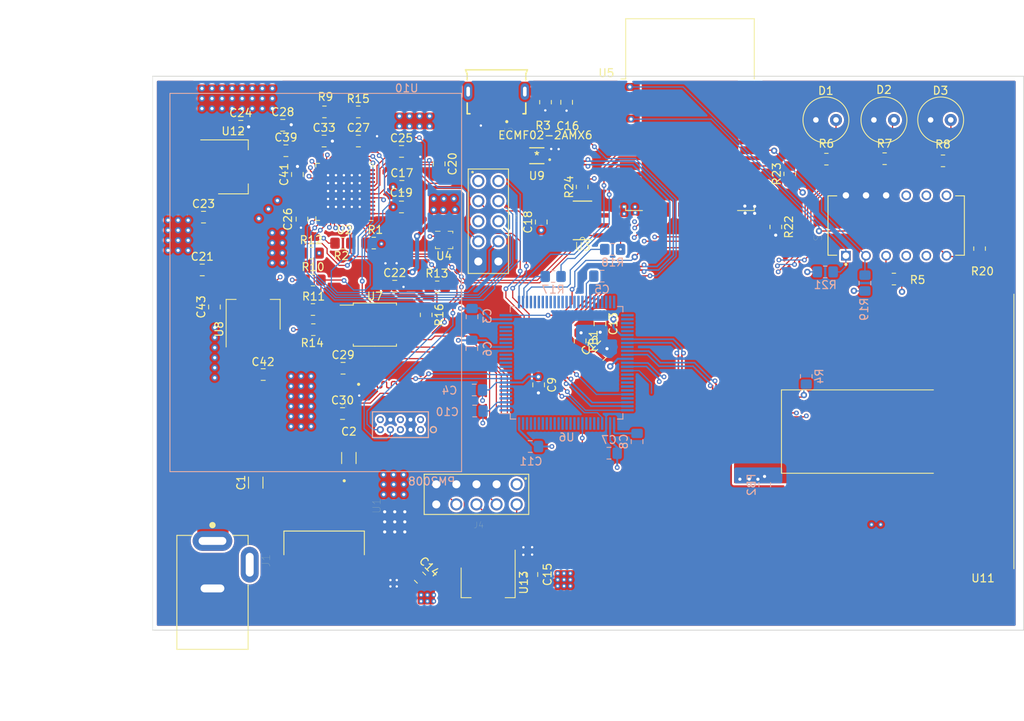
<source format=kicad_pcb>
(kicad_pcb (version 20171130) (host pcbnew "(5.1.9)-1")
  (layers (0 Top signal) (1 Gnd power) (2 Power power) (31 Bottom signal) (34 B.Paste user hide) (35 F.Paste user hide) (36 B.SilkS user hide) (37 F.SilkS user hide) (38 B.Mask user hide) (39 F.Mask user hide) (44 Edge.Cuts user))
  (net 0 "")
  (net 1 GND)
  (net 2 +3V3)
  (net 3 "Net-(J1-Pad3)")
  (net 4 /SCL)
  (net 5 /SDA)
  (net 6 "Net-(U6-Pad99)")
  (net 7 "Net-(U6-Pad98)")
  (net 8 "Net-(U6-Pad97)")
  (net 9 "Net-(U6-Pad96)")
  (net 10 "Net-(U6-Pad95)")
  (net 11 "Net-(U6-Pad94)")
  (net 12 "Net-(U6-Pad93)")
  (net 13 "Net-(U6-Pad92)")
  (net 14 "Net-(U6-Pad91)")
  (net 15 "Net-(U6-Pad90)")
  (net 16 "Net-(U6-Pad89)")
  (net 17 "Net-(U6-Pad88)")
  (net 18 "Net-(U6-Pad87)")
  (net 19 "Net-(U6-Pad86)")
  (net 20 "Net-(U6-Pad85)")
  (net 21 "Net-(U6-Pad83)")
  (net 22 "Net-(U6-Pad82)")
  (net 23 "Net-(U6-Pad81)")
  (net 24 "Net-(U6-Pad80)")
  (net 25 "Net-(U6-Pad72)")
  (net 26 "Net-(U6-Pad70)")
  (net 27 "Net-(U6-Pad69)")
  (net 28 "Net-(U6-Pad68)")
  (net 29 "Net-(U6-Pad67)")
  (net 30 "Net-(U6-Pad66)")
  (net 31 "Net-(U6-Pad54)")
  (net 32 "Net-(U6-Pad53)")
  (net 33 "Net-(U6-Pad52)")
  (net 34 "Net-(U6-Pad51)")
  (net 35 "Net-(U6-Pad50)")
  (net 36 "Net-(U6-Pad49)")
  (net 37 "Net-(U6-Pad48)")
  (net 38 "Net-(U6-Pad47)")
  (net 39 "Net-(U6-Pad46)")
  (net 40 "Net-(U6-Pad42)")
  (net 41 "Net-(U6-Pad41)")
  (net 42 "Net-(U6-Pad40)")
  (net 43 "Net-(U6-Pad39)")
  (net 44 "Net-(U6-Pad38)")
  (net 45 "Net-(U6-Pad37)")
  (net 46 "Net-(U6-Pad36)")
  (net 47 "Net-(U6-Pad35)")
  (net 48 "Net-(U6-Pad34)")
  (net 49 "Net-(U6-Pad33)")
  (net 50 "Net-(U6-Pad32)")
  (net 51 "Net-(U6-Pad31)")
  (net 52 "Net-(U6-Pad30)")
  (net 53 "Net-(U6-Pad29)")
  (net 54 "Net-(U6-Pad22)")
  (net 55 "Net-(U6-Pad21)")
  (net 56 "Net-(U6-Pad20)")
  (net 57 "Net-(U6-Pad19)")
  (net 58 "Net-(U6-Pad15)")
  (net 59 "Net-(U6-Pad14)")
  (net 60 "Net-(U6-Pad13)")
  (net 61 "Net-(U6-Pad12)")
  (net 62 "Net-(U6-Pad11)")
  (net 63 "Net-(U6-Pad6)")
  (net 64 "Net-(U6-Pad5)")
  (net 65 "Net-(U6-Pad4)")
  (net 66 /STM32F469VET/VCAP_1)
  (net 67 /STM32F469VET/VCAP_2)
  (net 68 /STM32F469VET/VCAPDSI)
  (net 69 "Net-(C16-Pad1)")
  (net 70 "Net-(J2-Pad4)")
  (net 71 /STM32F469VET/DSI_D1N)
  (net 72 /STM32F469VET/DSI_D1P)
  (net 73 /STM32F469VET/USB_OTG_FS_DP)
  (net 74 /STM32F469VET/USB_OTG_FS_VBUS)
  (net 75 +1V2)
  (net 76 "Net-(D1-Pad2)")
  (net 77 "Net-(D2-Pad2)")
  (net 78 "Net-(D3-Pad2)")
  (net 79 /STM32F469VET/USB_OTG_FS_DN)
  (net 80 /ICE40UP/LED_RED)
  (net 81 /ICE40UP/LED_GREEN)
  (net 82 /ICE40UP/LED_BLUE)
  (net 83 /ICE40UP/SF_SPI_DI)
  (net 84 /ICE40UP/SF_SPI_SS)
  (net 85 /ICE40UP/SF_SPI_SCK)
  (net 86 /ICE40UP/SF_SPI_DO)
  (net 87 /ICE40UP/CDONE)
  (net 88 /ICE40UP/SST_HOLD)
  (net 89 /ICE40UP/SST_WP)
  (net 90 "Net-(U9-Pad4)")
  (net 91 /STM32F469VET/USB_DP)
  (net 92 /STM32F469VET/USB_DN)
  (net 93 "Net-(S1-Pad9)")
  (net 94 "Net-(S1-Pad8)")
  (net 95 /WIFI/EN)
  (net 96 "Net-(S1-Pad5)")
  (net 97 "Net-(S1-Pad4)")
  (net 98 /WIFI/PROG_N)
  (net 99 /WIFI/RST_N)
  (net 100 /WIFI/UART_TXD)
  (net 101 /WIFI/UART_RXD)
  (net 102 "Net-(U5-Pad20)")
  (net 103 "Net-(U5-Pad19)")
  (net 104 "Net-(R23-Pad2)")
  (net 105 /WIFI/HSPI_CS)
  (net 106 "Net-(U5-Pad12)")
  (net 107 "Net-(U5-Pad11)")
  (net 108 /WIFI/HSPI_MOSI)
  (net 109 /WIFI/HSPI_MISO)
  (net 110 /WIFI/HSPI_SCK)
  (net 111 "Net-(U5-Pad4)")
  (net 112 "Net-(U5-Pad2)")
  (net 113 /STM32F469VET/SPI_MOSI)
  (net 114 /STM32F469VET/SPI_MISO)
  (net 115 /temp_alert)
  (net 116 "Net-(U2-Pad43)")
  (net 117 "Net-(U2-Pad34)")
  (net 118 "Net-(U2-Pad32)")
  (net 119 "Net-(U2-Pad31)")
  (net 120 "Net-(U2-Pad28)")
  (net 121 /ICE40UP/spi_miso)
  (net 122 /ICE40UP/spi_sck)
  (net 123 /ICE40UP/spi_cs)
  (net 124 /ICE40UP/spi_mosi)
  (net 125 "Net-(U2-Pad21)")
  (net 126 "Net-(U2-Pad20)")
  (net 127 "Net-(U2-Pad19)")
  (net 128 "Net-(U2-Pad18)")
  (net 129 "Net-(U2-Pad13)")
  (net 130 "Net-(U2-Pad12)")
  (net 131 "Net-(U2-Pad11)")
  (net 132 "Net-(U2-Pad10)")
  (net 133 "Net-(U2-Pad9)")
  (net 134 "Net-(U2-Pad48)")
  (net 135 "Net-(U2-Pad45)")
  (net 136 "Net-(U2-Pad44)")
  (net 137 "Net-(U2-Pad4)")
  (net 138 "Net-(U2-Pad3)")
  (net 139 "Net-(U2-Pad2)")
  (net 140 /ice_tck)
  (net 141 /ice_tdo)
  (net 142 /ice_crst_b)
  (net 143 /swclk)
  (net 144 "Net-(U11-Pad1)")
  (net 145 "Net-(U11-Pad3)")
  (net 146 "Net-(U11-Pad5)")
  (net 147 "Net-(U11-Pad11)")
  (net 148 "Net-(U11-Pad12)")
  (net 149 /DSI_D0P)
  (net 150 /DSI_D0N)
  (net 151 /ice_tdi)
  (net 152 +5V)
  (net 153 "Net-(U10-Pad6)")
  (net 154 "Net-(U10-Pad5)")
  (net 155 "Net-(U10-Pad10)")
  (net 156 +2V5)
  (net 157 "Net-(R13-Pad1)")
  (net 158 "Net-(R12-Pad1)")
  (net 159 +12V)
  (net 160 GND1)
  (net 161 "Net-(R4-Pad1)")
  (net 162 /lcd_reset)
  (net 163 "Net-(TP1-Pad1)")
  (net 164 GND2)
  (net 165 /RCC_OSC_IN)
  (net 166 /DSI_CLN)
  (net 167 /DSI_CLP)
  (net 168 /RCC_OSC_OUT)
  (net 169 "Net-(R15-Pad2)")
  (net 170 /ICE40UP/ICE_CLK)
  (net 171 "Net-(R5-Pad1)")
  (net 172 "Net-(U6-Pad1)")
  (module Air_Pollution_Sensor:61301021821 (layer Top) (at 139.58316 123.52528 180)
    (fp_text reference J4 (at -0.283154 -3.892565) (layer F.SilkS) (effects (font (size 0.801 0.801) (thickness 0.015))))
    (fp_text value 61301021821)
    (pad 10 thru_hole circle (at 5.08 -1.27 180) (size 1.53 1.53) (drill 1.02) (layers *.Cu *.Mask) (net 1 GND))
    (pad 9 thru_hole circle (at 5.08 1.27 180) (size 1.53 1.53) (drill 1.02) (layers *.Cu *.Mask) (net 1 GND))
    (pad 8 thru_hole circle (at 2.54 -1.27 180) (size 1.53 1.53) (drill 1.02) (layers *.Cu *.Mask) (net 86 /ICE40UP/SF_SPI_DO))
    (pad 7 thru_hole circle (at 2.54 1.27 180) (size 1.53 1.53) (drill 1.02) (layers *.Cu *.Mask) (net 1 GND))
    (pad 6 thru_hole circle (at 0 -1.27 180) (size 1.53 1.53) (drill 1.02) (layers *.Cu *.Mask) (net 83 /ICE40UP/SF_SPI_DI))
    (pad 5 thru_hole circle (at 0 1.27 180) (size 1.53 1.53) (drill 1.02) (layers *.Cu *.Mask) (net 1 GND))
    (pad 3 thru_hole circle (at -2.54 1.27 180) (size 1.53 1.53) (drill 1.02) (layers *.Cu *.Mask) (net 1 GND))
    (pad 1 thru_hole circle (at -5.08 1.27 180) (size 1.53 1.53) (drill 1.02) (layers *.Cu *.Mask) (net 2 +3V3))
    (pad 4 thru_hole circle (at -2.54 -1.27 180) (size 1.53 1.53) (drill 1.02) (layers *.Cu *.Mask) (net 85 /ICE40UP/SF_SPI_SCK))
    (pad 2 thru_hole circle (at -5.08 -1.27 180) (size 1.53 1.53) (drill 1.02) (layers *.Cu *.Mask) (net 84 /ICE40UP/SF_SPI_SS))
  )
  (module Air_Pollution_Sensor:61301021821 (layer Top) (at 141.0843 89.0143 270)
    (fp_text reference J3 (at -0.283154 -3.892565 90) (layer F.SilkS) (effects (font (size 0.801 0.801) (thickness 0.015))))
    (fp_text value 61301021821)
    (pad 10 thru_hole circle (at 5.08 -1.27 270) (size 1.53 1.53) (drill 1.02) (layers *.Cu *.Mask) (net 1 GND))
    (pad 9 thru_hole circle (at 5.08 1.27 270) (size 1.53 1.53) (drill 1.02) (layers *.Cu *.Mask) (net 1 GND))
    (pad 8 thru_hole circle (at 2.54 -1.27 270) (size 1.53 1.53) (drill 1.02) (layers *.Cu *.Mask) (net 140 /ice_tck))
    (pad 7 thru_hole circle (at 2.54 1.27 270) (size 1.53 1.53) (drill 1.02) (layers *.Cu *.Mask) (net 142 /ice_crst_b))
    (pad 6 thru_hole circle (at 0 -1.27 270) (size 1.53 1.53) (drill 1.02) (layers *.Cu *.Mask) (net 151 /ice_tdi))
    (pad 5 thru_hole circle (at 0 1.27 270) (size 1.53 1.53) (drill 1.02) (layers *.Cu *.Mask) (net 143 /swclk))
    (pad 3 thru_hole circle (at -2.54 1.27 270) (size 1.53 1.53) (drill 1.02) (layers *.Cu *.Mask) (net 143 /swclk))
    (pad 1 thru_hole circle (at -5.08 1.27 270) (size 1.53 1.53) (drill 1.02) (layers *.Cu *.Mask) (net 2 +3V3))
    (pad 4 thru_hole circle (at -2.54 -1.27 270) (size 1.53 1.53) (drill 1.02) (layers *.Cu *.Mask) (net 141 /ice_tdo))
    (pad 2 thru_hole circle (at -5.08 -1.27 270) (size 1.53 1.53) (drill 1.02) (layers *.Cu *.Mask) (net 140 /ice_tck))
  )
  (module Package_QFP:LQFP-100_14x14mm_P0.5mm (layer Bottom) (at 150.96236 106.8959)
    (fp_text reference U6 (at 0 9.42) (layer B.SilkS) (effects (justify mirror)))
    (fp_text value STM32F469VETx)
    (pad 100 smd roundrect (at -6 7.675) (size 0.3 1.6) (layers Bottom B.Paste B.Mask) (net 2 +3V3))
    (pad 99 smd roundrect (at -5.5 7.675) (size 0.3 1.6) (layers Bottom B.Paste B.Mask) (net 6 "Net-(U6-Pad99)"))
    (pad 98 smd roundrect (at -5 7.675) (size 0.3 1.6) (layers Bottom B.Paste B.Mask) (net 7 "Net-(U6-Pad98)"))
    (pad 97 smd roundrect (at -4.5 7.675) (size 0.3 1.6) (layers Bottom B.Paste B.Mask) (net 8 "Net-(U6-Pad97)"))
    (pad 96 smd roundrect (at -4 7.675) (size 0.3 1.6) (layers Bottom B.Paste B.Mask) (net 9 "Net-(U6-Pad96)"))
    (pad 95 smd roundrect (at -3.5 7.675) (size 0.3 1.6) (layers Bottom B.Paste B.Mask) (net 10 "Net-(U6-Pad95)"))
    (pad 94 smd roundrect (at -3 7.675) (size 0.3 1.6) (layers Bottom B.Paste B.Mask) (net 11 "Net-(U6-Pad94)"))
    (pad 93 smd roundrect (at -2.5 7.675) (size 0.3 1.6) (layers Bottom B.Paste B.Mask) (net 12 "Net-(U6-Pad93)"))
    (pad 92 smd roundrect (at -2 7.675) (size 0.3 1.6) (layers Bottom B.Paste B.Mask) (net 13 "Net-(U6-Pad92)"))
    (pad 91 smd roundrect (at -1.5 7.675) (size 0.3 1.6) (layers Bottom B.Paste B.Mask) (net 14 "Net-(U6-Pad91)"))
    (pad 90 smd roundrect (at -1 7.675) (size 0.3 1.6) (layers Bottom B.Paste B.Mask) (net 15 "Net-(U6-Pad90)"))
    (pad 89 smd roundrect (at -0.5 7.675) (size 0.3 1.6) (layers Bottom B.Paste B.Mask) (net 16 "Net-(U6-Pad89)"))
    (pad 88 smd roundrect (at 0 7.675) (size 0.3 1.6) (layers Bottom B.Paste B.Mask) (net 17 "Net-(U6-Pad88)"))
    (pad 87 smd roundrect (at 0.5 7.675) (size 0.3 1.6) (layers Bottom B.Paste B.Mask) (net 18 "Net-(U6-Pad87)"))
    (pad 86 smd roundrect (at 1 7.675) (size 0.3 1.6) (layers Bottom B.Paste B.Mask) (net 19 "Net-(U6-Pad86)"))
    (pad 85 smd roundrect (at 1.5 7.675) (size 0.3 1.6) (layers Bottom B.Paste B.Mask) (net 20 "Net-(U6-Pad85)"))
    (pad 84 smd roundrect (at 2 7.675) (size 0.3 1.6) (layers Bottom B.Paste B.Mask) (net 162 /lcd_reset))
    (pad 83 smd roundrect (at 2.5 7.675) (size 0.3 1.6) (layers Bottom B.Paste B.Mask) (net 21 "Net-(U6-Pad83)"))
    (pad 82 smd roundrect (at 3 7.675) (size 0.3 1.6) (layers Bottom B.Paste B.Mask) (net 22 "Net-(U6-Pad82)"))
    (pad 81 smd roundrect (at 3.5 7.675) (size 0.3 1.6) (layers Bottom B.Paste B.Mask) (net 23 "Net-(U6-Pad81)"))
    (pad 80 smd roundrect (at 4 7.675) (size 0.3 1.6) (layers Bottom B.Paste B.Mask) (net 24 "Net-(U6-Pad80)"))
    (pad 79 smd roundrect (at 4.5 7.675) (size 0.3 1.6) (layers Bottom B.Paste B.Mask) (net 143 /swclk))
    (pad 78 smd roundrect (at 5 7.675) (size 0.3 1.6) (layers Bottom B.Paste B.Mask) (net 1 GND))
    (pad 77 smd roundrect (at 5.5 7.675) (size 0.3 1.6) (layers Bottom B.Paste B.Mask) (net 2 +3V3))
    (pad 76 smd roundrect (at 6 7.675) (size 0.3 1.6) (layers Bottom B.Paste B.Mask) (net 67 /STM32F469VET/VCAP_2))
    (pad 75 smd roundrect (at 7.675 6) (size 1.6 0.3) (layers Bottom B.Paste B.Mask) (net 143 /swclk))
    (pad 74 smd roundrect (at 7.675 5.5) (size 1.6 0.3) (layers Bottom B.Paste B.Mask) (net 73 /STM32F469VET/USB_OTG_FS_DP))
    (pad 73 smd roundrect (at 7.675 5) (size 1.6 0.3) (layers Bottom B.Paste B.Mask) (net 79 /STM32F469VET/USB_OTG_FS_DN))
    (pad 72 smd roundrect (at 7.675 4.5) (size 1.6 0.3) (layers Bottom B.Paste B.Mask) (net 25 "Net-(U6-Pad72)"))
    (pad 71 smd roundrect (at 7.675 4) (size 1.6 0.3) (layers Bottom B.Paste B.Mask) (net 74 /STM32F469VET/USB_OTG_FS_VBUS))
    (pad 70 smd roundrect (at 7.675 3.5) (size 1.6 0.3) (layers Bottom B.Paste B.Mask) (net 26 "Net-(U6-Pad70)"))
    (pad 69 smd roundrect (at 7.675 3) (size 1.6 0.3) (layers Bottom B.Paste B.Mask) (net 27 "Net-(U6-Pad69)"))
    (pad 68 smd roundrect (at 7.675 2.5) (size 1.6 0.3) (layers Bottom B.Paste B.Mask) (net 28 "Net-(U6-Pad68)"))
    (pad 67 smd roundrect (at 7.675 2) (size 1.6 0.3) (layers Bottom B.Paste B.Mask) (net 29 "Net-(U6-Pad67)"))
    (pad 66 smd roundrect (at 7.675 1.5) (size 1.6 0.3) (layers Bottom B.Paste B.Mask) (net 30 "Net-(U6-Pad66)"))
    (pad 65 smd roundrect (at 7.675 1) (size 1.6 0.3) (layers Bottom B.Paste B.Mask) (net 2 +3V3))
    (pad 64 smd roundrect (at 7.675 0.5) (size 1.6 0.3) (layers Bottom B.Paste B.Mask) (net 71 /STM32F469VET/DSI_D1N))
    (pad 63 smd roundrect (at 7.675 0) (size 1.6 0.3) (layers Bottom B.Paste B.Mask) (net 72 /STM32F469VET/DSI_D1P))
    (pad 62 smd roundrect (at 7.675 -0.5) (size 1.6 0.3) (layers Bottom B.Paste B.Mask) (net 2 +3V3))
    (pad 61 smd roundrect (at 7.675 -1) (size 1.6 0.3) (layers Bottom B.Paste B.Mask) (net 166 /DSI_CLN))
    (pad 60 smd roundrect (at 7.675 -1.5) (size 1.6 0.3) (layers Bottom B.Paste B.Mask) (net 167 /DSI_CLP))
    (pad 59 smd roundrect (at 7.675 -2) (size 1.6 0.3) (layers Bottom B.Paste B.Mask) (net 160 GND1))
    (pad 58 smd roundrect (at 7.675 -2.5) (size 1.6 0.3) (layers Bottom B.Paste B.Mask) (net 150 /DSI_D0N))
    (pad 57 smd roundrect (at 7.675 -3) (size 1.6 0.3) (layers Bottom B.Paste B.Mask) (net 149 /DSI_D0P))
    (pad 56 smd roundrect (at 7.675 -3.5) (size 1.6 0.3) (layers Bottom B.Paste B.Mask) (net 68 /STM32F469VET/VCAPDSI))
    (pad 55 smd roundrect (at 7.675 -4) (size 1.6 0.3) (layers Bottom B.Paste B.Mask) (net 2 +3V3))
    (pad 54 smd roundrect (at 7.675 -4.5) (size 1.6 0.3) (layers Bottom B.Paste B.Mask) (net 31 "Net-(U6-Pad54)"))
    (pad 53 smd roundrect (at 7.675 -5) (size 1.6 0.3) (layers Bottom B.Paste B.Mask) (net 32 "Net-(U6-Pad53)"))
    (pad 52 smd roundrect (at 7.675 -5.5) (size 1.6 0.3) (layers Bottom B.Paste B.Mask) (net 33 "Net-(U6-Pad52)"))
    (pad 51 smd roundrect (at 7.675 -6) (size 1.6 0.3) (layers Bottom B.Paste B.Mask) (net 34 "Net-(U6-Pad51)"))
    (pad 50 smd roundrect (at 6 -7.675) (size 0.3 1.6) (layers Bottom B.Paste B.Mask) (net 35 "Net-(U6-Pad50)"))
    (pad 49 smd roundrect (at 5.5 -7.675) (size 0.3 1.6) (layers Bottom B.Paste B.Mask) (net 36 "Net-(U6-Pad49)"))
    (pad 48 smd roundrect (at 5 -7.675) (size 0.3 1.6) (layers Bottom B.Paste B.Mask) (net 37 "Net-(U6-Pad48)"))
    (pad 47 smd roundrect (at 4.5 -7.675) (size 0.3 1.6) (layers Bottom B.Paste B.Mask) (net 38 "Net-(U6-Pad47)"))
    (pad 46 smd roundrect (at 4 -7.675) (size 0.3 1.6) (layers Bottom B.Paste B.Mask) (net 39 "Net-(U6-Pad46)"))
    (pad 45 smd roundrect (at 3.5 -7.675) (size 0.3 1.6) (layers Bottom B.Paste B.Mask) (net 2 +3V3))
    (pad 44 smd roundrect (at 3 -7.675) (size 0.3 1.6) (layers Bottom B.Paste B.Mask) (net 1 GND))
    (pad 43 smd roundrect (at 2.5 -7.675) (size 0.3 1.6) (layers Bottom B.Paste B.Mask) (net 66 /STM32F469VET/VCAP_1))
    (pad 42 smd roundrect (at 2 -7.675) (size 0.3 1.6) (layers Bottom B.Paste B.Mask) (net 40 "Net-(U6-Pad42)"))
    (pad 41 smd roundrect (at 1.5 -7.675) (size 0.3 1.6) (layers Bottom B.Paste B.Mask) (net 41 "Net-(U6-Pad41)"))
    (pad 40 smd roundrect (at 1 -7.675) (size 0.3 1.6) (layers Bottom B.Paste B.Mask) (net 42 "Net-(U6-Pad40)"))
    (pad 39 smd roundrect (at 0.5 -7.675) (size 0.3 1.6) (layers Bottom B.Paste B.Mask) (net 43 "Net-(U6-Pad39)"))
    (pad 38 smd roundrect (at 0 -7.675) (size 0.3 1.6) (layers Bottom B.Paste B.Mask) (net 44 "Net-(U6-Pad38)"))
    (pad 37 smd roundrect (at -0.5 -7.675) (size 0.3 1.6) (layers Bottom B.Paste B.Mask) (net 45 "Net-(U6-Pad37)"))
    (pad 36 smd roundrect (at -1 -7.675) (size 0.3 1.6) (layers Bottom B.Paste B.Mask) (net 46 "Net-(U6-Pad36)"))
    (pad 35 smd roundrect (at -1.5 -7.675) (size 0.3 1.6) (layers Bottom B.Paste B.Mask) (net 47 "Net-(U6-Pad35)"))
    (pad 34 smd roundrect (at -2 -7.675) (size 0.3 1.6) (layers Bottom B.Paste B.Mask) (net 48 "Net-(U6-Pad34)"))
    (pad 33 smd roundrect (at -2.5 -7.675) (size 0.3 1.6) (layers Bottom B.Paste B.Mask) (net 49 "Net-(U6-Pad33)"))
    (pad 32 smd roundrect (at -3 -7.675) (size 0.3 1.6) (layers Bottom B.Paste B.Mask) (net 50 "Net-(U6-Pad32)"))
    (pad 31 smd roundrect (at -3.5 -7.675) (size 0.3 1.6) (layers Bottom B.Paste B.Mask) (net 51 "Net-(U6-Pad31)"))
    (pad 30 smd roundrect (at -4 -7.675) (size 0.3 1.6) (layers Bottom B.Paste B.Mask) (net 52 "Net-(U6-Pad30)"))
    (pad 29 smd roundrect (at -4.5 -7.675) (size 0.3 1.6) (layers Bottom B.Paste B.Mask) (net 53 "Net-(U6-Pad29)"))
    (pad 28 smd roundrect (at -5 -7.675) (size 0.3 1.6) (layers Bottom B.Paste B.Mask) (net 113 /STM32F469VET/SPI_MOSI))
    (pad 27 smd roundrect (at -5.5 -7.675) (size 0.3 1.6) (layers Bottom B.Paste B.Mask) (net 114 /STM32F469VET/SPI_MISO))
    (pad 26 smd roundrect (at -6 -7.675) (size 0.3 1.6) (layers Bottom B.Paste B.Mask) (net 110 /WIFI/HSPI_SCK))
    (pad 25 smd roundrect (at -7.675 -6) (size 1.6 0.3) (layers Bottom B.Paste B.Mask) (net 105 /WIFI/HSPI_CS))
    (pad 24 smd roundrect (at -7.675 -5.5) (size 1.6 0.3) (layers Bottom B.Paste B.Mask) (net 2 +3V3))
    (pad 23 smd roundrect (at -7.675 -5) (size 1.6 0.3) (layers Bottom B.Paste B.Mask) (net 1 GND))
    (pad 22 smd roundrect (at -7.675 -4.5) (size 1.6 0.3) (layers Bottom B.Paste B.Mask) (net 54 "Net-(U6-Pad22)"))
    (pad 21 smd roundrect (at -7.675 -4) (size 1.6 0.3) (layers Bottom B.Paste B.Mask) (net 55 "Net-(U6-Pad21)"))
    (pad 20 smd roundrect (at -7.675 -3.5) (size 1.6 0.3) (layers Bottom B.Paste B.Mask) (net 56 "Net-(U6-Pad20)"))
    (pad 19 smd roundrect (at -7.675 -3) (size 1.6 0.3) (layers Bottom B.Paste B.Mask) (net 57 "Net-(U6-Pad19)"))
    (pad 18 smd roundrect (at -7.675 -2.5) (size 1.6 0.3) (layers Bottom B.Paste B.Mask) (net 2 +3V3))
    (pad 17 smd roundrect (at -7.675 -2) (size 1.6 0.3) (layers Bottom B.Paste B.Mask) (net 2 +3V3))
    (pad 16 smd roundrect (at -7.675 -1.5) (size 1.6 0.3) (layers Bottom B.Paste B.Mask) (net 1 GND))
    (pad 15 smd roundrect (at -7.675 -1) (size 1.6 0.3) (layers Bottom B.Paste B.Mask) (net 58 "Net-(U6-Pad15)"))
    (pad 14 smd roundrect (at -7.675 -0.5) (size 1.6 0.3) (layers Bottom B.Paste B.Mask) (net 59 "Net-(U6-Pad14)"))
    (pad 13 smd roundrect (at -7.675 0) (size 1.6 0.3) (layers Bottom B.Paste B.Mask) (net 60 "Net-(U6-Pad13)"))
    (pad 12 smd roundrect (at -7.675 0.5) (size 1.6 0.3) (layers Bottom B.Paste B.Mask) (net 61 "Net-(U6-Pad12)"))
    (pad 11 smd roundrect (at -7.675 1) (size 1.6 0.3) (layers Bottom B.Paste B.Mask) (net 62 "Net-(U6-Pad11)"))
    (pad 10 smd roundrect (at -7.675 1.5) (size 1.6 0.3) (layers Bottom B.Paste B.Mask) (net 168 /RCC_OSC_OUT))
    (pad 9 smd roundrect (at -7.675 2) (size 1.6 0.3) (layers Bottom B.Paste B.Mask) (net 165 /RCC_OSC_IN))
    (pad 8 smd roundrect (at -7.675 2.5) (size 1.6 0.3) (layers Bottom B.Paste B.Mask) (net 2 +3V3))
    (pad 7 smd roundrect (at -7.675 3) (size 1.6 0.3) (layers Bottom B.Paste B.Mask) (net 1 GND))
    (pad 6 smd roundrect (at -7.675 3.5) (size 1.6 0.3) (layers Bottom B.Paste B.Mask) (net 63 "Net-(U6-Pad6)"))
    (pad 5 smd roundrect (at -7.675 4) (size 1.6 0.3) (layers Bottom B.Paste B.Mask) (net 64 "Net-(U6-Pad5)"))
    (pad 4 smd roundrect (at -7.675 4.5) (size 1.6 0.3) (layers Bottom B.Paste B.Mask) (net 65 "Net-(U6-Pad4)"))
    (pad 3 smd roundrect (at -7.675 5) (size 1.6 0.3) (layers Bottom B.Paste B.Mask) (net 2 +3V3))
    (pad 2 smd roundrect (at -7.675 5.5) (size 1.6 0.3) (layers Bottom B.Paste B.Mask) (net 1 GND))
    (pad 1 smd roundrect (at -7.675 6) (size 1.6 0.3) (layers Bottom B.Paste B.Mask) (net 172 "Net-(U6-Pad1)"))
  )
  (module Capacitor_SMD:C_0805_2012Metric_Pad1.18x1.45mm_HandSolder (layer Bottom) (at 155.4392 95.95104)
    (fp_text reference C5 (at 0 1.68) (layer B.SilkS) (effects (justify mirror)))
    (fp_text value 2.2uF)
    (pad 2 smd roundrect (at 1.0375 0) (size 1.175 1.45) (layers Bottom B.Paste B.Mask) (roundrect_rratio 0.2127659574468085) (net 1 GND))
    (pad 1 smd roundrect (at -1.0375 0) (size 1.175 1.45) (layers Bottom B.Paste B.Mask) (roundrect_rratio 0.2127659574468085) (net 66 /STM32F469VET/VCAP_1))
  )
  (module Air_Pollution_Sensor:SOIC127P600X175-8N (layer Top) (at 152.9715 88.90508 180)
    (fp_text reference U3 (at -0.0254 -3.302) (layer F.SilkS) (effects (font (thickness 0.1))))
    (fp_text value TCN75AVOA)
    (pad 8 smd rect (at 2.3622 -1.905 180) (size 1.9812 0.5588) (layers Top F.Paste F.Mask) (net 2 +3V3))
    (pad 7 smd rect (at 2.3622 -0.635 180) (size 1.9812 0.5588) (layers Top F.Paste F.Mask) (net 1 GND))
    (pad 6 smd rect (at 2.3622 0.635 180) (size 1.9812 0.5588) (layers Top F.Paste F.Mask) (net 1 GND))
    (pad 5 smd rect (at 2.3622 1.905 180) (size 1.9812 0.5588) (layers Top F.Paste F.Mask) (net 1 GND))
    (pad 4 smd rect (at -2.3622 1.905 180) (size 1.9812 0.5588) (layers Top F.Paste F.Mask) (net 1 GND))
    (pad 3 smd rect (at -2.3622 0.635 180) (size 1.9812 0.5588) (layers Top F.Paste F.Mask) (net 115 /temp_alert))
    (pad 2 smd rect (at -2.3622 -0.635 180) (size 1.9812 0.5588) (layers Top F.Paste F.Mask) (net 4 /SCL))
    (pad 1 smd rect (at -2.3622 -1.905 180) (size 1.9812 0.5588) (layers Top F.Paste F.Mask) (net 5 /SDA))
  )
  (module Air_Pollution_Sensor:PM2008 (layer Bottom) (at 100.8761 120.66016 270)
    (fp_text reference U10 (at -48.45558 -29.8958 180) (layer B.SilkS) (effects (justify mirror)))
    (fp_text value PM2008)
    (fp_text user PM2008 (at 1.22682 -33.0454 180) (layer B.SilkS) (effects (justify mirror)))
    (pad 4 thru_hole circle (at -6.5786 -30.3746) (size 0.9 0.9) (drill 0.5) (layers *.Cu *.Mask) (net 1 GND))
    (pad 1 thru_hole circle (at -5.3086 -31.6446) (size 0.9 0.9) (drill 0.5) (layers *.Cu *.Mask) (net 152 +5V))
    (pad 2 thru_hole circle (at -6.5786 -31.6446) (size 0.9 0.9) (drill 0.5) (layers *.Cu *.Mask) (net 152 +5V))
    (pad 6 thru_hole circle (at -6.5786 -29.1046) (size 0.9 0.9) (drill 0.5) (layers *.Cu *.Mask) (net 153 "Net-(U10-Pad6)"))
    (pad 7 thru_hole circle (at -5.3086 -27.8346) (size 0.9 0.9) (drill 0.5) (layers *.Cu *.Mask) (net 5 /SDA))
    (pad 5 thru_hole circle (at -5.3086 -29.1046) (size 0.9 0.9) (drill 0.5) (layers *.Cu *.Mask) (net 154 "Net-(U10-Pad5)"))
    (pad 8 thru_hole circle (at -6.5786 -27.8346 270) (size 0.9 0.9) (drill 0.5) (layers *.Cu *.Mask) (net 1 GND))
    (pad 9 thru_hole circle (at -5.3086 -26.5646) (size 0.9 0.9) (drill 0.5) (layers *.Cu *.Mask) (net 4 /SCL))
    (pad 3 thru_hole circle (at -5.3086 -30.3746) (size 0.9 0.9) (drill 0.5) (layers *.Cu *.Mask) (net 1 GND))
    (pad 10 thru_hole circle (at -6.5786 -26.5646) (size 0.9 0.9) (drill 0.5) (layers *.Cu *.Mask) (net 155 "Net-(U10-Pad10)"))
  )
  (module Resistor_SMD:R_0805_2012Metric_Pad1.20x1.40mm_HandSolder (layer Top) (at 192.29654 96.3168)
    (fp_text reference R5 (at 2.9939 0.10414) (layer F.SilkS))
    (fp_text value 10k)
    (pad 2 smd roundrect (at 1 0) (size 1.2 1.4) (layers Top F.Paste F.Mask) (roundrect_rratio 0.208333) (net 2 +3V3))
    (pad 1 smd roundrect (at -1 0) (size 1.2 1.4) (layers Top F.Paste F.Mask) (roundrect_rratio 0.208333) (net 171 "Net-(R5-Pad1)"))
  )
  (module Capacitor_SMD:C_0805_2012Metric_Pad1.18x1.45mm_HandSolder (layer Top) (at 134.874 81.7626 270)
    (fp_text reference C20 (at 0 -1.68 90) (layer F.SilkS))
    (fp_text value 1uF)
    (pad 2 smd roundrect (at 1.0375 0 270) (size 1.175 1.45) (layers Top F.Paste F.Mask) (roundrect_rratio 0.212766) (net 1 GND))
    (pad 1 smd roundrect (at -1.0375 0 270) (size 1.175 1.45) (layers Top F.Paste F.Mask) (roundrect_rratio 0.212766) (net 2 +3V3))
  )
  (module Package_TO_SOT_SMD:SOT-223-3_TabPin2 (layer Top) (at 108.85678 82.14106)
    (fp_text reference U12 (at 0.00802 -4.51104) (layer F.SilkS))
    (fp_text value LD1117S25TR_SOT223)
    (pad 1 smd rect (at -3.15 -2.3) (size 2 1.5) (layers Top F.Paste F.Mask) (net 1 GND))
    (pad 3 smd rect (at -3.15 2.3) (size 2 1.5) (layers Top F.Paste F.Mask) (net 152 +5V))
    (pad 2 smd rect (at -3.15 0) (size 2 1.5) (layers Top F.Paste F.Mask) (net 156 +2V5))
    (pad 2 smd rect (at 3.15 0) (size 2 3.8) (layers Top F.Paste F.Mask) (net 156 +2V5))
  )
  (module Package_SO:SOIC-8_5.23x5.23mm_P1.27mm (layer Top) (at 126.75362 102.07244)
    (fp_text reference U7 (at 0 -3.56) (layer F.SilkS))
    (fp_text value W25Q32JVSS)
    (pad 8 smd roundrect (at 3.6 -1.905) (size 1.6 0.6) (layers Top F.Paste F.Mask) (net 2 +3V3))
    (pad 7 smd roundrect (at 3.6 -0.635) (size 1.6 0.6) (layers Top F.Paste F.Mask) (net 88 /ICE40UP/SST_HOLD))
    (pad 6 smd roundrect (at 3.6 0.635) (size 1.6 0.6) (layers Top F.Paste F.Mask) (net 85 /ICE40UP/SF_SPI_SCK))
    (pad 5 smd roundrect (at 3.6 1.905) (size 1.6 0.6) (layers Top F.Paste F.Mask) (net 83 /ICE40UP/SF_SPI_DI))
    (pad 4 smd roundrect (at -3.6 1.905) (size 1.6 0.6) (layers Top F.Paste F.Mask) (net 1 GND))
    (pad 3 smd roundrect (at -3.6 0.635) (size 1.6 0.6) (layers Top F.Paste F.Mask) (net 89 /ICE40UP/SST_WP))
    (pad 2 smd roundrect (at -3.6 -0.635) (size 1.6 0.6) (layers Top F.Paste F.Mask) (net 86 /ICE40UP/SF_SPI_DO))
    (pad 1 smd roundrect (at -3.6 -1.905) (size 1.6 0.6) (layers Top F.Paste F.Mask) (net 84 /ICE40UP/SF_SPI_SS))
  )
  (module Resistor_SMD:R_0805_2012Metric_Pad1.20x1.40mm_HandSolder (layer Top) (at 133.23316 100.84638 270)
    (fp_text reference R16 (at 0 -1.65 90) (layer F.SilkS))
    (fp_text value 10K)
    (pad 2 smd roundrect (at 1 0 270) (size 1.2 1.4) (layers Top F.Paste F.Mask) (roundrect_rratio 0.208333) (net 88 /ICE40UP/SST_HOLD))
    (pad 1 smd roundrect (at -1 0 270) (size 1.2 1.4) (layers Top F.Paste F.Mask) (roundrect_rratio 0.208333) (net 2 +3V3))
  )
  (module Resistor_SMD:R_0805_2012Metric_Pad1.20x1.40mm_HandSolder (layer Top) (at 124.6472 75.19416)
    (fp_text reference R15 (at 0 -1.65) (layer F.SilkS))
    (fp_text value 510)
    (pad 2 smd roundrect (at 1 0) (size 1.2 1.4) (layers Top F.Paste F.Mask) (roundrect_rratio 0.208333) (net 169 "Net-(R15-Pad2)"))
    (pad 1 smd roundrect (at -1 0) (size 1.2 1.4) (layers Top F.Paste F.Mask) (roundrect_rratio 0.208333) (net 87 /ICE40UP/CDONE))
  )
  (module Resistor_SMD:R_0805_2012Metric_Pad1.20x1.40mm_HandSolder (layer Top) (at 118.98046 102.71506)
    (fp_text reference R14 (at -0.13894 1.67894) (layer F.SilkS))
    (fp_text value 10K)
    (pad 2 smd roundrect (at 1 0) (size 1.2 1.4) (layers Top F.Paste F.Mask) (roundrect_rratio 0.208333) (net 89 /ICE40UP/SST_WP))
    (pad 1 smd roundrect (at -1 0) (size 1.2 1.4) (layers Top F.Paste F.Mask) (roundrect_rratio 0.208333) (net 2 +3V3))
  )
  (module Resistor_SMD:R_0805_2012Metric_Pad1.20x1.40mm_HandSolder (layer Top) (at 134.6294 97.3074 180)
    (fp_text reference R13 (at 0.0414 1.7018) (layer F.SilkS))
    (fp_text value 22)
    (pad 2 smd roundrect (at 1 0 180) (size 1.2 1.4) (layers Top F.Paste F.Mask) (roundrect_rratio 0.208333) (net 83 /ICE40UP/SF_SPI_DI))
    (pad 1 smd roundrect (at -1 0 180) (size 1.2 1.4) (layers Top F.Paste F.Mask) (roundrect_rratio 0.208333) (net 157 "Net-(R13-Pad1)"))
  )
  (module Resistor_SMD:R_0805_2012Metric_Pad1.20x1.40mm_HandSolder (layer Top) (at 118.7102 93.0402)
    (fp_text reference R12 (at 0 -1.65) (layer F.SilkS))
    (fp_text value 22)
    (pad 2 smd roundrect (at 1 0) (size 1.2 1.4) (layers Top F.Paste F.Mask) (roundrect_rratio 0.208333) (net 86 /ICE40UP/SF_SPI_DO))
    (pad 1 smd roundrect (at -1 0) (size 1.2 1.4) (layers Top F.Paste F.Mask) (roundrect_rratio 0.208333) (net 158 "Net-(R12-Pad1)"))
  )
  (module Resistor_SMD:R_0805_2012Metric_Pad1.20x1.40mm_HandSolder (layer Top) (at 118.93626 100.17252 180)
    (fp_text reference R11 (at -0.0762 1.651) (layer F.SilkS))
    (fp_text value 1K)
    (pad 2 smd roundrect (at 1 0 180) (size 1.2 1.4) (layers Top F.Paste F.Mask) (roundrect_rratio 0.208333) (net 1 GND))
    (pad 1 smd roundrect (at -1 0 180) (size 1.2 1.4) (layers Top F.Paste F.Mask) (roundrect_rratio 0.208333) (net 84 /ICE40UP/SF_SPI_SS))
  )
  (module Resistor_SMD:R_0805_2012Metric_Pad1.20x1.40mm_HandSolder (layer Top) (at 118.94134 96.4438)
    (fp_text reference R10 (at 0 -1.65) (layer F.SilkS))
    (fp_text value 10K)
    (pad 2 smd roundrect (at 1 0) (size 1.2 1.4) (layers Top F.Paste F.Mask) (roundrect_rratio 0.208333) (net 84 /ICE40UP/SF_SPI_SS))
    (pad 1 smd roundrect (at -1 0) (size 1.2 1.4) (layers Top F.Paste F.Mask) (roundrect_rratio 0.208333) (net 2 +3V3))
  )
  (module Resistor_SMD:R_0805_2012Metric_Pad1.20x1.40mm_HandSolder (layer Top) (at 120.3866 75.19416 180)
    (fp_text reference R9 (at -0.127 1.905) (layer F.SilkS))
    (fp_text value 4.7K)
    (pad 2 smd roundrect (at 1 0 180) (size 1.2 1.4) (layers Top F.Paste F.Mask) (roundrect_rratio 0.208333) (net 156 +2V5))
    (pad 1 smd roundrect (at -1 0 180) (size 1.2 1.4) (layers Top F.Paste F.Mask) (roundrect_rratio 0.208333) (net 142 /ice_crst_b))
  )
  (module Resistor_SMD:R_0805_2012Metric_Pad1.20x1.40mm_HandSolder (layer Top) (at 198.49846 81.3816 180)
    (fp_text reference R8 (at 0.0094 2.0828) (layer F.SilkS))
    (fp_text value 5)
    (pad 2 smd roundrect (at 1 0 180) (size 1.2 1.4) (layers Top F.Paste F.Mask) (roundrect_rratio 0.208333) (net 82 /ICE40UP/LED_BLUE))
    (pad 1 smd roundrect (at -1 0 180) (size 1.2 1.4) (layers Top F.Paste F.Mask) (roundrect_rratio 0.208333) (net 78 "Net-(D3-Pad2)"))
  )
  (module Resistor_SMD:R_0805_2012Metric_Pad1.20x1.40mm_HandSolder (layer Top) (at 191.12662 81.11236 180)
    (fp_text reference R7 (at 0.016 1.905) (layer F.SilkS))
    (fp_text value 5)
    (pad 2 smd roundrect (at 1 0 180) (size 1.2 1.4) (layers Top F.Paste F.Mask) (roundrect_rratio 0.208333) (net 81 /ICE40UP/LED_GREEN))
    (pad 1 smd roundrect (at -1 0 180) (size 1.2 1.4) (layers Top F.Paste F.Mask) (roundrect_rratio 0.208333) (net 77 "Net-(D2-Pad2)"))
  )
  (module Resistor_SMD:R_0805_2012Metric_Pad1.20x1.40mm_HandSolder (layer Top) (at 183.77408 81.1657 180)
    (fp_text reference R6 (at 0.0094 1.9558) (layer F.SilkS))
    (fp_text value 60)
    (pad 2 smd roundrect (at 1 0 180) (size 1.2 1.4) (layers Top F.Paste F.Mask) (roundrect_rratio 0.208333) (net 80 /ICE40UP/LED_RED))
    (pad 1 smd roundrect (at -1 0 180) (size 1.2 1.4) (layers Top F.Paste F.Mask) (roundrect_rratio 0.208333) (net 76 "Net-(D1-Pad2)"))
  )
  (module Capacitor_SMD:C_0805_2012Metric_Pad1.18x1.45mm_HandSolder (layer Top) (at 120.3491 78.87716)
    (fp_text reference C33 (at 0 -1.68) (layer F.SilkS))
    (fp_text value 10uF)
    (pad 2 smd roundrect (at 1.0375 0) (size 1.175 1.45) (layers Top F.Paste F.Mask) (roundrect_rratio 0.212766) (net 1 GND))
    (pad 1 smd roundrect (at -1.0375 0) (size 1.175 1.45) (layers Top F.Paste F.Mask) (roundrect_rratio 0.212766) (net 156 +2V5))
  )
  (module Capacitor_SMD:C_0805_2012Metric_Pad1.18x1.45mm_HandSolder (layer Top) (at 115.11924 76.89342)
    (fp_text reference C28 (at 0.0088 -1.68402) (layer F.SilkS))
    (fp_text value 100nF)
    (pad 2 smd roundrect (at 1.0375 0) (size 1.175 1.45) (layers Top F.Paste F.Mask) (roundrect_rratio 0.212766) (net 1 GND))
    (pad 1 smd roundrect (at -1.0375 0) (size 1.175 1.45) (layers Top F.Paste F.Mask) (roundrect_rratio 0.212766) (net 156 +2V5))
  )
  (module Capacitor_SMD:C_0805_2012Metric_Pad1.18x1.45mm_HandSolder (layer Top) (at 124.6671 78.87716)
    (fp_text reference C27 (at 0 -1.68) (layer F.SilkS))
    (fp_text value 100nF)
    (pad 2 smd roundrect (at 1.0375 0) (size 1.175 1.45) (layers Top F.Paste F.Mask) (roundrect_rratio 0.212766) (net 1 GND))
    (pad 1 smd roundrect (at -1.0375 0) (size 1.175 1.45) (layers Top F.Paste F.Mask) (roundrect_rratio 0.212766) (net 2 +3V3))
  )
  (module Capacitor_SMD:C_0805_2012Metric_Pad1.18x1.45mm_HandSolder (layer Top) (at 117.54866 88.74642 270)
    (fp_text reference C26 (at 0 1.778 90) (layer F.SilkS))
    (fp_text value 100nF)
    (pad 2 smd roundrect (at 1.0375 0 270) (size 1.175 1.45) (layers Top F.Paste F.Mask) (roundrect_rratio 0.212766) (net 1 GND))
    (pad 1 smd roundrect (at -1.0375 0 270) (size 1.175 1.45) (layers Top F.Paste F.Mask) (roundrect_rratio 0.212766) (net 2 +3V3))
  )
  (module Capacitor_SMD:C_0805_2012Metric_Pad1.18x1.45mm_HandSolder (layer Top) (at 130.1203 80.1878)
    (fp_text reference C25 (at 0 -1.68) (layer F.SilkS))
    (fp_text value 1uF)
    (pad 2 smd roundrect (at 1.0375 0) (size 1.175 1.45) (layers Top F.Paste F.Mask) (roundrect_rratio 0.212766) (net 1 GND))
    (pad 1 smd roundrect (at -1.0375 0) (size 1.175 1.45) (layers Top F.Paste F.Mask) (roundrect_rratio 0.212766) (net 142 /ice_crst_b))
  )
  (module Capacitor_SMD:C_0805_2012Metric_Pad1.18x1.45mm_HandSolder (layer Top) (at 109.81944 77.01534)
    (fp_text reference C24 (at 0 -1.68) (layer F.SilkS))
    (fp_text value 10uF)
    (pad 2 smd roundrect (at 1.0375 0) (size 1.175 1.45) (layers Top F.Paste F.Mask) (roundrect_rratio 0.212766) (net 1 GND))
    (pad 1 smd roundrect (at -1.0375 0) (size 1.175 1.45) (layers Top F.Paste F.Mask) (roundrect_rratio 0.212766) (net 156 +2V5))
  )
  (module Capacitor_SMD:C_0805_2012Metric_Pad1.18x1.45mm_HandSolder (layer Top) (at 105.11418 88.4936)
    (fp_text reference C23 (at 0 -1.68) (layer F.SilkS))
    (fp_text value 10uF)
    (pad 2 smd roundrect (at 1.0375 0) (size 1.175 1.45) (layers Top F.Paste F.Mask) (roundrect_rratio 0.212766) (net 1 GND))
    (pad 1 smd roundrect (at -1.0375 0) (size 1.175 1.45) (layers Top F.Paste F.Mask) (roundrect_rratio 0.212766) (net 152 +5V))
  )
  (module Capacitor_SMD:C_0805_2012Metric_Pad1.18x1.45mm_HandSolder (layer Top) (at 129.26432 97.22358)
    (fp_text reference C22 (at 0 -1.68) (layer F.SilkS))
    (fp_text value 100nF)
    (pad 2 smd roundrect (at 1.0375 0) (size 1.175 1.45) (layers Top F.Paste F.Mask) (roundrect_rratio 0.212766) (net 1 GND))
    (pad 1 smd roundrect (at -1.0375 0) (size 1.175 1.45) (layers Top F.Paste F.Mask) (roundrect_rratio 0.212766) (net 2 +3V3))
  )
  (module Air_Pollution_Sensor:AFR240320A0-1.77INTM-I (layer Top) (at 207.45196 98.22434)
    (fp_text reference U11 (at -3.90144 35.90036 -180) (layer F.SilkS))
    (fp_text value AFR240320A0-1.77INTM)
    (pad 1 smd roundrect (at -32.32082 12.50762) (size 6 0.2) (layers Top F.Paste F.Mask) (net 144 "Net-(U11-Pad1)"))
    (pad 2 smd roundrect (at -32.32082 13.00762) (size 6 0.2) (layers Top F.Paste F.Mask) (net 161 "Net-(R4-Pad1)"))
    (pad 3 smd roundrect (at -32.32082 13.50762) (size 6 0.2) (layers Top F.Paste F.Mask) (net 145 "Net-(U11-Pad3)"))
    (pad 4 smd roundrect (at -32.32082 14.00762) (size 6 0.2) (layers Top F.Paste F.Mask) (net 159 +12V))
    (pad 5 smd roundrect (at -32.32082 14.50762) (size 6 0.2) (layers Top F.Paste F.Mask) (net 146 "Net-(U11-Pad5)"))
    (pad 6 smd roundrect (at -32.32082 15.00762) (size 6 0.2) (layers Top F.Paste F.Mask) (net 2 +3V3))
    (pad 7 smd roundrect (at -32.32082 15.50762) (size 6 0.2) (layers Top F.Paste F.Mask) (net 2 +3V3))
    (pad 8 smd roundrect (at -32.32082 16.00762) (size 6 0.2) (layers Top F.Paste F.Mask) (net 163 "Net-(TP1-Pad1)"))
    (pad 9 smd roundrect (at -32.32082 16.50762) (size 6 0.2) (layers Top F.Paste F.Mask) (net 162 /lcd_reset))
    (pad 10 smd roundrect (at -32.32082 17.00762) (size 6 0.2) (layers Top F.Paste F.Mask) (net 164 GND2))
    (pad 11 smd roundrect (at -32.32082 17.50762) (size 6 0.2) (layers Top F.Paste F.Mask) (net 147 "Net-(U11-Pad11)"))
    (pad 12 smd roundrect (at -32.32082 18.00762) (size 6 0.2) (layers Top F.Paste F.Mask) (net 148 "Net-(U11-Pad12)"))
    (pad 13 smd roundrect (at -32.32082 18.50762) (size 6 0.2) (layers Top F.Paste F.Mask) (net 164 GND2))
    (pad 14 smd roundrect (at -32.32082 19.00762) (size 6 0.2) (layers Top F.Paste F.Mask) (net 167 /DSI_CLP))
    (pad 15 smd roundrect (at -32.32082 19.50762) (size 6 0.2) (layers Top F.Paste F.Mask) (net 166 /DSI_CLN))
    (pad 16 smd roundrect (at -32.32082 20.00762) (size 6 0.2) (layers Top F.Paste F.Mask) (net 164 GND2))
    (pad 17 smd roundrect (at -32.32082 20.50762) (size 6 0.2) (layers Top F.Paste F.Mask) (net 149 /DSI_D0P))
    (pad 18 smd roundrect (at -32.32082 21.00762) (size 6 0.2) (layers Top F.Paste F.Mask) (net 150 /DSI_D0N))
    (pad 19 smd roundrect (at -32.32082 21.50762) (size 6 0.2) (layers Top F.Paste F.Mask) (net 164 GND2))
    (pad 20 smd roundrect (at -32.32082 22.00762) (size 6 0.2) (layers Top F.Paste F.Mask) (net 164 GND2))
  )
  (module Capacitor_SMD:C_0805_2012Metric_Pad1.18x1.45mm_HandSolder (layer Top) (at 115.52174 80.10398)
    (fp_text reference C39 (at 0 -1.68) (layer F.SilkS))
    (fp_text value 100nF)
    (pad 2 smd roundrect (at 1.0375 0) (size 1.175 1.45) (layers Top F.Paste F.Mask) (roundrect_rratio 0.212766) (net 1 GND))
    (pad 1 smd roundrect (at -1.0375 0) (size 1.175 1.45) (layers Top F.Paste F.Mask) (roundrect_rratio 0.212766) (net 75 +1V2))
  )
  (module Air_Pollution_Sensor:XTAL_ECS-250-8-36-RWN-TR (layer Top) (at 122.65152 110.31982 180)
    (fp_text reference Y1 (at -0.226373 -1.958058) (layer F.SilkS) (effects (font (size 0.480799 0.480799) (thickness 0.015))))
    (fp_text value ECS-250-8-36-RWN-TR)
    (pad 4 smd rect (at -0.85 -0.65 180) (size 1.2 1) (layers Top F.Paste F.Mask) (net 1 GND))
    (pad 3 smd rect (at 0.85 -0.65 180) (size 1.2 1) (layers Top F.Paste F.Mask) (net 168 /RCC_OSC_OUT))
    (pad 2 smd rect (at 0.85 0.65 180) (size 1.2 1) (layers Top F.Paste F.Mask) (net 1 GND))
    (pad 1 smd rect (at -0.85 0.65 180) (size 1.2 1) (layers Top F.Paste F.Mask) (net 165 /RCC_OSC_IN))
  )
  (module Capacitor_SMD:C_0805_2012Metric_Pad1.18x1.45mm_HandSolder (layer Top) (at 122.67302 113.31702)
    (fp_text reference C30 (at 0 -1.68) (layer F.SilkS))
    (fp_text value 8pF)
    (pad 2 smd roundrect (at 1.0375 0) (size 1.175 1.45) (layers Top F.Paste F.Mask) (roundrect_rratio 0.212766) (net 1 GND))
    (pad 1 smd roundrect (at -1.0375 0) (size 1.175 1.45) (layers Top F.Paste F.Mask) (roundrect_rratio 0.212766) (net 168 /RCC_OSC_OUT))
  )
  (module Capacitor_SMD:C_0805_2012Metric_Pad1.18x1.45mm_HandSolder (layer Top) (at 122.73652 107.58932)
    (fp_text reference C29 (at 0 -1.68) (layer F.SilkS))
    (fp_text value 8pF)
    (pad 2 smd roundrect (at 1.0375 0) (size 1.175 1.45) (layers Top F.Paste F.Mask) (roundrect_rratio 0.212766) (net 1 GND))
    (pad 1 smd roundrect (at -1.0375 0) (size 1.175 1.45) (layers Top F.Paste F.Mask) (roundrect_rratio 0.212766) (net 165 /RCC_OSC_IN))
  )
  (module Capacitor_SMD:C_0805_2012Metric_Pad1.18x1.45mm_HandSolder (layer Bottom) (at 175.99152 122.31234 270)
    (fp_text reference FB2 (at 0 1.68 270) (layer B.SilkS) (effects (justify mirror)))
    (fp_text value Ferrite_Bead)
    (pad 2 smd roundrect (at 1.0375 0 270) (size 1.175 1.45) (layers Bottom B.Paste B.Mask) (roundrect_rratio 0.212766) (net 1 GND))
    (pad 1 smd roundrect (at -1.0375 0 270) (size 1.175 1.45) (layers Bottom B.Paste B.Mask) (roundrect_rratio 0.212766) (net 164 GND2))
  )
  (module Package_TO_SOT_SMD:SOT-223-3_TabPin2 (layer Top) (at 141.0589 134.67334 270)
    (fp_text reference U13 (at 0 -4.5 90) (layer F.SilkS))
    (fp_text value LD1117S50TR_SOT223)
    (pad 1 smd rect (at -3.15 -2.3 270) (size 2 1.5) (layers Top F.Paste F.Mask) (net 1 GND))
    (pad 3 smd rect (at -3.15 2.3 270) (size 2 1.5) (layers Top F.Paste F.Mask) (net 159 +12V))
    (pad 2 smd rect (at -3.15 0 270) (size 2 1.5) (layers Top F.Paste F.Mask) (net 152 +5V))
    (pad 2 smd rect (at 3.15 0 270) (size 2 3.8) (layers Top F.Paste F.Mask) (net 152 +5V))
  )
  (module Resistor_SMD:R_0805_2012Metric_Pad1.20x1.40mm_HandSolder (layer Bottom) (at 181.229 108.61294 90)
    (fp_text reference R4 (at 0 1.65 90) (layer B.SilkS) (effects (justify mirror)))
    (fp_text value 140)
    (pad 2 smd roundrect (at 1 0 90) (size 1.2 1.4) (layers Bottom B.Paste B.Mask) (roundrect_rratio 0.208333) (net 1 GND))
    (pad 1 smd roundrect (at -1 0 90) (size 1.2 1.4) (layers Bottom B.Paste B.Mask) (roundrect_rratio 0.208333) (net 161 "Net-(R4-Pad1)"))
  )
  (module Capacitor_SMD:C_0805_2012Metric_Pad1.18x1.45mm_HandSolder (layer Top) (at 152.67686 104.14254 270)
    (fp_text reference FB1 (at 0 -1.68 270) (layer F.SilkS))
    (fp_text value Ferrite_Bead)
    (pad 2 smd roundrect (at 1.0375 0 270) (size 1.175 1.45) (layers Top F.Paste F.Mask) (roundrect_rratio 0.212766) (net 1 GND))
    (pad 1 smd roundrect (at -1.0375 0 270) (size 1.175 1.45) (layers Top F.Paste F.Mask) (roundrect_rratio 0.212766) (net 160 GND1))
  )
  (module Capacitor_SMD:C_0805_2012Metric_Pad1.18x1.45mm_HandSolder (layer Top) (at 146.5834 133.65362 90)
    (fp_text reference C15 (at 0 1.97104 270) (layer F.SilkS))
    (fp_text value 10uF)
    (pad 2 smd roundrect (at 1.0375 0 90) (size 1.175 1.45) (layers Top F.Paste F.Mask) (roundrect_rratio 0.212766) (net 1 GND))
    (pad 1 smd roundrect (at -1.0375 0 90) (size 1.175 1.45) (layers Top F.Paste F.Mask) (roundrect_rratio 0.212766) (net 152 +5V))
  )
  (module Capacitor_SMD:C_0805_2012Metric_Pad1.18x1.45mm_HandSolder (layer Top) (at 132.45592 134.0485 135)
    (fp_text reference C14 (at 0.14732 1.79324 315) (layer F.SilkS))
    (fp_text value 10uF)
    (pad 2 smd roundrect (at 1.0375 0 135) (size 1.175 1.45) (layers Top F.Paste F.Mask) (roundrect_rratio 0.212766) (net 1 GND))
    (pad 1 smd roundrect (at -1.0375 0 135) (size 1.175 1.45) (layers Top F.Paste F.Mask) (roundrect_rratio 0.212766) (net 159 +12V))
  )
  (module Capacitor_SMD:C_0805_2012Metric_Pad1.18x1.45mm_HandSolder (layer Top) (at 104.9567 95.16618)
    (fp_text reference C21 (at 0 -1.68) (layer F.SilkS))
    (fp_text value 0.1uF)
    (pad 2 smd roundrect (at 1.0375 0) (size 1.175 1.45) (layers Top F.Paste F.Mask) (roundrect_rratio 0.212766) (net 1 GND))
    (pad 1 smd roundrect (at -1.0375 0) (size 1.175 1.45) (layers Top F.Paste F.Mask) (roundrect_rratio 0.212766) (net 152 +5V))
  )
  (module Resistor_SMD:R_0805_2012Metric_Pad1.20x1.40mm_HandSolder (layer Top) (at 179.1462 83.03006 90)
    (fp_text reference R23 (at 0 -1.65 90) (layer F.SilkS))
    (fp_text value 10K)
    (pad 2 smd roundrect (at 1 0 90) (size 1.2 1.4) (layers Top F.Paste F.Mask) (roundrect_rratio 0.208333) (net 104 "Net-(R23-Pad2)"))
    (pad 1 smd roundrect (at -1 0 90) (size 1.2 1.4) (layers Top F.Paste F.Mask) (roundrect_rratio 0.208333) (net 2 +3V3))
  )
  (module Resistor_SMD:R_0805_2012Metric_Pad1.20x1.40mm_HandSolder (layer Top) (at 177.38852 89.73236 270)
    (fp_text reference R22 (at 0 -1.65 90) (layer F.SilkS))
    (fp_text value 10K)
    (pad 2 smd roundrect (at 1 0 270) (size 1.2 1.4) (layers Top F.Paste F.Mask) (roundrect_rratio 0.208333) (net 1 GND))
    (pad 1 smd roundrect (at -1 0 270) (size 1.2 1.4) (layers Top F.Paste F.Mask) (roundrect_rratio 0.208333) (net 105 /WIFI/HSPI_CS))
  )
  (module Resistor_SMD:R_0805_2012Metric_Pad1.20x1.40mm_HandSolder (layer Bottom) (at 183.62676 95.4151)
    (fp_text reference R21 (at 0 1.65 180) (layer B.SilkS) (effects (justify mirror)))
    (fp_text value 10K)
    (pad 2 smd roundrect (at 1 0) (size 1.2 1.4) (layers Bottom B.Paste B.Mask) (roundrect_rratio 0.208333) (net 99 /WIFI/RST_N))
    (pad 1 smd roundrect (at -1 0) (size 1.2 1.4) (layers Bottom B.Paste B.Mask) (roundrect_rratio 0.208333) (net 2 +3V3))
  )
  (module Resistor_SMD:R_0805_2012Metric_Pad1.20x1.40mm_HandSolder (layer Top) (at 203.11618 92.47378 90)
    (fp_text reference R20 (at -2.86258 0.3556 180) (layer F.SilkS))
    (fp_text value 10K)
    (pad 2 smd roundrect (at 1 0 90) (size 1.2 1.4) (layers Top F.Paste F.Mask) (roundrect_rratio 0.208333) (net 1 GND))
    (pad 1 smd roundrect (at -1 0 90) (size 1.2 1.4) (layers Top F.Paste F.Mask) (roundrect_rratio 0.208333) (net 95 /WIFI/EN))
  )
  (module Resistor_SMD:R_0805_2012Metric_Pad1.20x1.40mm_HandSolder (layer Bottom) (at 188.64072 96.8248 90)
    (fp_text reference R19 (at -3.3147 -0.1016 270) (layer B.SilkS) (effects (justify mirror)))
    (fp_text value 10K)
    (pad 2 smd roundrect (at 1 0 90) (size 1.2 1.4) (layers Bottom B.Paste B.Mask) (roundrect_rratio 0.208333) (net 98 /WIFI/PROG_N))
    (pad 1 smd roundrect (at -1 0 90) (size 1.2 1.4) (layers Bottom B.Paste B.Mask) (roundrect_rratio 0.208333) (net 2 +3V3))
  )
  (module Resistor_SMD:R_0805_2012Metric_Pad1.20x1.40mm_HandSolder (layer Bottom) (at 156.7815 92.56776)
    (fp_text reference R18 (at 0 1.65) (layer B.SilkS) (effects (justify mirror)))
    (fp_text value 0)
    (pad 2 smd roundrect (at 1 0) (size 1.2 1.4) (layers Bottom B.Paste B.Mask) (roundrect_rratio 0.208333) (net 108 /WIFI/HSPI_MOSI))
    (pad 1 smd roundrect (at -1 0) (size 1.2 1.4) (layers Bottom B.Paste B.Mask) (roundrect_rratio 0.208333) (net 113 /STM32F469VET/SPI_MOSI))
  )
  (module Resistor_SMD:R_0805_2012Metric_Pad1.20x1.40mm_HandSolder (layer Bottom) (at 149.2631 95.99168)
    (fp_text reference R17 (at 0 1.65) (layer B.SilkS) (effects (justify mirror)))
    (fp_text value 0)
    (pad 2 smd roundrect (at 1 0) (size 1.2 1.4) (layers Bottom B.Paste B.Mask) (roundrect_rratio 0.208333) (net 109 /WIFI/HSPI_MISO))
    (pad 1 smd roundrect (at -1 0) (size 1.2 1.4) (layers Bottom B.Paste B.Mask) (roundrect_rratio 0.208333) (net 114 /STM32F469VET/SPI_MISO))
  )
  (module Air_Pollution_Sensor:C503B-GAN-CB0F0791 (layer Top) (at 198.20382 76.21016)
    (fp_text reference D3 (at -0.0254 -3.7084) (layer F.SilkS))
    (fp_text value LED)
    (pad 2 thru_hole circle (at 1.27 0) (size 1.524 1.524) (drill 0.7) (layers *.Cu *.Mask) (net 78 "Net-(D3-Pad2)"))
    (pad 1 thru_hole circle (at -1.27 0) (size 1.524 1.524) (drill 0.7) (layers *.Cu *.Mask) (net 1 GND))
  )
  (module Air_Pollution_Sensor:C503B-GAN-CB0F0791 (layer Top) (at 191.04102 76.21016)
    (fp_text reference D2 (at 0 -3.81) (layer F.SilkS))
    (fp_text value LED)
    (pad 2 thru_hole circle (at 1.27 0) (size 1.524 1.524) (drill 0.7) (layers *.Cu *.Mask) (net 77 "Net-(D2-Pad2)"))
    (pad 1 thru_hole circle (at -1.27 0) (size 1.524 1.524) (drill 0.7) (layers *.Cu *.Mask) (net 1 GND))
  )
  (module Air_Pollution_Sensor:C503B-GAN-CB0F0791 (layer Top) (at 183.71566 76.21016)
    (fp_text reference D1 (at -0.01524 -3.683) (layer F.SilkS))
    (fp_text value LED)
    (pad 2 thru_hole circle (at 1.27 0) (size 1.524 1.524) (drill 0.7) (layers *.Cu *.Mask) (net 76 "Net-(D1-Pad2)"))
    (pad 1 thru_hole circle (at -1.27 0) (size 1.524 1.524) (drill 0.7) (layers *.Cu *.Mask) (net 1 GND))
  )
  (module Capacitor_SMD:C_0805_2012Metric_Pad1.18x1.45mm_HandSolder (layer Top) (at 106.49712 99.84368 90)
    (fp_text reference C43 (at 0 -1.68 90) (layer F.SilkS))
    (fp_text value 10uF)
    (pad 2 smd roundrect (at 1.0375 0 90) (size 1.175 1.45) (layers Top F.Paste F.Mask) (roundrect_rratio 0.212766) (net 1 GND))
    (pad 1 smd roundrect (at -1.0375 0 90) (size 1.175 1.45) (layers Top F.Paste F.Mask) (roundrect_rratio 0.212766) (net 75 +1V2))
  )
  (module Capacitor_SMD:C_0805_2012Metric_Pad1.18x1.45mm_HandSolder (layer Top) (at 112.6529 108.38688 180)
    (fp_text reference C42 (at 0.0254 1.6002) (layer F.SilkS))
    (fp_text value 10uF)
    (pad 2 smd roundrect (at 1.0375 0 180) (size 1.175 1.45) (layers Top F.Paste F.Mask) (roundrect_rratio 0.212766) (net 1 GND))
    (pad 1 smd roundrect (at -1.0375 0 180) (size 1.175 1.45) (layers Top F.Paste F.Mask) (roundrect_rratio 0.212766) (net 2 +3V3))
  )
  (module Capacitor_SMD:C_0805_2012Metric_Pad1.18x1.45mm_HandSolder (layer Top) (at 116.97208 83.10118 90)
    (fp_text reference C41 (at 0 -1.68 90) (layer F.SilkS))
    (fp_text value 10uF)
    (pad 2 smd roundrect (at 1.0375 0 90) (size 1.175 1.45) (layers Top F.Paste F.Mask) (roundrect_rratio 0.212766) (net 1 GND))
    (pad 1 smd roundrect (at -1.0375 0 90) (size 1.175 1.45) (layers Top F.Paste F.Mask) (roundrect_rratio 0.212766) (net 75 +1V2))
  )
  (module Capacitor_SMD:C_0805_2012Metric_Pad1.18x1.45mm_HandSolder (layer Top) (at 130.11014 87.20836)
    (fp_text reference C19 (at -0.0215 -1.8034) (layer F.SilkS))
    (fp_text value 100nF)
    (pad 2 smd roundrect (at 1.0375 0) (size 1.175 1.45) (layers Top F.Paste F.Mask) (roundrect_rratio 0.212766) (net 1 GND))
    (pad 1 smd roundrect (at -1.0375 0) (size 1.175 1.45) (layers Top F.Paste F.Mask) (roundrect_rratio 0.212766) (net 2 +3V3))
  )
  (module Capacitor_SMD:C_0805_2012Metric_Pad1.18x1.45mm_HandSolder (layer Top) (at 147.7645 89.11082 90)
    (fp_text reference C18 (at 0 -1.68 90) (layer F.SilkS))
    (fp_text value 0.1uF)
    (pad 2 smd roundrect (at 1.0375 0 90) (size 1.175 1.45) (layers Top F.Paste F.Mask) (roundrect_rratio 0.212766) (net 1 GND))
    (pad 1 smd roundrect (at -1.0375 0 90) (size 1.175 1.45) (layers Top F.Paste F.Mask) (roundrect_rratio 0.212766) (net 2 +3V3))
  )
  (module Capacitor_SMD:C_0805_2012Metric_Pad1.18x1.45mm_HandSolder (layer Top) (at 130.16112 84.60232)
    (fp_text reference C17 (at 0 -1.68) (layer F.SilkS))
    (fp_text value 1uF)
    (pad 2 smd roundrect (at 1.0375 0) (size 1.175 1.45) (layers Top F.Paste F.Mask) (roundrect_rratio 0.212766) (net 1 GND))
    (pad 1 smd roundrect (at -1.0375 0) (size 1.175 1.45) (layers Top F.Paste F.Mask) (roundrect_rratio 0.212766) (net 2 +3V3))
  )
  (module Air_Pollution_Sensor:DIP762W56P254L1772H585Q12 (layer Top) (at 192.58534 89.55532 90)
    (fp_text reference S1 (at -1.075 -9.885 90) (layer F.SilkS) (effects (font (thickness 0.015))))
    (fp_text value 1825057-5)
    (pad 12 thru_hole circle (at 3.81 -6.35 90) (size 1.22 1.22) (drill 0.81) (layers *.Cu *.Mask) (net 1 GND))
    (pad 11 thru_hole circle (at 3.81 -3.81 90) (size 1.22 1.22) (drill 0.81) (layers *.Cu *.Mask) (net 1 GND))
    (pad 10 thru_hole circle (at 3.81 -1.27 90) (size 1.22 1.22) (drill 0.81) (layers *.Cu *.Mask) (net 1 GND))
    (pad 9 thru_hole circle (at 3.81 1.27 90) (size 1.22 1.22) (drill 0.81) (layers *.Cu *.Mask) (net 93 "Net-(S1-Pad9)"))
    (pad 8 thru_hole circle (at 3.81 3.81 90) (size 1.22 1.22) (drill 0.81) (layers *.Cu *.Mask) (net 94 "Net-(S1-Pad8)"))
    (pad 7 thru_hole circle (at 3.81 6.35 90) (size 1.22 1.22) (drill 0.81) (layers *.Cu *.Mask) (net 2 +3V3))
    (pad 6 thru_hole circle (at -3.81 6.35 90) (size 1.22 1.22) (drill 0.81) (layers *.Cu *.Mask) (net 95 /WIFI/EN))
    (pad 5 thru_hole circle (at -3.81 3.81 90) (size 1.22 1.22) (drill 0.81) (layers *.Cu *.Mask) (net 96 "Net-(S1-Pad5)"))
    (pad 4 thru_hole circle (at -3.81 1.27 90) (size 1.22 1.22) (drill 0.81) (layers *.Cu *.Mask) (net 97 "Net-(S1-Pad4)"))
    (pad 3 thru_hole circle (at -3.81 -1.27 90) (size 1.22 1.22) (drill 0.81) (layers *.Cu *.Mask) (net 171 "Net-(R5-Pad1)"))
    (pad 2 thru_hole circle (at -3.81 -3.81 90) (size 1.22 1.22) (drill 0.81) (layers *.Cu *.Mask) (net 98 /WIFI/PROG_N))
    (pad 1 thru_hole rect (at -3.81 -6.35 90) (size 1.22 1.22) (drill 0.81) (layers *.Cu *.Mask) (net 99 /WIFI/RST_N))
  )
  (module Resistor_SMD:R_0805_2012Metric_Pad1.20x1.40mm_HandSolder (layer Top) (at 152.9334 84.67598 90)
    (fp_text reference R24 (at 0 -1.65 270) (layer F.SilkS))
    (fp_text value 10k)
    (pad 2 smd roundrect (at 1 0 90) (size 1.2 1.4) (layers Top F.Paste F.Mask) (roundrect_rratio 0.2083325) (net 2 +3V3))
    (pad 1 smd roundrect (at -1 0 90) (size 1.2 1.4) (layers Top F.Paste F.Mask) (roundrect_rratio 0.2083325) (net 115 /temp_alert))
  )
  (module Air_Pollution_Sensor:ECMF02-2AMX6 (layer Top) (at 147.2057 80.7339 180)
    (fp_text reference U9 (at 0 -2.54) (layer F.SilkS))
    (fp_text value ECMF02-2AMX6 (at -1.07696 2.592959) (layer F.SilkS))
    (fp_text user * (at 0 0) (layer F.SilkS))
    (pad 1 smd rect (at -0.6731 -0.499999 180) (size 0.8128 0.254) (layers Top F.Paste F.Mask) (net 73 /STM32F469VET/USB_OTG_FS_DP))
    (pad 2 smd rect (at -0.6731 0 180) (size 0.8128 0.254) (layers Top F.Paste F.Mask) (net 79 /STM32F469VET/USB_OTG_FS_DN))
    (pad 3 smd rect (at -0.6731 0.499999 180) (size 0.8128 0.254) (layers Top F.Paste F.Mask) (net 1 GND))
    (pad 4 smd rect (at 0.6731 0.499999 180) (size 0.8128 0.254) (layers Top F.Paste F.Mask) (net 90 "Net-(U9-Pad4)"))
    (pad 5 smd rect (at 0.6731 0 180) (size 0.8128 0.254) (layers Top F.Paste F.Mask) (net 92 /STM32F469VET/USB_DN))
    (pad 6 smd rect (at 0.6731 -0.499999 180) (size 0.8128 0.254) (layers Top F.Paste F.Mask) (net 91 /STM32F469VET/USB_DP))
  )
  (module Package_TO_SOT_SMD:SOT-223-3_TabPin2 (layer Top) (at 111.38408 100.80244 90)
    (fp_text reference U8 (at -1.84404 -4.29514 90) (layer F.SilkS))
    (fp_text value LD1117S12TR_SOT223)
    (pad 1 smd rect (at -3.15 -2.3 90) (size 2 1.5) (layers Top F.Paste F.Mask) (net 1 GND))
    (pad 3 smd rect (at -3.15 2.3 90) (size 2 1.5) (layers Top F.Paste F.Mask) (net 2 +3V3))
    (pad 2 smd rect (at -3.15 0 90) (size 2 1.5) (layers Top F.Paste F.Mask) (net 75 +1V2))
    (pad 2 smd rect (at 3.15 0 90) (size 2 3.8) (layers Top F.Paste F.Mask) (net 75 +1V2))
  )
  (module Package_DFN_QFN:QFN-48-1EP_7x7mm_P0.5mm_EP5.6x5.6mm (layer Top) (at 122.9106 85.30336 180)
    (fp_text reference U2 (at 0 -4.82 180) (layer F.SilkS))
    (fp_text value ICE40UP5K-SG48ITR)
    (pad 49 smd rect (at 0 0 180) (size 5.6 5.6) (layers Top F.Mask) (net 1 GND))
    (pad 48 smd roundrect (at -2.75 -3.4375 180) (size 0.25 0.875) (layers Top F.Paste F.Mask) (net 134 "Net-(U2-Pad48)"))
    (pad 47 smd roundrect (at -2.25 -3.4375 180) (size 0.25 0.875) (layers Top F.Paste F.Mask) (net 4 /SCL))
    (pad 46 smd roundrect (at -1.75 -3.4375 180) (size 0.25 0.875) (layers Top F.Paste F.Mask) (net 5 /SDA))
    (pad 45 smd roundrect (at -1.25 -3.4375 180) (size 0.25 0.875) (layers Top F.Paste F.Mask) (net 135 "Net-(U2-Pad45)"))
    (pad 44 smd roundrect (at -0.75 -3.4375 180) (size 0.25 0.875) (layers Top F.Paste F.Mask) (net 136 "Net-(U2-Pad44)"))
    (pad 43 smd roundrect (at -0.25 -3.4375 180) (size 0.25 0.875) (layers Top F.Paste F.Mask) (net 116 "Net-(U2-Pad43)"))
    (pad 42 smd roundrect (at 0.25 -3.4375 180) (size 0.25 0.875) (layers Top F.Paste F.Mask) (net 140 /ice_tck))
    (pad 41 smd roundrect (at 0.75 -3.4375 180) (size 0.25 0.875) (layers Top F.Paste F.Mask) (net 82 /ICE40UP/LED_BLUE))
    (pad 40 smd roundrect (at 1.25 -3.4375 180) (size 0.25 0.875) (layers Top F.Paste F.Mask) (net 81 /ICE40UP/LED_GREEN))
    (pad 39 smd roundrect (at 1.75 -3.4375 180) (size 0.25 0.875) (layers Top F.Paste F.Mask) (net 80 /ICE40UP/LED_RED))
    (pad 38 smd roundrect (at 2.25 -3.4375 180) (size 0.25 0.875) (layers Top F.Paste F.Mask) (net 141 /ice_tdo))
    (pad 37 smd roundrect (at 2.75 -3.4375 180) (size 0.25 0.875) (layers Top F.Paste F.Mask) (net 140 /ice_tck))
    (pad 36 smd roundrect (at 3.4375 -2.75 180) (size 0.875 0.25) (layers Top F.Paste F.Mask) (net 141 /ice_tdo))
    (pad 35 smd roundrect (at 3.4375 -2.25 180) (size 0.875 0.25) (layers Top F.Paste F.Mask) (net 170 /ICE40UP/ICE_CLK))
    (pad 34 smd roundrect (at 3.4375 -1.75 180) (size 0.875 0.25) (layers Top F.Paste F.Mask) (net 117 "Net-(U2-Pad34)"))
    (pad 33 smd roundrect (at 3.4375 -1.25 180) (size 0.875 0.25) (layers Top F.Paste F.Mask) (net 2 +3V3))
    (pad 32 smd roundrect (at 3.4375 -0.75 180) (size 0.875 0.25) (layers Top F.Paste F.Mask) (net 118 "Net-(U2-Pad32)"))
    (pad 31 smd roundrect (at 3.4375 -0.25 180) (size 0.875 0.25) (layers Top F.Paste F.Mask) (net 119 "Net-(U2-Pad31)"))
    (pad 30 smd roundrect (at 3.4375 0.25 180) (size 0.875 0.25) (layers Top F.Paste F.Mask) (net 75 +1V2))
    (pad 29 smd roundrect (at 3.4375 0.75 180) (size 0.875 0.25) (layers Top F.Paste F.Mask) (net 75 +1V2))
    (pad 28 smd roundrect (at 3.4375 1.25 180) (size 0.875 0.25) (layers Top F.Paste F.Mask) (net 120 "Net-(U2-Pad28)"))
    (pad 27 smd roundrect (at 3.4375 1.75 180) (size 0.875 0.25) (layers Top F.Paste F.Mask) (net 121 /ICE40UP/spi_miso))
    (pad 26 smd roundrect (at 3.4375 2.25 180) (size 0.875 0.25) (layers Top F.Paste F.Mask) (net 122 /ICE40UP/spi_sck))
    (pad 25 smd roundrect (at 3.4375 2.75 180) (size 0.875 0.25) (layers Top F.Paste F.Mask) (net 123 /ICE40UP/spi_cs))
    (pad 24 smd roundrect (at 2.75 3.4375 180) (size 0.25 0.875) (layers Top F.Paste F.Mask) (net 156 +2V5))
    (pad 23 smd roundrect (at 2.25 3.4375 180) (size 0.25 0.875) (layers Top F.Paste F.Mask) (net 124 /ICE40UP/spi_mosi))
    (pad 22 smd roundrect (at 1.75 3.4375 180) (size 0.25 0.875) (layers Top F.Paste F.Mask) (net 2 +3V3))
    (pad 21 smd roundrect (at 1.25 3.4375 180) (size 0.25 0.875) (layers Top F.Paste F.Mask) (net 125 "Net-(U2-Pad21)"))
    (pad 20 smd roundrect (at 0.75 3.4375 180) (size 0.25 0.875) (layers Top F.Paste F.Mask) (net 126 "Net-(U2-Pad20)"))
    (pad 19 smd roundrect (at 0.25 3.4375 180) (size 0.25 0.875) (layers Top F.Paste F.Mask) (net 127 "Net-(U2-Pad19)"))
    (pad 18 smd roundrect (at -0.25 3.4375 180) (size 0.25 0.875) (layers Top F.Paste F.Mask) (net 128 "Net-(U2-Pad18)"))
    (pad 17 smd roundrect (at -0.75 3.4375 180) (size 0.25 0.875) (layers Top F.Paste F.Mask) (net 157 "Net-(R13-Pad1)"))
    (pad 16 smd roundrect (at -1.25 3.4375 180) (size 0.25 0.875) (layers Top F.Paste F.Mask) (net 84 /ICE40UP/SF_SPI_SS))
    (pad 15 smd roundrect (at -1.75 3.4375 180) (size 0.25 0.875) (layers Top F.Paste F.Mask) (net 85 /ICE40UP/SF_SPI_SCK))
    (pad 14 smd roundrect (at -2.25 3.4375 180) (size 0.25 0.875) (layers Top F.Paste F.Mask) (net 158 "Net-(R12-Pad1)"))
    (pad 13 smd roundrect (at -2.75 3.4375 180) (size 0.25 0.875) (layers Top F.Paste F.Mask) (net 129 "Net-(U2-Pad13)"))
    (pad 12 smd roundrect (at -3.4375 2.75 180) (size 0.875 0.25) (layers Top F.Paste F.Mask) (net 130 "Net-(U2-Pad12)"))
    (pad 11 smd roundrect (at -3.4375 2.25 180) (size 0.875 0.25) (layers Top F.Paste F.Mask) (net 131 "Net-(U2-Pad11)"))
    (pad 10 smd roundrect (at -3.4375 1.75 180) (size 0.875 0.25) (layers Top F.Paste F.Mask) (net 132 "Net-(U2-Pad10)"))
    (pad 9 smd roundrect (at -3.4375 1.25 180) (size 0.875 0.25) (layers Top F.Paste F.Mask) (net 133 "Net-(U2-Pad9)"))
    (pad 8 smd roundrect (at -3.4375 0.75 180) (size 0.875 0.25) (layers Top F.Paste F.Mask) (net 142 /ice_crst_b))
    (pad 7 smd roundrect (at -3.4375 0.25 180) (size 0.875 0.25) (layers Top F.Paste F.Mask) (net 169 "Net-(R15-Pad2)"))
    (pad 6 smd roundrect (at -3.4375 -0.25 180) (size 0.875 0.25) (layers Top F.Paste F.Mask) (net 115 /temp_alert))
    (pad 5 smd roundrect (at -3.4375 -0.75 180) (size 0.875 0.25) (layers Top F.Paste F.Mask) (net 75 +1V2))
    (pad 4 smd roundrect (at -3.4375 -1.25 180) (size 0.875 0.25) (layers Top F.Paste F.Mask) (net 137 "Net-(U2-Pad4)"))
    (pad 3 smd roundrect (at -3.4375 -1.75 180) (size 0.875 0.25) (layers Top F.Paste F.Mask) (net 138 "Net-(U2-Pad3)"))
    (pad 2 smd roundrect (at -3.4375 -2.25 180) (size 0.875 0.25) (layers Top F.Paste F.Mask) (net 139 "Net-(U2-Pad2)"))
    (pad 1 smd roundrect (at -3.4375 -2.75 180) (size 0.875 0.25) (layers Top F.Paste F.Mask) (net 2 +3V3))
  )
  (module Capacitor_SMD:C_1206_3216Metric_Pad1.33x1.80mm_HandSolder (layer Top) (at 123.4694 118.93042 90)
    (fp_text reference C2 (at 3.3405 0 180) (layer F.SilkS))
    (fp_text value 10uF)
    (pad 2 smd roundrect (at 1.5625 0 90) (size 1.325 1.8) (layers Top F.Paste F.Mask) (roundrect_rratio 0.1886784905660377) (net 1 GND))
    (pad 1 smd roundrect (at -1.5625 0 90) (size 1.325 1.8) (layers Top F.Paste F.Mask) (roundrect_rratio 0.1886784905660377) (net 2 +3V3))
  )
  (module Capacitor_SMD:C_1206_3216Metric_Pad1.33x1.80mm_HandSolder (layer Top) (at 111.7092 122.047 90)
    (fp_text reference C1 (at 0 -1.850001 90) (layer F.SilkS))
    (fp_text value 10uF)
    (pad 2 smd roundrect (at 1.5625 0 90) (size 1.325 1.8) (layers Top F.Paste F.Mask) (roundrect_rratio 0.1886784905660377) (net 1 GND))
    (pad 1 smd roundrect (at -1.5625 0 90) (size 1.325 1.8) (layers Top F.Paste F.Mask) (roundrect_rratio 0.1886784905660377) (net 159 +12V))
  )
  (module Air_Pollution_Sensor:TO254P1524X483-4N (layer Top) (at 120.3452 130.81 270)
    (fp_text reference U1 (at -5.825 -6.635 90) (layer F.SilkS) (effects (font (thickness 0.015))))
    (fp_text value LM1085ISX-3.3_NOPB)
    (pad 4 smd rect (at 4.48 0 270) (size 7.62 10.84) (layers Top F.Mask) (net 2 +3V3))
    (pad 3 smd rect (at -6.4 2.54 270) (size 3.79 0.99) (layers Top F.Paste F.Mask) (net 159 +12V))
    (pad 2 smd rect (at -6.4 0 270) (size 3.79 0.99) (layers Top F.Paste F.Mask) (net 2 +3V3))
    (pad 1 smd rect (at -6.4 -2.54 270) (size 3.79 0.99) (layers Top F.Paste F.Mask) (net 1 GND))
  )
  (module RF_Module:ESP-12E (layer Top) (at 166.5478 75.5396)
    (fp_text reference U5 (at -10.56 -5.26) (layer F.SilkS))
    (fp_text value ESP-12E)
    (pad 22 smd rect (at 7.6 -3.5) (size 2.5 1) (layers Top F.Paste F.Mask) (net 100 /WIFI/UART_TXD))
    (pad 21 smd rect (at 7.6 -1.5) (size 2.5 1) (layers Top F.Paste F.Mask) (net 101 /WIFI/UART_RXD))
    (pad 20 smd rect (at 7.6 0.5) (size 2.5 1) (layers Top F.Paste F.Mask) (net 102 "Net-(U5-Pad20)"))
    (pad 19 smd rect (at 7.6 2.5) (size 2.5 1) (layers Top F.Paste F.Mask) (net 103 "Net-(U5-Pad19)"))
    (pad 18 smd rect (at 7.6 4.5) (size 2.5 1) (layers Top F.Paste F.Mask) (net 98 /WIFI/PROG_N))
    (pad 17 smd rect (at 7.6 6.5) (size 2.5 1) (layers Top F.Paste F.Mask) (net 104 "Net-(R23-Pad2)"))
    (pad 16 smd rect (at 7.6 8.5) (size 2.5 1) (layers Top F.Paste F.Mask) (net 105 /WIFI/HSPI_CS))
    (pad 15 smd rect (at 7.6 10.5) (size 2.5 1) (layers Top F.Paste F.Mask) (net 1 GND))
    (pad 14 smd rect (at 5 12) (size 1 1.8) (layers Top F.Paste F.Mask) (net 122 /ICE40UP/spi_sck))
    (pad 13 smd rect (at 3 12) (size 1 1.8) (layers Top F.Paste F.Mask) (net 124 /ICE40UP/spi_mosi))
    (pad 12 smd rect (at 1 12) (size 1 1.8) (layers Top F.Paste F.Mask) (net 106 "Net-(U5-Pad12)"))
    (pad 11 smd rect (at -1 12) (size 1 1.8) (layers Top F.Paste F.Mask) (net 107 "Net-(U5-Pad11)"))
    (pad 10 smd rect (at -3 12) (size 1 1.8) (layers Top F.Paste F.Mask) (net 121 /ICE40UP/spi_miso))
    (pad 9 smd rect (at -5 12) (size 1 1.8) (layers Top F.Paste F.Mask) (net 123 /ICE40UP/spi_cs))
    (pad 8 smd rect (at -7.6 10.5) (size 2.5 1) (layers Top F.Paste F.Mask) (net 2 +3V3))
    (pad 7 smd rect (at -7.6 8.5) (size 2.5 1) (layers Top F.Paste F.Mask) (net 108 /WIFI/HSPI_MOSI))
    (pad 6 smd rect (at -7.6 6.5) (size 2.5 1) (layers Top F.Paste F.Mask) (net 109 /WIFI/HSPI_MISO))
    (pad 5 smd rect (at -7.6 4.5) (size 2.5 1) (layers Top F.Paste F.Mask) (net 110 /WIFI/HSPI_SCK))
    (pad 4 smd rect (at -7.6 2.5) (size 2.5 1) (layers Top F.Paste F.Mask) (net 111 "Net-(U5-Pad4)"))
    (pad 3 smd rect (at -7.6 0.5) (size 2.5 1) (layers Top F.Paste F.Mask) (net 95 /WIFI/EN))
    (pad 2 smd rect (at -7.6 -1.5) (size 2.5 1) (layers Top F.Paste F.Mask) (net 112 "Net-(U5-Pad2)"))
    (pad 1 smd rect (at -7.6 -3.5) (size 2.5 1) (layers Top F.Paste F.Mask) (net 99 /WIFI/RST_N))
  )
  (module Package_DFN_QFN:AMS_QFN-4-1EP_2x2mm_P0.95mm_EP0.7x1.6mm (layer Top) (at 135.4963 91.37396)
    (fp_text reference U4 (at 0 2.032) (layer F.SilkS))
    (fp_text value ENS210)
    (pad 3 smd rect (at 0.95 0.475) (size 0.6 0.4) (layers Top F.Paste F.Mask) (net 5 /SDA))
    (pad 1 smd rect (at -0.95 -0.475) (size 0.6 0.4) (layers Top F.Paste F.Mask) (net 2 +3V3))
    (pad 2 smd rect (at -0.95 0.475) (size 0.6 0.4) (layers Top F.Paste F.Mask) (net 4 /SCL))
    (pad 4 smd rect (at 0.95 -0.475) (size 0.6 0.4) (layers Top F.Paste F.Mask) (net 1 GND))
    (pad 5 smd rect (at 0 0) (size 0.7 1.6) (layers Top F.Mask) (net 1 GND))
  )
  (module Air_Pollution_Sensor:CUI_PJ-002AH (layer Top) (at 106.2482 129.413 270)
    (fp_text reference J1 (at 2.485118 -6.76532 90) (layer F.SilkS) (effects (font (size 1.000047 1.000047) (thickness 0.015))))
    (fp_text value PJ-002AH)
    (pad 1 thru_hole oval (at 0 0 270) (size 2.5 5) (drill oval 1 3.5) (layers *.Cu *.Mask) (net 159 +12V))
    (pad 2 thru_hole oval (at 6 0 270) (size 2.25 4.5) (drill oval 1 3) (layers *.Cu *.Mask) (net 1 GND))
    (pad 3 thru_hole oval (at 3 -4.7 270) (size 4.5 2.25) (drill oval 3 1) (layers *.Cu *.Mask) (net 3 "Net-(J1-Pad3)"))
  )
  (module Resistor_SMD:R_0805_2012Metric_Pad1.20x1.40mm_HandSolder (layer Top) (at 148.30298 73.9681 270)
    (fp_text reference R3 (at 2.9558 0.3048 180) (layer F.SilkS))
    (fp_text value 330)
    (pad 2 smd roundrect (at 1 0 270) (size 1.2 1.4) (layers Top F.Paste F.Mask) (roundrect_rratio 0.2083325) (net 1 GND))
    (pad 1 smd roundrect (at -1 0 270) (size 1.2 1.4) (layers Top F.Paste F.Mask) (roundrect_rratio 0.2083325) (net 69 "Net-(C16-Pad1)"))
  )
  (module Resistor_SMD:R_0805_2012Metric_Pad1.20x1.40mm_HandSolder (layer Top) (at 122.7201 91.78544 180)
    (fp_text reference R2 (at 0.2032 -1.6129 180) (layer F.SilkS))
    (fp_text value 10k)
    (pad 2 smd roundrect (at 1 0 180) (size 1.2 1.4) (layers Top F.Paste F.Mask) (roundrect_rratio 0.2083325) (net 2 +3V3))
    (pad 1 smd roundrect (at -1 0 180) (size 1.2 1.4) (layers Top F.Paste F.Mask) (roundrect_rratio 0.2083325) (net 5 /SDA))
  )
  (module Resistor_SMD:R_0805_2012Metric_Pad1.20x1.40mm_HandSolder (layer Top) (at 126.61824 91.77274 180)
    (fp_text reference R1 (at -0.2032 1.6774) (layer F.SilkS))
    (fp_text value 10k)
    (pad 2 smd roundrect (at 1 0 180) (size 1.2 1.4) (layers Top F.Paste F.Mask) (roundrect_rratio 0.2083325) (net 4 /SCL))
    (pad 1 smd roundrect (at -1 0 180) (size 1.2 1.4) (layers Top F.Paste F.Mask) (roundrect_rratio 0.2083325) (net 2 +3V3))
  )
  (module Capacitor_SMD:C_0805_2012Metric_Pad1.18x1.45mm_HandSolder (layer Top) (at 150.96998 73.9814 270)
    (fp_text reference C16 (at 2.9933 -0.1524 180) (layer F.SilkS))
    (fp_text value 100nF)
    (pad 2 smd roundrect (at 1.0375 0 270) (size 1.175 1.45) (layers Top F.Paste F.Mask) (roundrect_rratio 0.2127659574468085) (net 1 GND))
    (pad 1 smd roundrect (at -1.0375 0 270) (size 1.175 1.45) (layers Top F.Paste F.Mask) (roundrect_rratio 0.2127659574468085) (net 69 "Net-(C16-Pad1)"))
  )
  (module Capacitor_SMD:C_0805_2012Metric_Pad1.18x1.45mm_HandSolder (layer Top) (at 155.17876 101.9644 270)
    (fp_text reference C13 (at 0 -1.68 270) (layer F.SilkS))
    (fp_text value 2.2uF)
    (pad 2 smd roundrect (at 1.0375 0 270) (size 1.175 1.45) (layers Top F.Paste F.Mask) (roundrect_rratio 0.2127659574468085) (net 160 GND1))
    (pad 1 smd roundrect (at -1.0375 0 270) (size 1.175 1.45) (layers Top F.Paste F.Mask) (roundrect_rratio 0.2127659574468085) (net 68 /STM32F469VET/VCAPDSI))
  )
  (module Capacitor_SMD:C_0805_2012Metric_Pad1.18x1.45mm_HandSolder (layer Top) (at 155.22956 105.9053 45)
    (fp_text reference C12 (at 0 -1.679999 45) (layer F.SilkS))
    (fp_text value 100nF)
    (pad 2 smd roundrect (at 1.0375 0 45) (size 1.175 1.45) (layers Top F.Paste F.Mask) (roundrect_rratio 0.2127659574468085) (net 160 GND1))
    (pad 1 smd roundrect (at -1.0375 0 45) (size 1.175 1.45) (layers Top F.Paste F.Mask) (roundrect_rratio 0.2127659574468085) (net 2 +3V3))
  )
  (module Capacitor_SMD:C_0805_2012Metric_Pad1.18x1.45mm_HandSolder (layer Bottom) (at 146.37884 117.48262 180)
    (fp_text reference C11 (at -0.0801 -1.8796) (layer B.SilkS) (effects (justify mirror)))
    (fp_text value 100nF)
    (pad 2 smd roundrect (at 1.0375 0 180) (size 1.175 1.45) (layers Bottom B.Paste B.Mask) (roundrect_rratio 0.2127659574468085) (net 1 GND))
    (pad 1 smd roundrect (at -1.0375 0 180) (size 1.175 1.45) (layers Bottom B.Paste B.Mask) (roundrect_rratio 0.2127659574468085) (net 2 +3V3))
  )
  (module Capacitor_SMD:C_0805_2012Metric_Pad1.18x1.45mm_HandSolder (layer Bottom) (at 139.3698 112.99444 180)
    (fp_text reference C10 (at 3.4671 -0.11684 180) (layer B.SilkS) (effects (justify mirror)))
    (fp_text value 100nF)
    (pad 2 smd roundrect (at 1.0375 0 180) (size 1.175 1.45) (layers Bottom B.Paste B.Mask) (roundrect_rratio 0.2127659574468085) (net 1 GND))
    (pad 1 smd roundrect (at -1.0375 0 180) (size 1.175 1.45) (layers Bottom B.Paste B.Mask) (roundrect_rratio 0.2127659574468085) (net 2 +3V3))
  )
  (module Capacitor_SMD:C_0805_2012Metric_Pad1.18x1.45mm_HandSolder (layer Top) (at 147.43176 109.686 270)
    (fp_text reference C9 (at 0 -1.68 90) (layer F.SilkS))
    (fp_text value 100nF)
    (pad 2 smd roundrect (at 1.0375 0 270) (size 1.175 1.45) (layers Top F.Paste F.Mask) (roundrect_rratio 0.2127659574468085) (net 1 GND))
    (pad 1 smd roundrect (at -1.0375 0 270) (size 1.175 1.45) (layers Top F.Paste F.Mask) (roundrect_rratio 0.2127659574468085) (net 2 +3V3))
  )
  (module Capacitor_SMD:C_0805_2012Metric_Pad1.18x1.45mm_HandSolder (layer Bottom) (at 159.86506 116.8615 270)
    (fp_text reference C8 (at 0 1.68 270) (layer B.SilkS) (effects (justify mirror)))
    (fp_text value 2.2uF)
    (pad 2 smd roundrect (at 1.0375 0 270) (size 1.175 1.45) (layers Bottom B.Paste B.Mask) (roundrect_rratio 0.2127659574468085) (net 1 GND))
    (pad 1 smd roundrect (at -1.0375 0 270) (size 1.175 1.45) (layers Bottom B.Paste B.Mask) (roundrect_rratio 0.2127659574468085) (net 67 /STM32F469VET/VCAP_2))
  )
  (module Capacitor_SMD:C_0805_2012Metric_Pad1.18x1.45mm_HandSolder (layer Bottom) (at 156.31786 118.3259 180)
    (fp_text reference C7 (at 0 1.68) (layer B.SilkS) (effects (justify mirror)))
    (fp_text value 100nF)
    (pad 2 smd roundrect (at 1.0375 0 180) (size 1.175 1.45) (layers Bottom B.Paste B.Mask) (roundrect_rratio 0.2127659574468085) (net 1 GND))
    (pad 1 smd roundrect (at -1.0375 0 180) (size 1.175 1.45) (layers Bottom B.Paste B.Mask) (roundrect_rratio 0.2127659574468085) (net 2 +3V3))
  )
  (module Capacitor_SMD:C_0805_2012Metric_Pad1.18x1.45mm_HandSolder (layer Bottom) (at 138.99896 105.0886 270)
    (fp_text reference C6 (at 0.0547 -1.9812 270) (layer B.SilkS) (effects (justify mirror)))
    (fp_text value 1uF)
    (pad 2 smd roundrect (at 1.0375 0 270) (size 1.175 1.45) (layers Bottom B.Paste B.Mask) (roundrect_rratio 0.2127659574468085) (net 1 GND))
    (pad 1 smd roundrect (at -1.0375 0 270) (size 1.175 1.45) (layers Bottom B.Paste B.Mask) (roundrect_rratio 0.2127659574468085) (net 2 +3V3))
  )
  (module Capacitor_SMD:C_0805_2012Metric_Pad1.18x1.45mm_HandSolder (layer Bottom) (at 139.3063 110.33506 180)
    (fp_text reference C4 (at 3.12928 -0.06858 180) (layer B.SilkS) (effects (justify mirror)))
    (fp_text value 100nF)
    (pad 2 smd roundrect (at 1.0375 0 180) (size 1.175 1.45) (layers Bottom B.Paste B.Mask) (roundrect_rratio 0.2127659574468085) (net 1 GND))
    (pad 1 smd roundrect (at -1.0375 0 180) (size 1.175 1.45) (layers Bottom B.Paste B.Mask) (roundrect_rratio 0.2127659574468085) (net 2 +3V3))
  )
  (module Capacitor_SMD:C_0805_2012Metric_Pad1.18x1.45mm_HandSolder (layer Bottom) (at 139.02436 101.0754 270)
    (fp_text reference C3 (at -0.0977 -1.9304 270) (layer B.SilkS) (effects (justify mirror)))
    (fp_text value 4.7uF)
    (pad 2 smd roundrect (at 1.0375 0 270) (size 1.175 1.45) (layers Bottom B.Paste B.Mask) (roundrect_rratio 0.2127659574468085) (net 1 GND))
    (pad 1 smd roundrect (at -1.0375 0 270) (size 1.175 1.45) (layers Bottom B.Paste B.Mask) (roundrect_rratio 0.2127659574468085) (net 2 +3V3))
  )
  (module Air_Pollution_Sensor:GCT_USB3075-30-A (layer Top) (at 143.41168 75.27876 180)
    (fp_text reference J2 (at -0.08593 -2.49759) (layer F.SilkS) (effects (font (thickness 0.015))))
    (fp_text value USB3075-30-A)
    (pad S6 thru_hole oval (at 4.875 2.65 180) (size 1.05 2.1) (drill oval 0.45 1.25) (layers *.Cu *.Mask) (net 69 "Net-(C16-Pad1)"))
    (pad S5 thru_hole oval (at -2.275 2.65 180) (size 1.05 2.1) (drill oval 0.45 1.25) (layers *.Cu *.Mask) (net 69 "Net-(C16-Pad1)"))
    (pad S2 smd rect (at 3.62 0.42 180) (size 1.15 1.45) (layers Top F.Paste F.Mask) (net 69 "Net-(C16-Pad1)"))
    (pad S1 smd rect (at -1.02 0.42 180) (size 1.15 1.45) (layers Top F.Paste F.Mask) (net 69 "Net-(C16-Pad1)"))
    (pad S4 smd rect (at 2.425 2.65 180) (size 1.75 1.9) (layers Top F.Paste F.Mask) (net 69 "Net-(C16-Pad1)"))
    (pad S3 smd rect (at 0.175 2.65 180) (size 1.75 1.9) (layers Top F.Paste F.Mask) (net 69 "Net-(C16-Pad1)"))
    (pad 5 smd rect (at 2.6 0 180) (size 0.4 1.4) (layers Top F.Paste F.Mask) (net 1 GND))
    (pad 4 smd rect (at 1.95 0 180) (size 0.4 1.4) (layers Top F.Paste F.Mask) (net 70 "Net-(J2-Pad4)"))
    (pad 3 smd rect (at 1.3 0 180) (size 0.4 1.4) (layers Top F.Paste F.Mask) (net 91 /STM32F469VET/USB_DP))
    (pad 2 smd rect (at 0.65 0 180) (size 0.4 1.4) (layers Top F.Paste F.Mask) (net 92 /STM32F469VET/USB_DN))
    (pad 1 smd rect (at 0 0 180) (size 0.4 1.4) (layers Top F.Paste F.Mask) (net 74 /STM32F469VET/USB_OTG_FS_VBUS))
  )
  (gr_line (start 98.6872 140.6888) (end 208.6872 140.6888) (layer Edge.Cuts) (width 0.1))
  (gr_line (start 98.6872 70.6888) (end 98.6872 140.6888) (layer Edge.Cuts) (width 0.05))
  (gr_line (start 98.6872 70.6888) (end 208.6872 70.6888) (layer Edge.Cuts) (width 0.1))
  (gr_line (start 208.6872 70.6888) (end 208.6872 140.6888) (layer Edge.Cuts) (width 0.1))
  (via (at 130.37058 97.30994) (size 0.6) (drill 0.3) (layers Top Bottom) (net 1))
  (via (at 117.4242 89.8271) (size 0.6) (drill 0.3) (layers Top Bottom) (net 1))
  (via (at 127.58674 91.86418) (size 0.6) (drill 0.3) (layers Top Bottom) (net 2))
  (via (at 175.96358 121.26214) (size 0.8) (drill 0.4) (layers Top Bottom) (net 164))
  (via (at 174.02302 121.59996) (size 0.8) (drill 0.4) (layers Top Bottom) (net 164))
  (via (at 110.81004 77.08646) (size 0.8) (drill 0.4) (layers Top Bottom) (net 1))
  (via (at 116.1923 76.81722) (size 0.8) (drill 0.4) (layers Top Bottom) (net 1))
  (via (at 121.38914 78.88732) (size 0.8) (drill 0.4) (layers Top Bottom) (net 1))
  (via (at 116.97716 82.08772) (size 0.8) (drill 0.4) (layers Top Bottom) (net 1))
  (via (at 120.8405 83.1977) (size 0.6) (drill 0.3) (layers Top Bottom) (net 1))
  (via (at 150.95982 75.04176) (size 0.6) (drill 0.3) (layers Top Bottom) (net 1))
  (via (at 148.27758 75.00112) (size 0.6) (drill 0.3) (layers Top Bottom) (net 1))
  (via (at 159.63392 87.94496) (size 0.6) (drill 0.3) (layers Top Bottom) (net 2))
  (via (at 177.37074 90.77198) (size 0.8) (drill 0.4) (layers Top Bottom) (net 1))
  (segment (start 143.28736 105.3959) (end 141.54036 105.3959) (width 0.25) (layer Bottom) (net 1))
  (segment (start 141.54036 105.3959) (end 140.80236 106.1339) (width 0.25) (layer Bottom) (net 1))
  (segment (start 140.80236 106.1339) (end 139.02436 106.1339) (width 0.25) (layer Bottom) (net 1))
  (segment (start 139.19836 101.8959) (end 139.02436 102.0699) (width 0.25) (layer Bottom) (net 1))
  (segment (start 143.28736 101.8959) (end 139.19836 101.8959) (width 0.25) (layer Bottom) (net 1))
  (segment (start 155.28036 117.3099) (end 155.28036 118.3259) (width 0.25) (layer Bottom) (net 1))
  (segment (start 155.93737 116.65289) (end 155.28036 117.3099) (width 0.25) (layer Bottom) (net 1))
  (segment (start 155.93737 114.71489) (end 155.93737 116.65289) (width 0.25) (layer Bottom) (net 1))
  (segment (start 155.96236 114.6899) (end 155.93737 114.71489) (width 0.25) (layer Bottom) (net 1))
  (segment (start 155.96236 114.5709) (end 155.96236 114.6899) (width 0.25) (layer Bottom) (net 1))
  (segment (start 145.32636 109.8959) (end 146.13636 110.7059) (width 0.25) (layer Bottom) (net 1))
  (segment (start 143.28736 109.8959) (end 145.32636 109.8959) (width 0.25) (layer Bottom) (net 1))
  (via (at 147.40636 110.7059) (size 0.8) (drill 0.4) (layers Top Bottom) (net 1))
  (segment (start 147.15236 110.7059) (end 147.40636 110.7059) (width 0.25) (layer Bottom) (net 1))
  (segment (start 143.28736 105.3959) (end 142.04836 105.3959) (width 0.1016) (layer Bottom) (net 1))
  (via (at 127.99314 125.73) (size 0.8) (drill 0.4) (layers Top Bottom) (net 1))
  (via (at 129.26314 125.73) (size 0.8) (drill 0.4) (layers Top Bottom) (net 1))
  (via (at 130.53314 125.73) (size 0.8) (drill 0.4) (layers Top Bottom) (net 1))
  (via (at 127.99314 127) (size 0.8) (drill 0.4) (layers Top Bottom) (net 1))
  (via (at 129.26314 127) (size 0.8) (drill 0.4) (layers Top Bottom) (net 1))
  (via (at 130.53314 127) (size 0.8) (drill 0.4) (layers Top Bottom) (net 1))
  (via (at 127.99314 128.27) (size 0.8) (drill 0.4) (layers Top Bottom) (net 1))
  (via (at 129.26314 128.27) (size 0.8) (drill 0.4) (layers Top Bottom) (net 1))
  (via (at 130.53314 128.27) (size 0.8) (drill 0.4) (layers Top Bottom) (net 1))
  (segment (start 139.02436 102.0699) (end 139.02436 102.0699) (width 0.25) (layer Bottom) (net 1))
  (segment (start 144.52735 116.66863) (end 145.34134 117.48262) (width 0.25) (layer Bottom) (net 1))
  (segment (start 144.52735 112.826758) (end 144.52735 116.66863) (width 0.25) (layer Bottom) (net 1))
  (segment (start 144.096492 112.3959) (end 144.52735 112.826758) (width 0.25) (layer Bottom) (net 1))
  (segment (start 143.28736 112.3959) (end 144.096492 112.3959) (width 0.25) (layer Bottom) (net 1))
  (via (at 173.47184 87.09914) (size 0.8) (drill 0.4) (layers Top Bottom) (net 1))
  (via (at 174.7139 87.1347) (size 0.8) (drill 0.4) (layers Top Bottom) (net 1))
  (via (at 173.5074 87.9856) (size 0.8) (drill 0.4) (layers Top Bottom) (net 1))
  (via (at 174.7139 88.01608) (size 0.8) (drill 0.4) (layers Top Bottom) (net 1))
  (segment (start 131.722297 133.314877) (end 130.643234 134.39394) (width 1) (layer Top) (net 1))
  (segment (start 130.643234 134.39394) (end 129.8702 134.39394) (width 1) (layer Top) (net 1))
  (via (at 128.71958 134.36092) (size 0.6) (drill 0.3) (layers Top Bottom) (net 1))
  (via (at 129.51958 134.36092) (size 0.6) (drill 0.3) (layers Top Bottom) (net 1))
  (via (at 128.71958 135.16092) (size 0.6) (drill 0.3) (layers Top Bottom) (net 1))
  (via (at 129.51958 135.16092) (size 0.6) (drill 0.3) (layers Top Bottom) (net 1))
  (via (at 145.51152 130.2131) (size 0.6) (drill 0.3) (layers Top Bottom) (net 1))
  (via (at 146.61388 130.20294) (size 0.6) (drill 0.3) (layers Top Bottom) (net 1))
  (via (at 145.50136 131.16814) (size 0.6) (drill 0.3) (layers Top Bottom) (net 1))
  (via (at 146.61388 131.1402) (size 0.6) (drill 0.3) (layers Top Bottom) (net 1))
  (via (at 127.02794 78.26756) (size 0.6) (drill 0.3) (layers Top Bottom) (net 1))
  (via (at 140.13942 76.9239) (size 0.6) (drill 0.3) (layers Top Bottom) (net 1))
  (segment (start 140.81168 76.25164) (end 140.13942 76.9239) (width 0.4) (layer Top) (net 1))
  (segment (start 140.81168 75.27876) (end 140.81168 76.25164) (width 0.4) (layer Top) (net 1))
  (via (at 121.8405 83.1977) (size 0.6) (drill 0.3) (layers Top Bottom) (net 1))
  (via (at 122.8405 83.1977) (size 0.6) (drill 0.3) (layers Top Bottom) (net 1))
  (via (at 123.8405 83.1977) (size 0.6) (drill 0.3) (layers Top Bottom) (net 1))
  (via (at 124.8405 83.1977) (size 0.6) (drill 0.3) (layers Top Bottom) (net 1))
  (via (at 120.8405 84.1977) (size 0.6) (drill 0.3) (layers Top Bottom) (net 1))
  (via (at 121.8405 84.1977) (size 0.6) (drill 0.3) (layers Top Bottom) (net 1))
  (via (at 122.8405 84.1977) (size 0.6) (drill 0.3) (layers Top Bottom) (net 1))
  (via (at 123.8405 84.1977) (size 0.6) (drill 0.3) (layers Top Bottom) (net 1))
  (via (at 124.8405 84.1977) (size 0.6) (drill 0.3) (layers Top Bottom) (net 1))
  (via (at 120.8405 85.1977) (size 0.6) (drill 0.3) (layers Top Bottom) (net 1))
  (via (at 121.8405 85.1977) (size 0.6) (drill 0.3) (layers Top Bottom) (net 1))
  (via (at 122.8405 85.1977) (size 0.6) (drill 0.3) (layers Top Bottom) (net 1))
  (via (at 123.8405 85.1977) (size 0.6) (drill 0.3) (layers Top Bottom) (net 1))
  (via (at 124.8405 85.1977) (size 0.6) (drill 0.3) (layers Top Bottom) (net 1))
  (via (at 120.8405 86.1977) (size 0.6) (drill 0.3) (layers Top Bottom) (net 1))
  (via (at 121.8405 86.1977) (size 0.6) (drill 0.3) (layers Top Bottom) (net 1))
  (via (at 122.8405 86.1977) (size 0.6) (drill 0.3) (layers Top Bottom) (net 1))
  (via (at 123.8405 86.1977) (size 0.6) (drill 0.3) (layers Top Bottom) (net 1))
  (via (at 124.8405 86.1977) (size 0.6) (drill 0.3) (layers Top Bottom) (net 1))
  (via (at 120.8405 87.1977) (size 0.6) (drill 0.3) (layers Top Bottom) (net 1))
  (via (at 121.8405 87.1977) (size 0.6) (drill 0.3) (layers Top Bottom) (net 1))
  (via (at 122.8405 87.1977) (size 0.6) (drill 0.3) (layers Top Bottom) (net 1))
  (via (at 123.8405 87.1977) (size 0.6) (drill 0.3) (layers Top Bottom) (net 1))
  (via (at 124.8405 87.1977) (size 0.6) (drill 0.3) (layers Top Bottom) (net 1))
  (via (at 132.49148 80.87106) (size 0.6) (drill 0.3) (layers Top Bottom) (net 1))
  (segment (start 131.80822 80.1878) (end 132.49148 80.87106) (width 0.25) (layer Top) (net 1))
  (segment (start 131.1578 80.1878) (end 131.80822 80.1878) (width 0.25) (layer Top) (net 1))
  (via (at 128.0922 94.33052) (size 0.6) (drill 0.3) (layers Top Bottom) (net 1))
  (via (at 129.49936 94.31782) (size 0.6) (drill 0.3) (layers Top Bottom) (net 1))
  (via (at 124.78004 111.04118) (size 0.6) (drill 0.3) (layers Top Bottom) (net 1))
  (via (at 149.0218 79.87538) (size 0.6) (drill 0.3) (layers Top Bottom) (net 1))
  (via (at 149.9616 79.89824) (size 0.6) (drill 0.3) (layers Top Bottom) (net 1))
  (segment (start 153.96236 99.2209) (end 153.96236 97.97314) (width 0.1524) (layer Bottom) (net 1))
  (segment (start 153.96236 99.2209) (end 153.96236 100.29724) (width 0.1524) (layer Bottom) (net 1))
  (via (at 172.847 121.61266) (size 0.8) (drill 0.4) (layers Top Bottom) (net 164))
  (via (at 175.12284 121.61774) (size 0.8) (drill 0.4) (layers Top Bottom) (net 164))
  (segment (start 143.26236 111.8959) (end 143.23737 111.87091) (width 0.25) (layer Bottom) (net 2))
  (segment (start 143.28736 111.8959) (end 143.26236 111.8959) (width 0.25) (layer Bottom) (net 2))
  (segment (start 141.39836 101.3959) (end 139.99736 99.9949) (width 0.25) (layer Bottom) (net 2))
  (segment (start 143.28736 101.3959) (end 141.39836 101.3959) (width 0.25) (layer Bottom) (net 2))
  (segment (start 156.46236 114.5709) (end 156.46236 116.7139) (width 0.25) (layer Bottom) (net 2))
  (segment (start 157.35536 117.6069) (end 157.35536 118.3259) (width 0.25) (layer Bottom) (net 2))
  (segment (start 156.46236 116.7139) (end 157.35536 117.6069) (width 0.25) (layer Bottom) (net 2))
  (segment (start 143.28736 109.3959) (end 145.41436 109.3959) (width 0.25) (layer Bottom) (net 2))
  (segment (start 145.41436 109.3959) (end 146.17936 108.6309) (width 0.25) (layer Bottom) (net 2))
  (via (at 147.40636 108.6739) (size 0.8) (drill 0.4) (layers Top Bottom) (net 2))
  (segment (start 147.36336 108.6309) (end 147.40636 108.6739) (width 0.25) (layer Bottom) (net 2))
  (segment (start 146.17936 108.6309) (end 147.36336 108.6309) (width 0.25) (layer Bottom) (net 2))
  (via (at 127.8382 121.04116) (size 0.8) (drill 0.4) (layers Top Bottom) (net 2))
  (via (at 129.1082 121.04116) (size 0.8) (drill 0.4) (layers Top Bottom) (net 2))
  (via (at 130.3782 121.04116) (size 0.8) (drill 0.4) (layers Top Bottom) (net 2))
  (via (at 127.85852 122.27306) (size 0.8) (drill 0.4) (layers Top Bottom) (net 2))
  (via (at 129.12852 122.27306) (size 0.8) (drill 0.4) (layers Top Bottom) (net 2))
  (via (at 130.39852 122.27306) (size 0.8) (drill 0.4) (layers Top Bottom) (net 2))
  (via (at 127.85852 123.54306) (size 0.8) (drill 0.4) (layers Top Bottom) (net 2))
  (via (at 129.12852 123.54306) (size 0.8) (drill 0.4) (layers Top Bottom) (net 2))
  (via (at 130.39852 123.54306) (size 0.8) (drill 0.4) (layers Top Bottom) (net 2))
  (segment (start 157.35536 118.3259) (end 157.35536 120.1371) (width 0.25) (layer Bottom) (net 2))
  (segment (start 140.75936 104.0589) (end 141.59636 104.8959) (width 0.25) (layer Bottom) (net 2))
  (segment (start 141.59636 104.8959) (end 143.28736 104.8959) (width 0.25) (layer Bottom) (net 2))
  (segment (start 137.28936 104.0589) (end 137.28936 104.0589) (width 0.25) (layer Bottom) (net 2))
  (via (at 156.47416 107.3531) (size 0.8) (drill 0.4) (layers Top Bottom) (net 2))
  (segment (start 157.43136 106.3959) (end 158.63736 106.3959) (width 0.25) (layer Bottom) (net 2))
  (segment (start 156.47416 107.3531) (end 157.43136 106.3959) (width 0.25) (layer Bottom) (net 2))
  (segment (start 156.96236 114.5709) (end 156.96236 115.1819) (width 0.25) (layer Bottom) (net 67))
  (segment (start 159.85236 115.8113) (end 159.86506 115.824) (width 0.25) (layer Bottom) (net 67))
  (segment (start 157.03296 115.8113) (end 159.85236 115.8113) (width 0.25) (layer Bottom) (net 67))
  (segment (start 156.96236 115.7407) (end 157.03296 115.8113) (width 0.25) (layer Bottom) (net 67))
  (segment (start 156.96236 114.5709) (end 156.96236 115.7407) (width 0.25) (layer Bottom) (net 67))
  (via (at 156.88056 101.3841) (size 0.8) (drill 0.4) (layers Top Bottom) (net 68))
  (segment (start 156.88056 101.3841) (end 156.88056 102.448232) (width 0.25) (layer Bottom) (net 68))
  (segment (start 157.828228 103.3959) (end 158.63736 103.3959) (width 0.25) (layer Bottom) (net 68))
  (segment (start 156.88056 102.448232) (end 157.828228 103.3959) (width 0.25) (layer Bottom) (net 68))
  (segment (start 158.63736 107.3959) (end 158.66236 107.3709) (width 0.2) (layer Bottom) (net 71))
  (segment (start 158.63736 106.8959) (end 158.66236 106.9209) (width 0.2) (layer Bottom) (net 72))
  (segment (start 158.63736 112.3959) (end 158.66236 112.3709) (width 0.2) (layer Bottom) (net 73))
  (segment (start 158.63736 111.8959) (end 158.66236 111.9209) (width 0.2) (layer Bottom) (net 79))
  (via (at 149.83968 133.51002) (size 0.6) (drill 0.3) (layers Top Bottom) (net 152))
  (via (at 150.63968 133.51002) (size 0.6) (drill 0.3) (layers Top Bottom) (net 152))
  (via (at 151.43968 133.51002) (size 0.6) (drill 0.3) (layers Top Bottom) (net 152))
  (via (at 149.83968 134.31002) (size 0.6) (drill 0.3) (layers Top Bottom) (net 152))
  (via (at 150.63968 134.31002) (size 0.6) (drill 0.3) (layers Top Bottom) (net 152))
  (via (at 151.43968 134.31002) (size 0.6) (drill 0.3) (layers Top Bottom) (net 152))
  (via (at 149.83968 135.11002) (size 0.6) (drill 0.3) (layers Top Bottom) (net 152))
  (via (at 150.63968 135.11002) (size 0.6) (drill 0.3) (layers Top Bottom) (net 152))
  (via (at 151.43968 135.11002) (size 0.6) (drill 0.3) (layers Top Bottom) (net 152))
  (segment (start 136.448326 131.52334) (end 133.189543 134.782123) (width 1.5) (layer Top) (net 159))
  (segment (start 138.7589 131.52334) (end 136.448326 131.52334) (width 1.5) (layer Top) (net 159))
  (via (at 132.59054 136.23544) (size 0.6) (drill 0.3) (layers Top Bottom) (net 159))
  (via (at 133.39054 136.23544) (size 0.6) (drill 0.3) (layers Top Bottom) (net 159))
  (via (at 134.19054 136.23544) (size 0.6) (drill 0.3) (layers Top Bottom) (net 159))
  (via (at 132.59054 137.03544) (size 0.6) (drill 0.3) (layers Top Bottom) (net 159))
  (via (at 133.39054 137.03544) (size 0.6) (drill 0.3) (layers Top Bottom) (net 159))
  (via (at 134.19054 137.03544) (size 0.6) (drill 0.3) (layers Top Bottom) (net 159))
  (via (at 155.20416 103.0351) (size 0.8) (drill 0.4) (layers Top Bottom) (net 160))
  (via (at 152.79116 103.1113) (size 0.8) (drill 0.4) (layers Top Bottom) (net 160))
  (via (at 156.06776 105.1179) (size 0.8) (drill 0.4) (layers Top Bottom) (net 160))
  (segment (start 158.64836 104.9069) (end 158.63736 104.8959) (width 0.25) (layer Bottom) (net 160))
  (segment (start 158.63736 104.8959) (end 159.10916 104.8959) (width 0.25) (layer Bottom) (net 160))
  (segment (start 159.10916 104.8959) (end 159.13415 104.87091) (width 0.25) (layer Bottom) (net 160))
  (segment (start 142.547242 108.8959) (end 143.28736 108.8959) (width 0.1524) (layer Bottom) (net 165))
  (segment (start 142.547242 108.3959) (end 143.28736 108.3959) (width 0.1524) (layer Bottom) (net 168))
  (segment (start 147.064948 117.48262) (end 147.41634 117.48262) (width 0.25) (layer Bottom) (net 2))
  (segment (start 144.96236 115.380032) (end 147.064948 117.48262) (width 0.25) (layer Bottom) (net 2))
  (segment (start 123.6296 78.87716) (end 123.6296 78.87716) (width 0.25) (layer Top) (net 2))
  (segment (start 118.70422 86.55336) (end 119.4731 86.55336) (width 0.25) (layer Top) (net 2))
  (segment (start 117.54866 87.70892) (end 117.54866 87.70892) (width 0.25) (layer Top) (net 2))
  (segment (start 132.9121 100.16744) (end 133.23316 99.84638) (width 0.4) (layer Top) (net 2))
  (segment (start 130.35362 100.16744) (end 132.9121 100.16744) (width 0.4) (layer Top) (net 2))
  (segment (start 117.54866 87.70892) (end 118.70422 86.55336) (width 0.25) (layer Top) (net 2))
  (segment (start 121.1606 81.86586) (end 121.1606 81.04638) (width 0.25) (layer Top) (net 2))
  (segment (start 123.32982 78.87716) (end 123.6296 78.87716) (width 0.25) (layer Top) (net 2))
  (segment (start 121.1606 81.04638) (end 123.32982 78.87716) (width 0.25) (layer Top) (net 2))
  (segment (start 147.60956 89.99084) (end 147.60956 89.99084) (width 0.4) (layer Top) (net 2))
  (via (at 134.1882 86.16442) (size 0.8) (drill 0.4) (layers Top Bottom) (net 2))
  (via (at 135.4582 86.16442) (size 0.8) (drill 0.4) (layers Top Bottom) (net 2))
  (via (at 136.7282 86.16442) (size 0.8) (drill 0.4) (layers Top Bottom) (net 2))
  (segment (start 123.6296 78.15216) (end 124.89342 76.88834) (width 1) (layer Top) (net 2))
  (segment (start 123.6296 78.87716) (end 123.6296 78.15216) (width 1) (layer Top) (net 2))
  (segment (start 124.89342 76.88834) (end 127.5588 76.88834) (width 1) (layer Top) (net 2))
  (via (at 129.85242 75.7301) (size 0.8) (drill 0.4) (layers Top Bottom) (net 2))
  (via (at 131.12242 75.7301) (size 0.8) (drill 0.4) (layers Top Bottom) (net 2))
  (via (at 132.39242 75.7301) (size 0.8) (drill 0.4) (layers Top Bottom) (net 2))
  (via (at 133.66242 75.7301) (size 0.8) (drill 0.4) (layers Top Bottom) (net 2))
  (via (at 131.12242 77.0001) (size 0.8) (drill 0.4) (layers Top Bottom) (net 2))
  (via (at 132.39242 77.0001) (size 0.8) (drill 0.4) (layers Top Bottom) (net 2))
  (via (at 133.66242 77.0001) (size 0.8) (drill 0.4) (layers Top Bottom) (net 2))
  (segment (start 128.36906 76.88834) (end 130.12928 76.88834) (width 1) (layer Top) (net 2))
  (segment (start 127.5588 76.88834) (end 128.36906 76.88834) (width 1) (layer Top) (net 2))
  (via (at 134.17042 87.57412) (size 0.8) (drill 0.4) (layers Top Bottom) (net 2))
  (via (at 135.39216 87.56396) (size 0.8) (drill 0.4) (layers Top Bottom) (net 2))
  (via (at 136.86282 87.54618) (size 0.8) (drill 0.4) (layers Top Bottom) (net 2))
  (via (at 132.08762 90.88882) (size 0.8) (drill 0.4) (layers Top Bottom) (net 2))
  (segment (start 133.81228 89.16416) (end 132.08762 90.88882) (width 0.5) (layer Top) (net 2))
  (segment (start 132.08762 90.88882) (end 132.08762 94.51848) (width 0.5) (layer Bottom) (net 2))
  (segment (start 128.626632 97.22358) (end 129.762012 98.35896) (width 0.4) (layer Top) (net 2))
  (segment (start 128.22682 97.22358) (end 128.626632 97.22358) (width 0.4) (layer Top) (net 2))
  (segment (start 131.74574 98.35896) (end 133.23316 99.84638) (width 0.4) (layer Top) (net 2))
  (segment (start 129.762012 98.35896) (end 131.74574 98.35896) (width 0.4) (layer Top) (net 2))
  (via (at 116.16436 108.59008) (size 0.8) (drill 0.4) (layers Top Bottom) (net 2))
  (via (at 117.43436 108.59008) (size 0.8) (drill 0.4) (layers Top Bottom) (net 2))
  (via (at 118.70436 108.59008) (size 0.8) (drill 0.4) (layers Top Bottom) (net 2))
  (via (at 116.16436 109.86008) (size 0.8) (drill 0.4) (layers Top Bottom) (net 2))
  (via (at 117.43436 109.86008) (size 0.8) (drill 0.4) (layers Top Bottom) (net 2))
  (via (at 118.70436 109.86008) (size 0.8) (drill 0.4) (layers Top Bottom) (net 2))
  (via (at 116.16436 111.13008) (size 0.8) (drill 0.4) (layers Top Bottom) (net 2))
  (via (at 117.43436 111.13008) (size 0.8) (drill 0.4) (layers Top Bottom) (net 2))
  (via (at 118.70436 111.13008) (size 0.8) (drill 0.4) (layers Top Bottom) (net 2))
  (via (at 116.16436 112.40008) (size 0.8) (drill 0.4) (layers Top Bottom) (net 2))
  (via (at 117.43436 112.40008) (size 0.8) (drill 0.4) (layers Top Bottom) (net 2))
  (via (at 118.70436 112.40008) (size 0.8) (drill 0.4) (layers Top Bottom) (net 2))
  (via (at 116.16436 113.67008) (size 0.8) (drill 0.4) (layers Top Bottom) (net 2))
  (via (at 117.43436 113.67008) (size 0.8) (drill 0.4) (layers Top Bottom) (net 2))
  (via (at 118.70436 113.67008) (size 0.8) (drill 0.4) (layers Top Bottom) (net 2))
  (via (at 116.16436 114.94008) (size 0.8) (drill 0.4) (layers Top Bottom) (net 2))
  (via (at 117.43436 114.94008) (size 0.8) (drill 0.4) (layers Top Bottom) (net 2))
  (via (at 118.70436 114.94008) (size 0.8) (drill 0.4) (layers Top Bottom) (net 2))
  (segment (start 113.6904 103.95876) (end 113.68408 103.95244) (width 1.5) (layer Top) (net 2))
  (segment (start 113.6904 108.38688) (end 113.6904 103.95876) (width 1.5) (layer Top) (net 2))
  (segment (start 117.54866 87.70892) (end 116.69504 87.70892) (width 1.5) (layer Top) (net 2))
  (segment (start 116.69504 87.70892) (end 113.42116 90.9828) (width 1.5) (layer Top) (net 2))
  (segment (start 113.42116 90.9828) (end 113.42116 90.9828) (width 1.5) (layer Top) (net 2))
  (via (at 113.79962 90.46972) (size 0.8) (drill 0.4) (layers Top Bottom) (net 2))
  (via (at 115.06962 90.46972) (size 0.8) (drill 0.4) (layers Top Bottom) (net 2))
  (via (at 113.79962 91.73972) (size 0.8) (drill 0.4) (layers Top Bottom) (net 2))
  (via (at 115.06962 91.73972) (size 0.8) (drill 0.4) (layers Top Bottom) (net 2))
  (via (at 113.79962 93.00972) (size 0.8) (drill 0.4) (layers Top Bottom) (net 2))
  (via (at 115.06962 93.00972) (size 0.8) (drill 0.4) (layers Top Bottom) (net 2))
  (via (at 113.79962 94.27972) (size 0.8) (drill 0.4) (layers Top Bottom) (net 2))
  (via (at 115.06962 94.27972) (size 0.8) (drill 0.4) (layers Top Bottom) (net 2))
  (via (at 131.50088 95.43796) (size 0.8) (drill 0.4) (layers Top Bottom) (net 2))
  (segment (start 132.08762 94.85122) (end 131.50088 95.43796) (width 0.5) (layer Bottom) (net 2))
  (segment (start 132.08762 94.51848) (end 132.08762 94.85122) (width 0.5) (layer Bottom) (net 2))
  (segment (start 130.01244 95.43796) (end 128.22682 97.22358) (width 0.5) (layer Top) (net 2))
  (segment (start 131.50088 95.43796) (end 130.01244 95.43796) (width 0.5) (layer Top) (net 2))
  (segment (start 134.19836 76.59624) (end 134.78256 77.18044) (width 0.5) (layer Top) (net 2))
  (segment (start 134.78256 80.63366) (end 134.874 80.7251) (width 0.5) (layer Top) (net 2))
  (segment (start 134.78256 77.18044) (end 134.78256 80.63366) (width 0.5) (layer Top) (net 2))
  (via (at 129.85242 77.0001) (size 0.8) (drill 0.4) (layers Top Bottom) (net 2))
  (segment (start 129.07264 87.00262) (end 129.07264 87.20836) (width 1) (layer Top) (net 2))
  (segment (start 133.81228 87.57158) (end 133.81228 89.16416) (width 0.5) (layer Top) (net 2))
  (segment (start 148.42626 90.81008) (end 150.6093 90.81008) (width 0.5) (layer Top) (net 2))
  (segment (start 147.7645 90.14832) (end 147.7645 90.14832) (width 0.5) (layer Top) (net 2))
  (via (at 120.27408 91.15044) (size 0.6) (drill 0.3) (layers Top Bottom) (net 2))
  (segment (start 120.90908 91.78544) (end 120.27408 91.15044) (width 0.1524) (layer Top) (net 2))
  (segment (start 121.7201 91.78544) (end 120.90908 91.78544) (width 0.1524) (layer Top) (net 2))
  (via (at 116.459 102.70236) (size 0.6) (drill 0.3) (layers Top Bottom) (net 2))
  (segment (start 116.4717 102.71506) (end 116.459 102.70236) (width 0.1524) (layer Top) (net 2))
  (segment (start 117.98046 102.71506) (end 116.4717 102.71506) (width 0.1524) (layer Top) (net 2))
  (via (at 116.31676 96.42856) (size 0.6) (drill 0.3) (layers Top Bottom) (net 2))
  (segment (start 116.332 96.4438) (end 116.31676 96.42856) (width 0.1524) (layer Top) (net 2))
  (segment (start 117.94134 96.4438) (end 116.332 96.4438) (width 0.1524) (layer Top) (net 2))
  (segment (start 137.28936 104.0589) (end 140.75936 104.0589) (width 0.25) (layer Bottom) (net 2))
  (via (at 137.28936 104.0589) (size 0.6) (drill 0.3) (layers Top Bottom) (net 2))
  (segment (start 139.06736 99.9949) (end 139.02436 100.0379) (width 0.25) (layer Bottom) (net 2))
  (segment (start 139.99736 99.9949) (end 139.06736 99.9949) (width 0.25) (layer Bottom) (net 2))
  (via (at 137.55624 100.02774) (size 0.6) (drill 0.3) (layers Top Bottom) (net 2))
  (segment (start 137.5664 100.0379) (end 137.55624 100.02774) (width 0.25) (layer Bottom) (net 2))
  (segment (start 139.02436 100.0379) (end 137.5664 100.0379) (width 0.25) (layer Bottom) (net 2))
  (segment (start 149.10054 117.48262) (end 149.10562 117.47754) (width 0.25) (layer Bottom) (net 2))
  (via (at 149.10562 117.47754) (size 0.6) (drill 0.3) (layers Top Bottom) (net 2))
  (segment (start 147.41634 117.48262) (end 149.10054 117.48262) (width 0.25) (layer Bottom) (net 2))
  (segment (start 157.35536 120.1371) (end 157.35536 120.1371) (width 0.25) (layer Bottom) (net 2))
  (via (at 157.35536 120.1371) (size 0.6) (drill 0.3) (layers Top Bottom) (net 2))
  (segment (start 147.7645 90.14832) (end 148.42626 90.81008) (width 0.5) (layer Top) (net 2))
  (via (at 147.7645 90.14832) (size 0.8) (drill 0.4) (layers Top Bottom) (net 2))
  (via (at 193.32194 97.92208) (size 0.8) (drill 0.4) (layers Top Bottom) (net 2))
  (segment (start 193.29654 97.89668) (end 193.32194 97.92208) (width 0.1524) (layer Top) (net 2))
  (segment (start 193.29654 96.3168) (end 193.29654 97.89668) (width 0.1524) (layer Top) (net 2))
  (segment (start 187.26836 97.8248) (end 187.24626 97.8027) (width 0.1524) (layer Bottom) (net 2))
  (via (at 187.24626 97.8027) (size 0.8) (drill 0.4) (layers Top Bottom) (net 2))
  (segment (start 188.64072 97.8248) (end 187.26836 97.8248) (width 0.1524) (layer Bottom) (net 2))
  (via (at 181.3687 95.41764) (size 0.8) (drill 0.4) (layers Top Bottom) (net 2))
  (segment (start 181.37124 95.4151) (end 181.3687 95.41764) (width 0.1524) (layer Bottom) (net 2))
  (segment (start 182.62676 95.4151) (end 181.37124 95.4151) (width 0.1524) (layer Bottom) (net 2))
  (via (at 180.77688 85.37702) (size 0.8) (drill 0.4) (layers Top Bottom) (net 2))
  (segment (start 179.42992 84.03006) (end 180.77688 85.37702) (width 0.1524) (layer Top) (net 2))
  (segment (start 179.1462 84.03006) (end 179.42992 84.03006) (width 0.1524) (layer Top) (net 2))
  (via (at 158.21914 87.17534) (size 0.6) (drill 0.3) (layers Top Bottom) (net 2))
  (via (at 159.59836 87.19312) (size 0.6) (drill 0.3) (layers Top Bottom) (net 2))
  (via (at 158.23438 88.07704) (size 0.6) (drill 0.3) (layers Top Bottom) (net 2))
  (via (at 154.45994 83.6041) (size 0.6) (drill 0.3) (layers Top Bottom) (net 2))
  (segment (start 154.38806 83.67598) (end 154.45994 83.6041) (width 0.1524) (layer Top) (net 2))
  (segment (start 152.9334 83.67598) (end 154.38806 83.67598) (width 0.1524) (layer Top) (net 2))
  (segment (start 143.28736 109.3959) (end 142.0895 109.3959) (width 0.1524) (layer Bottom) (net 2))
  (segment (start 141.15034 110.33506) (end 140.3438 110.33506) (width 0.1524) (layer Bottom) (net 2))
  (segment (start 142.0895 109.3959) (end 141.15034 110.33506) (width 0.1524) (layer Bottom) (net 2))
  (segment (start 143.28736 111.8959) (end 142.19046 111.8959) (width 0.1524) (layer Bottom) (net 2))
  (segment (start 141.09192 112.99444) (end 142.19046 111.8959) (width 0.1524) (layer Bottom) (net 2))
  (segment (start 140.4073 112.99444) (end 141.09192 112.99444) (width 0.1524) (layer Bottom) (net 2))
  (segment (start 120.3452 124.41) (end 120.3452 122.61596) (width 0.4) (layer Top) (net 2))
  (segment (start 120.3452 122.61596) (end 120.7135 122.24766) (width 0.4) (layer Top) (net 2))
  (segment (start 120.3452 124.41) (end 120.3452 135.29) (width 1) (layer Top) (net 2))
  (via (at 133.70052 90.93708) (size 0.6) (drill 0.3) (layers Top Bottom) (net 2))
  (segment (start 133.73864 90.89896) (end 133.70052 90.93708) (width 0.1524) (layer Top) (net 2))
  (segment (start 134.5463 90.89896) (end 133.73864 90.89896) (width 0.1524) (layer Top) (net 2))
  (via (at 140.38326 114.5159) (size 0.6) (drill 0.3) (layers Top Bottom) (net 2))
  (segment (start 140.4073 114.49186) (end 140.38326 114.5159) (width 0.1524) (layer Bottom) (net 2))
  (segment (start 140.4073 112.99444) (end 140.4073 114.49186) (width 0.1524) (layer Bottom) (net 2))
  (via (at 140.35786 111.66856) (size 0.6) (drill 0.3) (layers Top Bottom) (net 2))
  (segment (start 140.3438 111.6545) (end 140.35786 111.66856) (width 0.1524) (layer Bottom) (net 2))
  (segment (start 140.3438 110.33506) (end 140.3438 111.6545) (width 0.1524) (layer Bottom) (net 2))
  (segment (start 129.07264 87.20836) (end 129.07264 87.20836) (width 1) (layer Top) (net 2))
  (via (at 129.07264 87.20836) (size 0.6) (drill 0.3) (layers Top Bottom) (net 2))
  (segment (start 128.22764 88.05336) (end 129.07264 87.20836) (width 0.1524) (layer Top) (net 2))
  (segment (start 126.3481 88.05336) (end 128.22764 88.05336) (width 0.1524) (layer Top) (net 2))
  (segment (start 126.3481 86.05336) (end 127.67258 86.05336) (width 0.1524) (layer Top) (net 75))
  (via (at 129.05368 84.67226) (size 0.6) (drill 0.3) (layers Top Bottom) (net 2))
  (segment (start 129.12362 84.60232) (end 129.05368 84.67226) (width 0.1524) (layer Top) (net 2))
  (segment (start 158.63736 107.8959) (end 160.1183 107.8959) (width 0.1524) (layer Bottom) (net 2))
  (segment (start 160.1183 107.8959) (end 161.68878 109.46638) (width 0.1524) (layer Bottom) (net 2))
  (segment (start 161.68878 109.46638) (end 161.68878 110.74654) (width 0.1524) (layer Bottom) (net 2))
  (via (at 179.98694 113.2459) (size 0.6) (drill 0.3) (layers Top Bottom) (net 2))
  (segment (start 179.973 113.23196) (end 179.98694 113.2459) (width 0.1524) (layer Top) (net 2))
  (segment (start 175.13114 113.23196) (end 179.973 113.23196) (width 0.1524) (layer Top) (net 2))
  (segment (start 175.13114 113.73196) (end 179.58908 113.73196) (width 0.1524) (layer Top) (net 2))
  (via (at 181.23662 113.60912) (size 0.6) (drill 0.3) (layers Top Bottom) (net 2))
  (segment (start 181.11378 113.73196) (end 181.23662 113.60912) (width 0.1524) (layer Top) (net 2))
  (segment (start 179.58908 113.73196) (end 181.11378 113.73196) (width 0.1524) (layer Top) (net 2))
  (segment (start 125.1606 88.74086) (end 125.1606 89.66664) (width 0.1524) (layer Top) (net 4))
  (segment (start 125.61824 90.12428) (end 125.61824 91.77274) (width 0.1524) (layer Top) (net 4))
  (segment (start 125.1606 89.66664) (end 125.61824 90.12428) (width 0.1524) (layer Top) (net 4))
  (segment (start 125.61824 91.77274) (end 125.61824 92.7862) (width 0.1524) (layer Top) (net 4))
  (segment (start 125.61824 92.7862) (end 126.00178 93.16974) (width 0.1524) (layer Top) (net 4))
  (segment (start 126.00178 93.16974) (end 134.82066 93.16974) (width 0.1524) (layer Top) (net 4))
  (segment (start 134.5463 91.84896) (end 134.5463 92.2172) (width 0.1524) (layer Top) (net 4))
  (segment (start 134.82066 92.49156) (end 134.82066 93.16974) (width 0.1524) (layer Top) (net 4))
  (segment (start 134.5463 92.2172) (end 134.82066 92.49156) (width 0.1524) (layer Top) (net 4))
  (segment (start 138.13029 96.47937) (end 147.25141 96.47937) (width 0.1524) (layer Top) (net 4))
  (segment (start 147.25141 96.47937) (end 154.1907 89.54008) (width 0.1524) (layer Top) (net 4))
  (segment (start 154.1907 89.54008) (end 155.3337 89.54008) (width 0.1524) (layer Top) (net 4))
  (segment (start 138.13029 96.47937) (end 138.09219 96.47937) (width 0.1524) (layer Top) (net 4))
  (segment (start 134.82066 93.16974) (end 136.48309 94.83217) (width 0.1524) (layer Top) (net 4))
  (via (at 137.67054 96.01962) (size 0.6) (drill 0.3) (layers Top Bottom) (net 4))
  (segment (start 138.13029 96.47937) (end 137.67054 96.01962) (width 0.1524) (layer Top) (net 4))
  (via (at 136.48309 94.83217) (size 0.6) (drill 0.3) (layers Top Bottom) (net 4))
  (segment (start 137.67054 96.01962) (end 136.48309 94.83217) (width 0.1524) (layer Bottom) (net 4))
  (segment (start 137.67054 97.315387) (end 137.683132 97.327979) (width 0.1524) (layer Bottom) (net 4))
  (segment (start 137.683132 97.327979) (end 137.683132 98.379388) (width 0.1524) (layer Top) (net 4))
  (segment (start 137.67054 96.01962) (end 137.67054 97.315387) (width 0.1524) (layer Bottom) (net 4))
  (via (at 137.683132 97.327979) (size 0.6) (drill 0.3) (layers Top Bottom) (net 4))
  (segment (start 127.4407 115.35156) (end 126.47422 115.35156) (width 0.1524) (layer Bottom) (net 4))
  (segment (start 126.47422 115.35156) (end 125.76556 114.6429) (width 0.1524) (layer Bottom) (net 4))
  (segment (start 125.76556 114.6429) (end 125.76556 112.99444) (width 0.1524) (layer Bottom) (net 4))
  (via (at 136.60374 100.62972) (size 0.6) (drill 0.3) (layers Top Bottom) (net 4))
  (segment (start 136.60374 102.15626) (end 136.60374 100.62972) (width 0.1524) (layer Bottom) (net 4))
  (segment (start 125.76556 112.99444) (end 136.60374 102.15626) (width 0.1524) (layer Bottom) (net 4))
  (segment (start 136.60374 99.45878) (end 137.683132 98.379388) (width 0.1524) (layer Top) (net 4))
  (segment (start 136.60374 100.62972) (end 136.60374 99.45878) (width 0.1524) (layer Top) (net 4))
  (segment (start 124.6606 88.74086) (end 124.6606 89.74334) (width 0.1524) (layer Top) (net 5))
  (segment (start 123.7201 90.68384) (end 123.7201 91.78544) (width 0.1524) (layer Top) (net 5))
  (segment (start 124.6606 89.74334) (end 123.7201 90.68384) (width 0.1524) (layer Top) (net 5))
  (segment (start 123.7201 93.0242) (end 124.17805 93.48215) (width 0.1524) (layer Top) (net 5))
  (segment (start 123.7201 91.78544) (end 123.7201 93.0242) (width 0.1524) (layer Top) (net 5))
  (segment (start 147.56638 96.79178) (end 147.5613 96.79178) (width 0.1524) (layer Top) (net 5))
  (segment (start 134.374768 93.48215) (end 136.648769 95.756151) (width 0.1524) (layer Top) (net 5))
  (segment (start 124.17805 93.48215) (end 134.374768 93.48215) (width 0.1524) (layer Top) (net 5))
  (segment (start 147.56638 96.79178) (end 153.54808 90.81008) (width 0.1524) (layer Top) (net 5))
  (segment (start 153.54808 90.81008) (end 155.3337 90.81008) (width 0.1524) (layer Top) (net 5))
  (segment (start 137.684398 96.79178) (end 137.117399 96.224781) (width 0.1524) (layer Top) (net 5))
  (segment (start 137.117399 96.224781) (end 136.648769 95.756151) (width 0.1524) (layer Top) (net 5))
  (segment (start 137.117399 98.373621) (end 135.55472 99.9363) (width 0.1524) (layer Top) (net 5))
  (segment (start 147.5613 96.79178) (end 137.684398 96.79178) (width 0.1524) (layer Top) (net 5))
  (segment (start 137.117399 96.224781) (end 137.117399 98.373621) (width 0.1524) (layer Top) (net 5))
  (via (at 135.53948 101.78288) (size 0.6) (drill 0.3) (layers Top Bottom) (net 5))
  (segment (start 135.55472 101.76764) (end 135.53948 101.78288) (width 0.1524) (layer Top) (net 5))
  (segment (start 135.55472 99.9363) (end 135.55472 101.76764) (width 0.1524) (layer Top) (net 5))
  (segment (start 135.53948 101.78288) (end 125.3998 111.92256) (width 0.1524) (layer Bottom) (net 5))
  (segment (start 125.3998 111.92256) (end 125.3998 115.20932) (width 0.1524) (layer Bottom) (net 5))
  (segment (start 125.3998 115.20932) (end 126.6952 116.50472) (width 0.1524) (layer Bottom) (net 5))
  (segment (start 126.6952 116.50472) (end 128.22428 116.50472) (width 0.1524) (layer Bottom) (net 5))
  (segment (start 128.7107 116.0183) (end 128.7107 115.35156) (width 0.1524) (layer Bottom) (net 5))
  (segment (start 128.22428 116.50472) (end 128.7107 116.0183) (width 0.1524) (layer Bottom) (net 5))
  (segment (start 137.12698 93.472) (end 137.12698 92.0623) (width 0.1524) (layer Top) (net 5))
  (segment (start 137.12698 92.0623) (end 136.91364 91.84896) (width 0.1524) (layer Top) (net 5))
  (segment (start 136.91364 91.84896) (end 136.4463 91.84896) (width 0.1524) (layer Top) (net 5))
  (segment (start 153.46236 96.89038) (end 154.4017 95.95104) (width 0.1524) (layer Bottom) (net 66))
  (segment (start 153.46236 99.2209) (end 153.46236 96.89038) (width 0.1524) (layer Bottom) (net 66))
  (segment (start 147.96364 72.62876) (end 148.30298 72.9681) (width 1) (layer Top) (net 69))
  (segment (start 145.68668 72.62876) (end 147.96364 72.62876) (width 1) (layer Top) (net 69))
  (segment (start 150.94578 72.9681) (end 150.96998 72.9439) (width 1) (layer Top) (net 69))
  (segment (start 148.30298 72.9681) (end 150.94578 72.9681) (width 1) (layer Top) (net 69))
  (segment (start 162.665879 108.988758) (end 162.665879 109.271601) (width 0.2) (layer Bottom) (net 71))
  (segment (start 161.048021 107.3709) (end 162.665879 108.988758) (width 0.2) (layer Bottom) (net 71))
  (segment (start 158.66236 107.3709) (end 161.048021 107.3709) (width 0.2) (layer Bottom) (net 71))
  (via (at 162.665879 109.271601) (size 0.6) (drill 0.3) (layers Top Bottom) (net 71))
  (segment (start 162.984078 108.670559) (end 163.266921 108.670559) (width 0.2) (layer Bottom) (net 72))
  (segment (start 158.66236 106.9209) (end 161.234419 106.9209) (width 0.2) (layer Bottom) (net 72))
  (segment (start 161.234419 106.9209) (end 162.984078 108.670559) (width 0.2) (layer Bottom) (net 72))
  (via (at 163.266921 108.670559) (size 0.6) (drill 0.3) (layers Top Bottom) (net 72))
  (via (at 150.910759 109.543381) (size 0.6) (drill 0.3) (layers Top Bottom) (net 73))
  (segment (start 154.021121 112.3709) (end 151.193602 109.543381) (width 0.2) (layer Bottom) (net 73))
  (segment (start 151.193602 109.543381) (end 150.910759 109.543381) (width 0.2) (layer Bottom) (net 73))
  (segment (start 158.63736 112.3959) (end 158.61236 112.3709) (width 0.2) (layer Bottom) (net 73))
  (segment (start 158.61236 112.3709) (end 154.021121 112.3709) (width 0.2) (layer Bottom) (net 73))
  (segment (start 150.910759 109.260538) (end 150.08966 108.439439) (width 0.2) (layer Top) (net 73))
  (segment (start 150.910759 109.543381) (end 150.910759 109.260538) (width 0.2) (layer Top) (net 73))
  (segment (start 150.08966 108.439439) (end 150.08966 102.26118) (width 0.2) (layer Top) (net 73))
  (segment (start 160.54644 94.72782) (end 160.74644 94.52782) (width 0.2) (layer Top) (net 73))
  (segment (start 157.62302 94.72782) (end 160.54644 94.72782) (width 0.2) (layer Top) (net 73))
  (segment (start 150.08966 102.26118) (end 157.62302 94.72782) (width 0.2) (layer Top) (net 73))
  (via (at 160.74644 94.52782) (size 0.6) (drill 0.3) (layers Top Bottom) (net 73))
  (segment (start 160.94644 94.72782) (end 162.38298 94.72782) (width 0.2) (layer Bottom) (net 73))
  (segment (start 160.74644 94.52782) (end 160.94644 94.72782) (width 0.2) (layer Bottom) (net 73))
  (segment (start 162.38298 94.72782) (end 164.00378 93.10702) (width 0.2) (layer Bottom) (net 73))
  (segment (start 164.00378 93.10702) (end 164.00378 86.55226) (width 0.2) (layer Bottom) (net 73))
  (segment (start 153.8573 81.86822) (end 153.6573 82.06822) (width 0.2) (layer Bottom) (net 73))
  (segment (start 159.31974 81.86822) (end 153.8573 81.86822) (width 0.2) (layer Bottom) (net 73))
  (segment (start 164.00378 86.55226) (end 159.31974 81.86822) (width 0.2) (layer Bottom) (net 73))
  (via (at 153.6573 82.06822) (size 0.6) (drill 0.3) (layers Top Bottom) (net 73))
  (segment (start 148.488401 81.233899) (end 148.513401 81.208899) (width 0.2) (layer Top) (net 73))
  (segment (start 147.8788 81.233899) (end 148.488401 81.233899) (width 0.2) (layer Top) (net 73))
  (segment (start 148.513401 81.208899) (end 150.745779 81.208899) (width 0.2) (layer Top) (net 73))
  (segment (start 153.4573 81.86822) (end 153.6573 82.06822) (width 0.2) (layer Top) (net 73))
  (segment (start 151.4051 81.86822) (end 153.4573 81.86822) (width 0.2) (layer Top) (net 73))
  (segment (start 150.745779 81.208899) (end 151.4051 81.86822) (width 0.2) (layer Top) (net 73))
  (segment (start 154.71852 110.8959) (end 152.21458 108.39196) (width 0.1524) (layer Bottom) (net 74))
  (via (at 152.21458 108.39196) (size 0.6) (drill 0.3) (layers Top Bottom) (net 74))
  (segment (start 158.63736 110.8959) (end 154.71852 110.8959) (width 0.1524) (layer Bottom) (net 74))
  (segment (start 152.21458 108.39196) (end 151.16302 107.3404) (width 0.1524) (layer Top) (net 74))
  (segment (start 151.16302 107.3404) (end 151.16302 102.4001) (width 0.1524) (layer Top) (net 74))
  (segment (start 151.16302 102.4001) (end 157.649099 95.914021) (width 0.1524) (layer Top) (net 74))
  (via (at 161.49828 95.90278) (size 0.6) (drill 0.3) (layers Top Bottom) (net 74))
  (segment (start 161.487039 95.914021) (end 161.49828 95.90278) (width 0.1524) (layer Top) (net 74))
  (segment (start 157.649099 95.914021) (end 161.487039 95.914021) (width 0.1524) (layer Top) (net 74))
  (segment (start 164.789989 86.226597) (end 159.645402 81.08201) (width 0.1524) (layer Bottom) (net 74))
  (segment (start 164.78999 93.432682) (end 164.789989 86.226597) (width 0.1524) (layer Bottom) (net 74))
  (segment (start 162.319892 95.90278) (end 164.78999 93.432682) (width 0.1524) (layer Bottom) (net 74))
  (segment (start 161.49828 95.90278) (end 162.319892 95.90278) (width 0.1524) (layer Bottom) (net 74))
  (via (at 154.47772 79.59852) (size 0.6) (drill 0.3) (layers Top Bottom) (net 74))
  (segment (start 155.96121 81.08201) (end 154.47772 79.59852) (width 0.1524) (layer Bottom) (net 74))
  (segment (start 159.645402 81.08201) (end 155.96121 81.08201) (width 0.1524) (layer Bottom) (net 74))
  (segment (start 154.47772 79.59852) (end 153.74874 78.86954) (width 0.1524) (layer Top) (net 74))
  (segment (start 153.74874 78.86954) (end 145.24736 78.86954) (width 0.1524) (layer Top) (net 74))
  (segment (start 143.41168 77.03386) (end 143.41168 75.27876) (width 0.1524) (layer Top) (net 74))
  (segment (start 145.24736 78.86954) (end 143.41168 77.03386) (width 0.1524) (layer Top) (net 74))
  (segment (start 111.38408 98.7933) (end 111.38408 97.65244) (width 1) (layer Top) (net 75))
  (segment (start 109.29112 100.88626) (end 111.38408 98.7933) (width 1) (layer Top) (net 75))
  (segment (start 111.38408 102.97922) (end 111.38408 103.95244) (width 1) (layer Top) (net 75))
  (segment (start 109.29112 100.88626) (end 111.38408 102.97922) (width 1) (layer Top) (net 75))
  (segment (start 106.49712 100.88118) (end 106.49712 100.88118) (width 0.5) (layer Top) (net 75))
  (via (at 106.5276 102.44582) (size 0.8) (drill 0.4) (layers Top Bottom) (net 75))
  (segment (start 109.28604 100.88118) (end 109.29112 100.88626) (width 1) (layer Top) (net 75))
  (segment (start 106.49712 100.88118) (end 109.28604 100.88118) (width 1) (layer Top) (net 75))
  (segment (start 116.97208 84.13868) (end 116.97208 84.13868) (width 0.25) (layer Top) (net 75))
  (segment (start 114.4856 80.10398) (end 114.4856 80.10398) (width 0.25) (layer Top) (net 75))
  (via (at 106.5276 103.71582) (size 0.8) (drill 0.4) (layers Top Bottom) (net 75))
  (via (at 106.5276 104.98582) (size 0.8) (drill 0.4) (layers Top Bottom) (net 75))
  (via (at 106.5276 106.25582) (size 0.8) (drill 0.4) (layers Top Bottom) (net 75))
  (via (at 106.5276 107.52582) (size 0.8) (drill 0.4) (layers Top Bottom) (net 75))
  (via (at 106.5276 108.79582) (size 0.8) (drill 0.4) (layers Top Bottom) (net 75))
  (segment (start 114.4856 80.10398) (end 114.4856 85.310878) (width 0.5) (layer Top) (net 75))
  (segment (start 114.4856 85.310878) (end 113.982319 85.814159) (width 0.5) (layer Top) (net 75))
  (segment (start 116.97208 84.83854) (end 115.54206 86.26856) (width 0.5) (layer Top) (net 75))
  (via (at 112.1029 88.66886) (size 0.8) (drill 0.4) (layers Top Bottom) (net 75))
  (via (at 113.31956 87.46744) (size 0.8) (drill 0.4) (layers Top Bottom) (net 75))
  (via (at 114.44732 86.39556) (size 0.8) (drill 0.4) (layers Top Bottom) (net 75))
  (segment (start 116.97208 84.83854) (end 116.97208 84.13868) (width 0.5) (layer Top) (net 75))
  (segment (start 118.89924 84.55336) (end 119.4731 84.55336) (width 0.25) (layer Top) (net 75))
  (segment (start 118.48456 84.13868) (end 118.89924 84.55336) (width 0.25) (layer Top) (net 75))
  (segment (start 113.20312 97.65244) (end 114.7953 96.06026) (width 0.1524) (layer Top) (net 75))
  (via (at 114.7953 96.06026) (size 0.6) (drill 0.3) (layers Top Bottom) (net 75))
  (segment (start 111.38408 97.65244) (end 113.20312 97.65244) (width 0.1524) (layer Top) (net 75))
  (via (at 127.85598 86.3092) (size 0.6) (drill 0.3) (layers Top Bottom) (net 75))
  (segment (start 127.67258 86.1258) (end 127.85598 86.3092) (width 0.1524) (layer Top) (net 75))
  (segment (start 127.67258 86.05336) (end 127.67258 86.1258) (width 0.1524) (layer Top) (net 75))
  (segment (start 119.4731 85.05336) (end 118.88108 85.05336) (width 0.1524) (layer Top) (net 75))
  (segment (start 118.09612 84.2684) (end 118.09612 84.13868) (width 0.1524) (layer Top) (net 75))
  (segment (start 118.88108 85.05336) (end 118.09612 84.2684) (width 0.1524) (layer Top) (net 75))
  (segment (start 118.09612 84.13868) (end 118.48456 84.13868) (width 0.25) (layer Top) (net 75))
  (segment (start 116.97208 84.13868) (end 118.09612 84.13868) (width 0.25) (layer Top) (net 75))
  (segment (start 184.98566 80.95412) (end 184.77408 81.1657) (width 0.1524) (layer Top) (net 76))
  (segment (start 184.98566 76.21016) (end 184.98566 80.95412) (width 0.1524) (layer Top) (net 76))
  (segment (start 192.12662 76.39456) (end 192.31102 76.21016) (width 0.1524) (layer Top) (net 77))
  (segment (start 192.12662 81.11236) (end 192.12662 76.39456) (width 0.1524) (layer Top) (net 77))
  (segment (start 199.49846 76.2348) (end 199.47382 76.21016) (width 0.1524) (layer Top) (net 78))
  (segment (start 199.49846 81.3816) (end 199.49846 76.2348) (width 0.1524) (layer Top) (net 78))
  (via (at 151.511801 108.942339) (size 0.6) (drill 0.3) (layers Top Bottom) (net 79))
  (segment (start 151.511801 109.225182) (end 151.511801 108.942339) (width 0.2) (layer Bottom) (net 79))
  (segment (start 158.63736 111.8959) (end 158.61236 111.9209) (width 0.2) (layer Bottom) (net 79))
  (segment (start 158.61236 111.9209) (end 154.207519 111.9209) (width 0.2) (layer Bottom) (net 79))
  (segment (start 154.207519 111.9209) (end 151.511801 109.225182) (width 0.2) (layer Bottom) (net 79))
  (segment (start 151.228958 108.942339) (end 150.53966 108.253041) (width 0.2) (layer Top) (net 79))
  (segment (start 151.511801 108.942339) (end 151.228958 108.942339) (width 0.2) (layer Top) (net 79))
  (segment (start 150.53966 108.253041) (end 150.53966 102.44758) (width 0.2) (layer Top) (net 79))
  (segment (start 160.54644 95.17782) (end 160.74644 95.37782) (width 0.2) (layer Top) (net 79))
  (segment (start 157.80942 95.17782) (end 160.54644 95.17782) (width 0.2) (layer Top) (net 79))
  (segment (start 150.53966 102.44758) (end 157.80942 95.17782) (width 0.2) (layer Top) (net 79))
  (via (at 160.74644 95.37782) (size 0.6) (drill 0.3) (layers Top Bottom) (net 79))
  (segment (start 160.94644 95.17782) (end 162.56938 95.17782) (width 0.2) (layer Bottom) (net 79))
  (segment (start 160.74644 95.37782) (end 160.94644 95.17782) (width 0.2) (layer Bottom) (net 79))
  (segment (start 162.56938 95.17782) (end 164.45378 93.29342) (width 0.2) (layer Bottom) (net 79))
  (segment (start 164.45378 93.29342) (end 164.45378 86.36586) (width 0.2) (layer Bottom) (net 79))
  (segment (start 153.8573 81.41822) (end 153.6573 81.21822) (width 0.2) (layer Bottom) (net 79))
  (segment (start 159.50614 81.41822) (end 153.8573 81.41822) (width 0.2) (layer Bottom) (net 79))
  (segment (start 164.45378 86.36586) (end 159.50614 81.41822) (width 0.2) (layer Bottom) (net 79))
  (via (at 153.6573 81.21822) (size 0.6) (drill 0.3) (layers Top Bottom) (net 79))
  (segment (start 151.5915 81.41822) (end 153.4573 81.41822) (width 0.2) (layer Top) (net 79))
  (segment (start 150.93218 80.7589) (end 151.5915 81.41822) (width 0.2) (layer Top) (net 79))
  (segment (start 148.513401 80.7589) (end 150.93218 80.7589) (width 0.2) (layer Top) (net 79))
  (segment (start 148.488401 80.7339) (end 148.513401 80.7589) (width 0.2) (layer Top) (net 79))
  (segment (start 153.4573 81.41822) (end 153.6573 81.21822) (width 0.2) (layer Top) (net 79))
  (segment (start 147.8788 80.7339) (end 148.488401 80.7339) (width 0.2) (layer Top) (net 79))
  (via (at 121.01322 89.78392) (size 0.6) (drill 0.3) (layers Top Bottom) (net 80))
  (segment (start 121.1606 89.63654) (end 121.01322 89.78392) (width 0.1524) (layer Top) (net 80))
  (segment (start 121.1606 88.74086) (end 121.1606 89.63654) (width 0.1524) (layer Top) (net 80))
  (segment (start 182.77408 85.173352) (end 181.089311 86.858121) (width 0.1524) (layer Top) (net 80))
  (segment (start 182.77408 81.1657) (end 182.77408 85.173352) (width 0.1524) (layer Top) (net 80))
  (segment (start 181.089311 86.858121) (end 181.089311 92.003869) (width 0.1524) (layer Top) (net 80))
  (segment (start 181.089311 92.003869) (end 179.13096 93.96222) (width 0.1524) (layer Top) (net 80))
  (via (at 177.687616 95.401049) (size 0.6) (drill 0.3) (layers Top Bottom) (net 80))
  (segment (start 179.126445 93.96222) (end 177.687616 95.401049) (width 0.1524) (layer Top) (net 80))
  (segment (start 179.13096 93.96222) (end 179.126445 93.96222) (width 0.1524) (layer Top) (net 80))
  (via (at 121.793 89.84996) (size 0.6) (drill 0.3) (layers Top Bottom) (net 81))
  (segment (start 121.6606 89.71756) (end 121.793 89.84996) (width 0.1524) (layer Top) (net 81))
  (segment (start 121.6606 88.74086) (end 121.6606 89.71756) (width 0.1524) (layer Top) (net 81))
  (segment (start 190.12662 81.11236) (end 190.12662 82.36204) (width 0.1524) (layer Top) (net 81))
  (segment (start 189.12585 83.36281) (end 185.026435 83.362811) (width 0.1524) (layer Top) (net 81))
  (segment (start 190.12662 82.36204) (end 189.12585 83.36281) (width 0.1524) (layer Top) (net 81))
  (segment (start 185.026435 83.362811) (end 181.40172 86.987526) (width 0.1524) (layer Top) (net 81))
  (segment (start 181.40172 86.987526) (end 181.40172 92.3925) (width 0.1524) (layer Top) (net 81))
  (via (at 179.74818 94.4753) (size 0.6) (drill 0.3) (layers Top Bottom) (net 81))
  (segment (start 179.74818 94.04604) (end 179.74818 94.4753) (width 0.1524) (layer Top) (net 81))
  (segment (start 181.40172 92.3925) (end 179.74818 94.04604) (width 0.1524) (layer Top) (net 81))
  (via (at 177.588241 94.647572) (size 0.6) (drill 0.3) (layers Top Bottom) (net 81))
  (segment (start 177.760513 94.4753) (end 177.588241 94.647572) (width 0.1524) (layer Bottom) (net 81))
  (segment (start 179.74818 94.4753) (end 177.760513 94.4753) (width 0.1524) (layer Bottom) (net 81))
  (via (at 122.642232 89.896726) (size 0.6) (drill 0.3) (layers Top Bottom) (net 82))
  (segment (start 122.1606 89.415094) (end 122.642232 89.896726) (width 0.1524) (layer Top) (net 82))
  (segment (start 122.1606 88.74086) (end 122.1606 89.415094) (width 0.1524) (layer Top) (net 82))
  (segment (start 197.49846 81.3816) (end 195.20484 83.67522) (width 0.1524) (layer Top) (net 82))
  (segment (start 195.20484 83.67522) (end 185.15584 83.67522) (width 0.1524) (layer Top) (net 82))
  (segment (start 185.15584 83.67522) (end 181.81574 87.01532) (width 0.1524) (layer Top) (net 82))
  (segment (start 181.81574 87.01532) (end 181.81574 92.837) (width 0.1524) (layer Top) (net 82))
  (segment (start 181.81574 93.091) (end 180.99532 93.91142) (width 0.1524) (layer Top) (net 82))
  (via (at 180.99532 93.91142) (size 0.6) (drill 0.3) (layers Top Bottom) (net 82))
  (segment (start 181.81574 92.837) (end 181.81574 93.091) (width 0.1524) (layer Top) (net 82))
  (segment (start 180.99532 93.91142) (end 177.77714 93.91142) (width 0.1524) (layer Bottom) (net 82))
  (via (at 177.77714 93.91142) (size 0.6) (drill 0.3) (layers Top Bottom) (net 82))
  (segment (start 132.589706 103.97744) (end 134.59206 101.975086) (width 0.1524) (layer Top) (net 83))
  (segment (start 130.35362 103.97744) (end 132.589706 103.97744) (width 0.1524) (layer Top) (net 83))
  (segment (start 134.59206 98.27006) (end 133.6294 97.3074) (width 0.1524) (layer Top) (net 83))
  (segment (start 134.59206 101.975086) (end 134.59206 98.27006) (width 0.1524) (layer Top) (net 83))
  (segment (start 133.880698 103.97744) (end 132.589706 103.97744) (width 0.1524) (layer Top) (net 83))
  (segment (start 138.389279 103.522699) (end 134.335439 103.522699) (width 0.1524) (layer Top) (net 83))
  (segment (start 143.4846 108.61802) (end 138.389279 103.522699) (width 0.1524) (layer Top) (net 83))
  (segment (start 143.4846 125.30074) (end 143.4846 108.61802) (width 0.1524) (layer Top) (net 83))
  (segment (start 142.7353 126.05004) (end 143.4846 125.30074) (width 0.1524) (layer Top) (net 83))
  (segment (start 140.83792 126.05004) (end 142.7353 126.05004) (width 0.1524) (layer Top) (net 83))
  (segment (start 134.335439 103.522699) (end 133.880698 103.97744) (width 0.1524) (layer Top) (net 83))
  (segment (start 139.58316 124.79528) (end 140.83792 126.05004) (width 0.1524) (layer Top) (net 83))
  (segment (start 119.93626 96.44888) (end 119.94134 96.4438) (width 0.4) (layer Top) (net 84))
  (segment (start 123.14854 100.17252) (end 123.15362 100.16744) (width 0.1524) (layer Top) (net 84))
  (segment (start 119.93626 100.17252) (end 123.14854 100.17252) (width 0.1524) (layer Top) (net 84))
  (segment (start 119.94134 100.16744) (end 119.93626 100.17252) (width 0.1524) (layer Top) (net 84))
  (segment (start 119.94134 96.4438) (end 119.94134 100.16744) (width 0.1524) (layer Top) (net 84))
  (segment (start 124.1606 81.211246) (end 124.978306 80.39354) (width 0.1524) (layer Top) (net 84))
  (segment (start 124.1606 81.86586) (end 124.1606 81.211246) (width 0.1524) (layer Top) (net 84))
  (segment (start 124.978306 80.39354) (end 125.090327 80.281519) (width 0.1524) (layer Top) (net 84))
  (segment (start 125.090327 80.281519) (end 127.103879 80.281519) (width 0.1524) (layer Top) (net 84))
  (segment (start 127.103879 80.281519) (end 127.29464 80.47228) (width 0.1524) (layer Top) (net 84))
  (segment (start 127.29464 80.47228) (end 127.29464 80.71891) (width 0.1524) (layer Top) (net 84))
  (via (at 127.29464 80.71891) (size 0.6) (drill 0.3) (layers Top Bottom) (net 84))
  (via (at 122.8598 96.50222) (size 0.6) (drill 0.3) (layers Top Bottom) (net 84))
  (segment (start 122.80138 96.4438) (end 122.8598 96.50222) (width 0.1524) (layer Top) (net 84))
  (segment (start 119.94134 96.4438) (end 122.80138 96.4438) (width 0.1524) (layer Top) (net 84))
  (segment (start 127.29464 89.3953) (end 127.74929 88.94065) (width 0.1524) (layer Bottom) (net 84))
  (segment (start 127.29464 89.39784) (end 127.29464 89.3953) (width 0.1524) (layer Bottom) (net 84))
  (segment (start 125.4633 91.22918) (end 127.29464 89.39784) (width 0.1524) (layer Bottom) (net 84))
  (segment (start 125.4633 93.8276) (end 125.4633 91.22918) (width 0.1524) (layer Bottom) (net 84))
  (segment (start 126.16942 94.53372) (end 125.4633 93.8276) (width 0.1524) (layer Bottom) (net 84))
  (segment (start 126.16942 97.07372) (end 126.16942 94.53372) (width 0.1524) (layer Bottom) (net 84))
  (segment (start 125.53696 97.70618) (end 126.16942 97.07372) (width 0.1524) (layer Bottom) (net 84))
  (segment (start 124.06376 97.70618) (end 125.53696 97.70618) (width 0.1524) (layer Bottom) (net 84))
  (segment (start 127.74929 81.17356) (end 127.29464 80.71891) (width 0.1524) (layer Bottom) (net 84))
  (segment (start 122.8598 96.50222) (end 124.06376 97.70618) (width 0.1524) (layer Bottom) (net 84))
  (segment (start 124.90958 100.16744) (end 123.15362 100.16744) (width 0.1524) (layer Top) (net 84))
  (segment (start 125.81636 101.07422) (end 124.90958 100.16744) (width 0.1524) (layer Top) (net 84))
  (segment (start 144.66316 124.79528) (end 144.66316 125.79858) (width 0.1524) (layer Top) (net 84))
  (segment (start 142.09522 108.209226) (end 139.417914 105.53192) (width 0.1524) (layer Top) (net 84))
  (segment (start 144.66316 125.79858) (end 143.96974 126.492) (width 0.1524) (layer Top) (net 84))
  (segment (start 143.96974 126.492) (end 139.08532 126.492) (width 0.1524) (layer Top) (net 84))
  (segment (start 139.08532 126.492) (end 138.044361 125.451041) (width 0.1524) (layer Top) (net 84))
  (segment (start 138.044361 121.370919) (end 142.09522 117.32006) (width 0.1524) (layer Top) (net 84))
  (segment (start 142.09522 117.32006) (end 142.09522 108.209226) (width 0.1524) (layer Top) (net 84))
  (segment (start 139.417914 105.53192) (end 128.27762 105.53192) (width 0.1524) (layer Top) (net 84))
  (segment (start 127.828573 105.980967) (end 127.454127 105.980967) (width 0.1524) (layer Top) (net 84))
  (segment (start 125.81636 104.3432) (end 125.81636 101.07422) (width 0.1524) (layer Top) (net 84))
  (segment (start 128.27762 105.53192) (end 127.828573 105.980967) (width 0.1524) (layer Top) (net 84))
  (segment (start 138.044361 125.451041) (end 138.044361 121.370919) (width 0.1524) (layer Top) (net 84))
  (segment (start 127.454127 105.980967) (end 125.81636 104.3432) (width 0.1524) (layer Top) (net 84))
  (segment (start 127.74929 82.17917) (end 127.96266 82.39254) (width 0.1524) (layer Bottom) (net 84))
  (segment (start 127.74929 81.17356) (end 127.74929 82.17917) (width 0.1524) (layer Bottom) (net 84))
  (segment (start 127.96266 82.39254) (end 127.96266 85.31098) (width 0.1524) (layer Bottom) (net 84))
  (segment (start 127.96266 85.31098) (end 128.6256 85.97392) (width 0.1524) (layer Bottom) (net 84))
  (segment (start 128.6256 85.97392) (end 128.6256 86.80958) (width 0.1524) (layer Bottom) (net 84))
  (segment (start 127.74929 87.68589) (end 127.74929 88.94065) (width 0.1524) (layer Bottom) (net 84))
  (segment (start 128.6256 86.80958) (end 127.74929 87.68589) (width 0.1524) (layer Bottom) (net 84))
  (segment (start 128.65862 102.70744) (end 130.35362 102.70744) (width 0.1524) (layer Top) (net 85))
  (segment (start 124.6606 81.86586) (end 124.6606 81.15306) (width 0.1524) (layer Top) (net 85))
  (segment (start 124.6606 81.15306) (end 124.99594 80.81772) (width 0.1524) (layer Top) (net 85))
  (segment (start 124.99594 80.81772) (end 126.492 80.81772) (width 0.1524) (layer Top) (net 85))
  (via (at 126.492 80.81772) (size 0.6) (drill 0.3) (layers Top Bottom) (net 85))
  (via (at 125.16104 96.58604) (size 0.6) (drill 0.3) (layers Top Bottom) (net 85))
  (segment (start 125.16104 96.58604) (end 125.16104 98.1837) (width 0.1524) (layer Top) (net 85))
  (segment (start 128.65862 101.68128) (end 128.65862 102.70744) (width 0.1524) (layer Top) (net 85))
  (segment (start 125.16104 98.1837) (end 128.65862 101.68128) (width 0.1524) (layer Top) (net 85))
  (segment (start 125.15342 96.57842) (end 125.16104 96.58604) (width 0.1524) (layer Bottom) (net 85))
  (segment (start 125.1458 96.57842) (end 125.15342 96.57842) (width 0.1524) (layer Bottom) (net 85))
  (segment (start 125.1458 91.052478) (end 125.1458 96.57842) (width 0.1524) (layer Bottom) (net 85))
  (segment (start 127.96774 104.91978) (end 127.5715 104.52354) (width 0.1524) (layer Top) (net 85))
  (segment (start 127.5715 104.52354) (end 127.5715 103.79456) (width 0.1524) (layer Top) (net 85))
  (segment (start 139.247588 104.91978) (end 127.96774 104.91978) (width 0.1524) (layer Top) (net 85))
  (segment (start 142.7226 108.394792) (end 139.247588 104.91978) (width 0.1524) (layer Top) (net 85))
  (segment (start 142.7226 118.75008) (end 142.7226 108.394792) (width 0.1524) (layer Top) (net 85))
  (segment (start 140.8938 120.57888) (end 142.7226 118.75008) (width 0.1524) (layer Top) (net 85))
  (segment (start 127.5715 103.79456) (end 128.143 103.22306) (width 0.1524) (layer Top) (net 85))
  (segment (start 140.8938 123.56592) (end 140.8938 120.57888) (width 0.1524) (layer Top) (net 85))
  (segment (start 128.143 103.22306) (end 128.65862 102.70744) (width 0.1524) (layer Top) (net 85))
  (segment (start 142.12316 124.79528) (end 140.8938 123.56592) (width 0.1524) (layer Top) (net 85))
  (segment (start 127.254549 81.589331) (end 127.254549 88.943729) (width 0.1524) (layer Bottom) (net 85))
  (segment (start 126.492 80.826782) (end 127.254549 81.589331) (width 0.1524) (layer Bottom) (net 85))
  (segment (start 126.492 80.81772) (end 126.492 80.826782) (width 0.1524) (layer Bottom) (net 85))
  (segment (start 127.254549 88.943729) (end 125.1458 91.052478) (width 0.1524) (layer Bottom) (net 85))
  (segment (start 123.15362 101.43744) (end 123.95362 101.43744) (width 0.1524) (layer Top) (net 86))
  (segment (start 119.10005 93.65035) (end 119.7102 93.0402) (width 0.1524) (layer Top) (net 86))
  (segment (start 119.10005 100.823916) (end 119.10005 93.65035) (width 0.1524) (layer Top) (net 86))
  (segment (start 119.713574 101.43744) (end 119.10005 100.823916) (width 0.1524) (layer Top) (net 86))
  (segment (start 123.15362 101.43744) (end 119.713574 101.43744) (width 0.1524) (layer Top) (net 86))
  (via (at 119.7102 93.0402) (size 0.6) (drill 0.3) (layers Top Bottom) (net 86))
  (segment (start 124.60478 101.43744) (end 123.15362 101.43744) (width 0.1524) (layer Top) (net 86))
  (segment (start 126.79426 106.37774) (end 125.2855 104.86898) (width 0.1524) (layer Top) (net 86))
  (segment (start 135.84936 123.60148) (end 133.48462 123.60148) (width 0.1524) (layer Top) (net 86))
  (segment (start 132.08762 121.23166) (end 133.46938 119.8499) (width 0.1524) (layer Top) (net 86))
  (segment (start 132.08762 122.20448) (end 132.08762 121.23166) (width 0.1524) (layer Top) (net 86))
  (segment (start 139.82192 106.37774) (end 126.79426 106.37774) (width 0.1524) (layer Top) (net 86))
  (segment (start 138.66622 119.8499) (end 141.24432 117.2718) (width 0.1524) (layer Top) (net 86))
  (segment (start 141.24432 117.2718) (end 141.24432 107.80014) (width 0.1524) (layer Top) (net 86))
  (segment (start 125.2855 102.11816) (end 124.60478 101.43744) (width 0.1524) (layer Top) (net 86))
  (segment (start 137.04316 124.79528) (end 135.84936 123.60148) (width 0.1524) (layer Top) (net 86))
  (segment (start 133.46938 119.8499) (end 138.66622 119.8499) (width 0.1524) (layer Top) (net 86))
  (segment (start 141.24432 107.80014) (end 139.82192 106.37774) (width 0.1524) (layer Top) (net 86))
  (segment (start 133.48462 123.60148) (end 132.08762 122.20448) (width 0.1524) (layer Top) (net 86))
  (segment (start 125.2855 104.86898) (end 125.2855 102.11816) (width 0.1524) (layer Top) (net 86))
  (segment (start 132.82422 101.43744) (end 133.23316 101.84638) (width 0.4) (layer Top) (net 88))
  (segment (start 130.35362 101.43744) (end 132.82422 101.43744) (width 0.4) (layer Top) (net 88))
  (segment (start 123.146 102.71506) (end 123.15362 102.70744) (width 0.1524) (layer Top) (net 89))
  (segment (start 119.98046 102.71506) (end 123.146 102.71506) (width 0.1524) (layer Top) (net 89))
  (segment (start 145.897999 81.208899) (end 144.454199 81.208899) (width 0.2) (layer Top) (net 91))
  (segment (start 145.922999 81.233899) (end 145.897999 81.208899) (width 0.2) (layer Top) (net 91))
  (segment (start 146.5326 81.233899) (end 145.922999 81.233899) (width 0.2) (layer Top) (net 91))
  (segment (start 142.11168 76.328761) (end 142.11168 75.27876) (width 0.2) (layer Top) (net 91))
  (segment (start 142.21168 76.428761) (end 142.11168 76.328761) (width 0.2) (layer Top) (net 91))
  (segment (start 142.21168 78.96638) (end 142.21168 76.428761) (width 0.2) (layer Top) (net 91))
  (segment (start 144.454199 81.208899) (end 142.21168 78.96638) (width 0.2) (layer Top) (net 91))
  (segment (start 145.922999 80.7339) (end 145.897999 80.7589) (width 0.2) (layer Top) (net 92))
  (segment (start 145.897999 80.7589) (end 144.6406 80.7589) (width 0.2) (layer Top) (net 92))
  (segment (start 142.66168 78.77998) (end 142.66168 76.428761) (width 0.2) (layer Top) (net 92))
  (segment (start 144.6406 80.7589) (end 142.66168 78.77998) (width 0.2) (layer Top) (net 92))
  (segment (start 142.66168 76.428761) (end 142.76168 76.328761) (width 0.2) (layer Top) (net 92))
  (segment (start 142.76168 76.328761) (end 142.76168 75.27876) (width 0.2) (layer Top) (net 92))
  (segment (start 146.5326 80.7339) (end 145.922999 80.7339) (width 0.2) (layer Top) (net 92))
  (via (at 159.10052 76.1111) (size 0.8) (drill 0.4) (layers Top Bottom) (net 95))
  (segment (start 159.02902 76.0396) (end 159.10052 76.1111) (width 0.1524) (layer Top) (net 95))
  (segment (start 158.9478 76.0396) (end 159.02902 76.0396) (width 0.1524) (layer Top) (net 95))
  (segment (start 159.10052 76.1111) (end 169.24274 76.1111) (width 0.1524) (layer Bottom) (net 95))
  (via (at 182.8419 90.24874) (size 0.8) (drill 0.4) (layers Top Bottom) (net 95))
  (segment (start 182.8419 89.71026) (end 182.8419 90.24874) (width 0.1524) (layer Bottom) (net 95))
  (segment (start 169.24274 76.1111) (end 182.8419 89.71026) (width 0.1524) (layer Bottom) (net 95))
  (segment (start 195.81876 90.24874) (end 198.93534 93.36532) (width 0.1524) (layer Top) (net 95))
  (segment (start 182.8419 90.24874) (end 195.81876 90.24874) (width 0.1524) (layer Top) (net 95))
  (segment (start 199.0438 93.47378) (end 198.93534 93.36532) (width 0.1524) (layer Top) (net 95))
  (segment (start 203.11618 93.47378) (end 199.0438 93.47378) (width 0.1524) (layer Top) (net 95))
  (segment (start 188.64072 93.49994) (end 188.77534 93.36532) (width 0.1524) (layer Bottom) (net 98))
  (segment (start 188.64072 95.8248) (end 188.64072 93.49994) (width 0.1524) (layer Bottom) (net 98))
  (segment (start 188.77534 93.36532) (end 183.16448 87.75446) (width 0.1524) (layer Bottom) (net 98))
  (via (at 177.17262 80.09636) (size 0.8) (drill 0.4) (layers Top Bottom) (net 98))
  (segment (start 177.11586 80.0396) (end 177.17262 80.09636) (width 0.1524) (layer Top) (net 98))
  (segment (start 174.1478 80.0396) (end 177.11586 80.0396) (width 0.1524) (layer Top) (net 98))
  (segment (start 183.16448 86.08822) (end 183.16448 87.75446) (width 0.1524) (layer Bottom) (net 98))
  (segment (start 177.17262 80.09636) (end 183.16448 86.08822) (width 0.1524) (layer Bottom) (net 98))
  (segment (start 184.62676 95.4151) (end 185.52414 95.4151) (width 0.1524) (layer Bottom) (net 99))
  (segment (start 186.23534 94.7039) (end 186.23534 93.36532) (width 0.1524) (layer Bottom) (net 99))
  (segment (start 185.52414 95.4151) (end 186.23534 94.7039) (width 0.1524) (layer Bottom) (net 99))
  (via (at 158.9478 72.0396) (size 0.8) (drill 0.4) (layers Top Bottom) (net 99))
  (segment (start 165.67202 72.0396) (end 158.9478 72.0396) (width 0.1524) (layer Bottom) (net 99))
  (segment (start 186.23534 92.60292) (end 165.67202 72.0396) (width 0.1524) (layer Bottom) (net 99))
  (segment (start 186.23534 93.36532) (end 186.23534 92.60292) (width 0.1524) (layer Bottom) (net 99))
  (segment (start 174.15734 82.03006) (end 174.1478 82.0396) (width 0.1524) (layer Top) (net 104))
  (segment (start 179.1462 82.03006) (end 174.15734 82.03006) (width 0.1524) (layer Top) (net 104))
  (segment (start 148.61592 100.8959) (end 148.62048 100.89134) (width 0.1524) (layer Bottom) (net 105))
  (via (at 148.62048 100.89134) (size 0.6) (drill 0.3) (layers Top Bottom) (net 105))
  (segment (start 143.28736 100.8959) (end 148.61592 100.8959) (width 0.1524) (layer Bottom) (net 105))
  (segment (start 148.62048 100.89134) (end 150.22068 100.89134) (width 0.1524) (layer Top) (net 105))
  (via (at 151.66086 97.61474) (size 0.6) (drill 0.3) (layers Top Bottom) (net 105))
  (segment (start 151.66086 99.45116) (end 151.66086 97.61474) (width 0.1524) (layer Top) (net 105))
  (segment (start 150.22068 100.89134) (end 151.66086 99.45116) (width 0.1524) (layer Top) (net 105))
  (segment (start 151.66086 97.61474) (end 152.00376 97.27184) (width 0.1524) (layer Bottom) (net 105))
  (segment (start 152.00376 97.27184) (end 152.00376 95.35414) (width 0.1524) (layer Bottom) (net 105))
  (segment (start 152.00376 95.35414) (end 153.40076 93.95714) (width 0.1524) (layer Bottom) (net 105))
  (segment (start 153.40076 93.95714) (end 159.14878 93.95714) (width 0.1524) (layer Bottom) (net 105))
  (segment (start 159.14878 93.95714) (end 159.5628 93.54312) (width 0.1524) (layer Bottom) (net 105))
  (via (at 159.57042 93.53042) (size 0.8) (drill 0.4) (layers Top Bottom) (net 105))
  (segment (start 159.5628 93.53804) (end 159.57042 93.53042) (width 0.1524) (layer Bottom) (net 105))
  (segment (start 159.5628 93.54312) (end 159.5628 93.53804) (width 0.1524) (layer Bottom) (net 105))
  (segment (start 177.38852 84.9884) (end 177.38852 88.73236) (width 0.1524) (layer Top) (net 105))
  (segment (start 176.43972 84.0396) (end 177.38852 84.9884) (width 0.1524) (layer Top) (net 105))
  (segment (start 174.1478 84.0396) (end 176.43972 84.0396) (width 0.1524) (layer Top) (net 105))
  (segment (start 177.38852 88.78062) (end 177.38852 88.73236) (width 0.1524) (layer Top) (net 105))
  (segment (start 173.80966 92.35948) (end 177.38852 88.78062) (width 0.1524) (layer Top) (net 105))
  (segment (start 160.74136 92.35948) (end 173.80966 92.35948) (width 0.1524) (layer Top) (net 105))
  (segment (start 159.57042 93.53042) (end 160.74136 92.35948) (width 0.1524) (layer Top) (net 105))
  (segment (start 158.9478 84.0396) (end 157.89794 84.0396) (width 0.1524) (layer Top) (net 108))
  (segment (start 157.89794 84.0396) (end 157.05582 84.88172) (width 0.1524) (layer Top) (net 108))
  (segment (start 157.05582 84.88172) (end 157.05582 89.31656) (width 0.1524) (layer Top) (net 108))
  (segment (start 157.7815 90.04224) (end 157.7815 92.56776) (width 0.1524) (layer Top) (net 108))
  (via (at 157.7815 92.56776) (size 0.6) (drill 0.3) (layers Top Bottom) (net 108))
  (segment (start 157.05582 89.31656) (end 157.7815 90.04224) (width 0.1524) (layer Top) (net 108))
  (segment (start 158.9478 82.0396) (end 157.37318 82.0396) (width 0.1524) (layer Top) (net 109))
  (segment (start 157.37318 82.0396) (end 156.34716 83.06562) (width 0.1524) (layer Top) (net 109))
  (via (at 156.34716 85.64626) (size 0.6) (drill 0.3) (layers Top Bottom) (net 109))
  (segment (start 156.34716 83.06562) (end 156.34716 85.64626) (width 0.1524) (layer Top) (net 109))
  (segment (start 150.2631 95.99168) (end 150.2631 94.5421) (width 0.1524) (layer Bottom) (net 109))
  (segment (start 150.2631 94.5421) (end 151.08936 93.71584) (width 0.1524) (layer Bottom) (net 109))
  (segment (start 151.08936 93.71584) (end 152.01392 93.71584) (width 0.1524) (layer Bottom) (net 109))
  (segment (start 156.34716 89.3826) (end 156.34716 85.64626) (width 0.1524) (layer Bottom) (net 109))
  (segment (start 152.01392 93.71584) (end 156.34716 89.3826) (width 0.1524) (layer Bottom) (net 109))
  (segment (start 158.9478 80.0396) (end 157.84156 80.0396) (width 0.1524) (layer Top) (net 110))
  (via (at 155.68422 84.49056) (size 0.6) (drill 0.3) (layers Top Bottom) (net 110))
  (segment (start 155.68422 82.19694) (end 155.68422 84.49056) (width 0.1524) (layer Top) (net 110))
  (segment (start 157.84156 80.0396) (end 155.68422 82.19694) (width 0.1524) (layer Top) (net 110))
  (segment (start 144.96236 99.2209) (end 144.96236 97.1987) (width 0.1524) (layer Bottom) (net 110))
  (segment (start 144.96236 97.1987) (end 148.96592 93.19514) (width 0.1524) (layer Bottom) (net 110))
  (segment (start 155.68422 84.49056) (end 155.68422 89.44102) (width 0.1524) (layer Bottom) (net 110))
  (segment (start 155.68422 89.44102) (end 151.9301 93.19514) (width 0.1524) (layer Bottom) (net 110))
  (segment (start 148.96592 93.19514) (end 151.9301 93.19514) (width 0.1524) (layer Bottom) (net 110))
  (segment (start 145.96236 99.2209) (end 145.96236 97.90304) (width 0.1524) (layer Bottom) (net 113))
  (segment (start 145.96236 97.90304) (end 146.54022 97.32518) (width 0.1524) (layer Bottom) (net 113))
  (segment (start 146.54022 97.32518) (end 151.0538 97.32518) (width 0.1524) (layer Bottom) (net 113))
  (segment (start 151.0538 97.32518) (end 151.42972 96.94926) (width 0.1524) (layer Bottom) (net 113))
  (segment (start 154.04084 92.56776) (end 151.42972 95.17888) (width 0.1524) (layer Bottom) (net 113))
  (segment (start 155.7815 92.56776) (end 154.04084 92.56776) (width 0.1524) (layer Bottom) (net 113))
  (segment (start 151.42972 96.94926) (end 151.42972 95.17888) (width 0.1524) (layer Bottom) (net 113))
  (segment (start 145.57615 98.67787) (end 145.57615 97.47645) (width 0.1524) (layer Bottom) (net 114))
  (segment (start 145.46236 98.79166) (end 145.57615 98.67787) (width 0.1524) (layer Bottom) (net 114))
  (segment (start 145.46236 99.2209) (end 145.46236 98.79166) (width 0.1524) (layer Bottom) (net 114))
  (segment (start 147.06092 95.99168) (end 148.2631 95.99168) (width 0.1524) (layer Bottom) (net 114))
  (segment (start 145.57615 97.47645) (end 147.06092 95.99168) (width 0.1524) (layer Bottom) (net 114))
  (segment (start 155.3337 88.27008) (end 154.844462 88.27008) (width 0.1524) (layer Top) (net 115))
  (segment (start 155.3337 88.27008) (end 154.97048 88.27008) (width 0.1524) (layer Top) (net 115))
  (segment (start 153.74874 88.27008) (end 155.3337 88.27008) (width 0.1524) (layer Top) (net 115))
  (segment (start 153.0096 87.53094) (end 153.74874 88.27008) (width 0.1524) (layer Top) (net 115))
  (segment (start 153.0096 85.95106) (end 153.0096 87.53094) (width 0.1524) (layer Top) (net 115))
  (segment (start 151.65832 84.59978) (end 153.0096 85.95106) (width 0.1524) (layer Top) (net 115))
  (segment (start 136.20496 84.22132) (end 137.46226 82.96402) (width 0.1524) (layer Top) (net 115))
  (segment (start 127.35452 85.55336) (end 127.98298 84.9249) (width 0.1524) (layer Top) (net 115))
  (segment (start 127.98298 84.9249) (end 127.98298 83.5025) (width 0.1524) (layer Top) (net 115))
  (segment (start 128.50114 82.98434) (end 132.44322 82.98434) (width 0.1524) (layer Top) (net 115))
  (segment (start 126.3481 85.55336) (end 127.35452 85.55336) (width 0.1524) (layer Top) (net 115))
  (segment (start 138.67638 80.28686) (end 142.82928 80.28686) (width 0.1524) (layer Top) (net 115))
  (segment (start 132.44322 82.98434) (end 133.6802 84.22132) (width 0.1524) (layer Top) (net 115))
  (segment (start 133.6802 84.22132) (end 136.20496 84.22132) (width 0.1524) (layer Top) (net 115))
  (segment (start 137.46226 82.96402) (end 137.46226 81.50098) (width 0.1524) (layer Top) (net 115))
  (segment (start 127.98298 83.5025) (end 128.50114 82.98434) (width 0.1524) (layer Top) (net 115))
  (segment (start 142.82928 80.28686) (end 147.1422 84.59978) (width 0.1524) (layer Top) (net 115))
  (segment (start 137.46226 81.50098) (end 138.67638 80.28686) (width 0.1524) (layer Top) (net 115))
  (segment (start 147.1422 84.59978) (end 151.65832 84.59978) (width 0.1524) (layer Top) (net 115))
  (segment (start 163.5478 87.5396) (end 163.5478 88.94344) (width 0.1524) (layer Top) (net 121))
  (segment (start 162.239489 90.251751) (end 160.436774 90.251751) (width 0.1524) (layer Top) (net 121))
  (segment (start 163.5478 88.94344) (end 162.239489 90.251751) (width 0.1524) (layer Top) (net 121))
  (via (at 159.50692 91.07424) (size 0.6) (drill 0.3) (layers Top Bottom) (net 121))
  (segment (start 160.329409 90.251751) (end 159.50692 91.07424) (width 0.1524) (layer Top) (net 121))
  (segment (start 160.436774 90.251751) (end 160.329409 90.251751) (width 0.1524) (layer Top) (net 121))
  (via (at 118.43258 83.31962) (size 0.6) (drill 0.3) (layers Top Bottom) (net 121))
  (segment (start 118.66632 83.55336) (end 118.43258 83.31962) (width 0.1524) (layer Top) (net 121))
  (segment (start 119.4731 83.55336) (end 118.66632 83.55336) (width 0.1524) (layer Top) (net 121))
  (segment (start 171.5478 87.5396) (end 171.5478 88.85046) (width 0.1524) (layer Top) (net 122))
  (segment (start 168.864019 91.534241) (end 160.934661 91.534241) (width 0.1524) (layer Top) (net 122))
  (segment (start 171.5478 88.85046) (end 168.864019 91.534241) (width 0.1524) (layer Top) (net 122))
  (via (at 160.76422 91.5289) (size 0.6) (drill 0.3) (layers Top Bottom) (net 122))
  (segment (start 160.92932 91.5289) (end 160.76422 91.5289) (width 0.1524) (layer Top) (net 122))
  (segment (start 160.934661 91.534241) (end 160.92932 91.5289) (width 0.1524) (layer Top) (net 122))
  (via (at 118.61292 82.24012) (size 0.6) (drill 0.3) (layers Top Bottom) (net 122))
  (segment (start 118.61292 82.63068) (end 118.61292 82.24012) (width 0.1524) (layer Top) (net 122))
  (segment (start 119.0356 83.05336) (end 118.61292 82.63068) (width 0.1524) (layer Top) (net 122))
  (segment (start 119.4731 83.05336) (end 119.0356 83.05336) (width 0.1524) (layer Top) (net 122))
  (segment (start 161.5478 87.5396) (end 161.5478 88.37042) (width 0.1524) (layer Top) (net 123))
  (via (at 159.570999 89.862081) (size 0.6) (drill 0.3) (layers Top Bottom) (net 123))
  (segment (start 161.5478 87.88528) (end 159.570999 89.862081) (width 0.1524) (layer Top) (net 123))
  (segment (start 161.5478 87.5396) (end 161.5478 87.88528) (width 0.1524) (layer Top) (net 123))
  (via (at 118.80596 81.42732) (size 0.6) (drill 0.3) (layers Top Bottom) (net 123))
  (segment (start 119.4731 82.09446) (end 118.80596 81.42732) (width 0.1524) (layer Top) (net 123))
  (segment (start 119.4731 82.55336) (end 119.4731 82.09446) (width 0.1524) (layer Top) (net 123))
  (segment (start 169.5478 87.5396) (end 169.5478 88.77782) (width 0.1524) (layer Top) (net 124))
  (segment (start 169.5478 88.77782) (end 167.34028 90.98534) (width 0.1524) (layer Top) (net 124))
  (via (at 162.08756 90.99804) (size 0.6) (drill 0.3) (layers Top Bottom) (net 124))
  (segment (start 162.10026 90.98534) (end 162.08756 90.99804) (width 0.1524) (layer Top) (net 124))
  (segment (start 167.34028 90.98534) (end 162.10026 90.98534) (width 0.1524) (layer Top) (net 124))
  (via (at 159.54756 89.07272) (size 0.6) (drill 0.3) (layers Top Bottom) (net 124))
  (via (at 120.752022 80.627642) (size 0.6) (drill 0.3) (layers Top Bottom) (net 124))
  (segment (start 120.6606 80.719064) (end 120.752022 80.627642) (width 0.1524) (layer Top) (net 124))
  (segment (start 120.6606 81.86586) (end 120.6606 80.719064) (width 0.1524) (layer Top) (net 124))
  (segment (start 120.1606 88.852963) (end 119.163448 89.850115) (width 0.1524) (layer Top) (net 140))
  (via (at 119.163448 89.850115) (size 0.6) (drill 0.3) (layers Top Bottom) (net 140))
  (segment (start 120.1606 88.74086) (end 120.1606 88.852963) (width 0.1524) (layer Top) (net 140))
  (via (at 123.571 89.79154) (size 0.6) (drill 0.3) (layers Top Bottom) (net 140))
  (segment (start 123.351338 89.79154) (end 123.571 89.79154) (width 0.1524) (layer Top) (net 140))
  (segment (start 122.6606 89.100802) (end 123.351338 89.79154) (width 0.1524) (layer Top) (net 140))
  (segment (start 122.6606 88.74086) (end 122.6606 89.100802) (width 0.1524) (layer Top) (net 140))
  (segment (start 142.3543 91.5543) (end 141.18082 92.72778) (width 0.1524) (layer Bottom) (net 140))
  (segment (start 141.18082 92.72778) (end 141.18082 95.33636) (width 0.1524) (layer Bottom) (net 140))
  (segment (start 138.49859 98.01859) (end 122.03937 98.01859) (width 0.1524) (layer Bottom) (net 140))
  (segment (start 141.18082 95.33636) (end 138.49859 98.01859) (width 0.1524) (layer Bottom) (net 140))
  (segment (start 122.03937 98.01859) (end 121.25706 97.23628) (width 0.1524) (layer Bottom) (net 140))
  (segment (start 121.25706 97.23628) (end 121.25706 95.27286) (width 0.1524) (layer Bottom) (net 140))
  (segment (start 123.571 92.95892) (end 123.571 89.79154) (width 0.1524) (layer Bottom) (net 140))
  (segment (start 121.25706 95.27286) (end 123.571 92.95892) (width 0.1524) (layer Bottom) (net 140))
  (segment (start 119.163448 89.850115) (end 118.6688 90.344763) (width 0.1524) (layer Bottom) (net 140))
  (segment (start 121.780562 98.64341) (end 139.92863 98.64341) (width 0.1524) (layer Bottom) (net 140))
  (segment (start 118.6688 95.531648) (end 121.780562 98.64341) (width 0.1524) (layer Bottom) (net 140))
  (segment (start 118.6688 90.344763) (end 118.6688 95.531648) (width 0.1524) (layer Bottom) (net 140))
  (segment (start 139.92863 98.64341) (end 141.73708 96.83496) (width 0.1524) (layer Bottom) (net 140))
  (segment (start 144.16531 94.40673) (end 144.16531 88.12275) (width 0.1524) (layer Bottom) (net 140))
  (segment (start 141.73708 96.83496) (end 144.16531 94.40673) (width 0.1524) (layer Bottom) (net 140))
  (segment (start 144.16531 88.12275) (end 143.30172 87.25916) (width 0.1524) (layer Bottom) (net 140))
  (segment (start 120.6606 88.74086) (end 120.6606 89.35676) (width 0.1524) (layer Top) (net 141))
  (via (at 119.86514 90.14206) (size 0.6) (drill 0.3) (layers Top Bottom) (net 141))
  (segment (start 119.8753 90.14206) (end 119.86514 90.14206) (width 0.1524) (layer Top) (net 141))
  (segment (start 120.6606 89.35676) (end 119.8753 90.14206) (width 0.1524) (layer Top) (net 141))
  (via (at 118.837444 89.163585) (size 0.6) (drill 0.3) (layers Top Bottom) (net 141))
  (segment (start 119.4731 88.527929) (end 118.837444 89.163585) (width 0.1524) (layer Top) (net 141))
  (segment (start 119.4731 88.05336) (end 119.4731 88.527929) (width 0.1524) (layer Top) (net 141))
  (segment (start 121.909966 98.331) (end 139.4892 98.331) (width 0.1524) (layer Bottom) (net 141))
  (segment (start 119.173999 95.595033) (end 121.909966 98.331) (width 0.1524) (layer Bottom) (net 141))
  (segment (start 119.173999 90.833201) (end 119.173999 95.595033) (width 0.1524) (layer Bottom) (net 141))
  (segment (start 119.86514 90.14206) (end 119.173999 90.833201) (width 0.1524) (layer Bottom) (net 141))
  (segment (start 118.837444 89.163585) (end 118.22684 89.774189) (width 0.1524) (layer Bottom) (net 141))
  (segment (start 121.651158 98.95582) (end 140.45188 98.95582) (width 0.1524) (layer Bottom) (net 141))
  (segment (start 118.22684 95.531502) (end 121.651158 98.95582) (width 0.1524) (layer Bottom) (net 141))
  (segment (start 118.22684 89.774189) (end 118.22684 95.531502) (width 0.1524) (layer Bottom) (net 141))
  (segment (start 140.45188 98.95582) (end 141.88694 97.52076) (width 0.1524) (layer Bottom) (net 141))
  (segment (start 139.799226 98.331) (end 143.8529 94.277326) (width 0.1524) (layer Bottom) (net 141))
  (segment (start 139.4892 98.331) (end 139.799226 98.331) (width 0.1524) (layer Bottom) (net 141))
  (segment (start 143.8529 94.277326) (end 143.8529 90.75166) (width 0.1524) (layer Bottom) (net 141))
  (segment (start 143.8529 90.75166) (end 143.00962 89.90838) (width 0.1524) (layer Bottom) (net 141))
  (segment (start 145.112729 93.901125) (end 145.112729 85.610689) (width 0.1524) (layer Bottom) (net 141))
  (segment (start 141.88694 97.126914) (end 145.112729 93.901125) (width 0.1524) (layer Bottom) (net 141))
  (segment (start 141.88694 97.52076) (end 141.88694 97.126914) (width 0.1524) (layer Bottom) (net 141))
  (segment (start 145.112729 85.610689) (end 143.45666 83.95462) (width 0.1524) (layer Bottom) (net 141))
  (segment (start 135.83521 76.021512) (end 135.83521 81.263996) (width 0.1524) (layer Top) (net 142))
  (segment (start 134.501197 74.687499) (end 135.83521 76.021512) (width 0.1524) (layer Top) (net 142))
  (segment (start 127.276132 76.13037) (end 128.719003 74.687499) (width 0.1524) (layer Top) (net 142))
  (segment (start 135.83521 81.263996) (end 135.550396 81.54881) (width 0.1524) (layer Top) (net 142))
  (segment (start 122.32281 76.13037) (end 127.276132 76.13037) (width 0.1524) (layer Top) (net 142))
  (segment (start 130.44381 81.54881) (end 129.0828 80.1878) (width 0.1524) (layer Top) (net 142))
  (segment (start 121.3866 75.19416) (end 122.32281 76.13037) (width 0.1524) (layer Top) (net 142))
  (segment (start 129.0828 80.1878) (end 128.83134 80.1878) (width 0.1524) (layer Top) (net 142))
  (segment (start 126.708042 84.55336) (end 126.3481 84.55336) (width 0.1524) (layer Top) (net 142))
  (segment (start 127.02181 84.239592) (end 126.708042 84.55336) (width 0.1524) (layer Top) (net 142))
  (segment (start 127.02181 81.99733) (end 127.02181 84.239592) (width 0.1524) (layer Top) (net 142))
  (segment (start 128.83134 80.1878) (end 127.02181 81.99733) (width 0.1524) (layer Top) (net 142))
  (segment (start 134.501197 74.687499) (end 128.719003 74.687499) (width 0.1524) (layer Top) (net 142))
  (via (at 133.62204 81.32502) (size 0.6) (drill 0.3) (layers Top Bottom) (net 142))
  (segment (start 133.63491 81.33789) (end 133.62204 81.32502) (width 0.1524) (layer Top) (net 142))
  (segment (start 133.63491 81.54881) (end 133.63491 81.33789) (width 0.1524) (layer Top) (net 142))
  (segment (start 135.550396 81.54881) (end 133.63491 81.54881) (width 0.1524) (layer Top) (net 142))
  (segment (start 133.63491 81.54881) (end 130.44381 81.54881) (width 0.1524) (layer Top) (net 142))
  (segment (start 133.62204 81.32502) (end 133.62204 83.64754) (width 0.1524) (layer Bottom) (net 142))
  (segment (start 133.62204 83.64754) (end 134.71398 84.73948) (width 0.1524) (layer Bottom) (net 142))
  (segment (start 134.71398 84.73948) (end 137.71372 84.73948) (width 0.1524) (layer Bottom) (net 142))
  (segment (start 137.71372 84.73948) (end 138.38428 85.41004) (width 0.1524) (layer Bottom) (net 142))
  (segment (start 138.38428 90.12428) (end 139.8143 91.5543) (width 0.1524) (layer Bottom) (net 142))
  (segment (start 138.38428 85.41004) (end 138.38428 90.12428) (width 0.1524) (layer Bottom) (net 142))
  (segment (start 158.63736 112.8959) (end 153.35048 112.8959) (width 0.1524) (layer Bottom) (net 143))
  (segment (start 153.35048 112.8959) (end 151.03348 110.5789) (width 0.1524) (layer Bottom) (net 143))
  (segment (start 155.46236 113.830782) (end 154.839378 113.2078) (width 0.1524) (layer Bottom) (net 143))
  (segment (start 155.46236 114.5709) (end 155.46236 113.830782) (width 0.1524) (layer Bottom) (net 143))
  (segment (start 154.839378 113.2078) (end 153.21026 113.2078) (width 0.1524) (layer Bottom) (net 143))
  (via (at 150.368 111.12754) (size 0.6) (drill 0.3) (layers Top Bottom) (net 143))
  (segment (start 151.13 111.12754) (end 150.368 111.12754) (width 0.1524) (layer Bottom) (net 143))
  (segment (start 153.21026 113.2078) (end 151.13 111.12754) (width 0.1524) (layer Bottom) (net 143))
  (via (at 151.0538 110.54842) (size 0.6) (drill 0.3) (layers Top Bottom) (net 143))
  (segment (start 151.03348 110.56874) (end 151.0538 110.54842) (width 0.1524) (layer Bottom) (net 143))
  (segment (start 151.03348 110.5789) (end 151.03348 110.56874) (width 0.1524) (layer Bottom) (net 143))
  (segment (start 139.8143 89.0143) (end 140.4239 89.0143) (width 0.1524) (layer Bottom) (net 143))
  (segment (start 151.0538 110.54842) (end 149.6822 109.17682) (width 0.1524) (layer Top) (net 143))
  (segment (start 149.6822 105.8164) (end 146.2278 102.362) (width 0.1524) (layer Top) (net 143))
  (segment (start 149.6822 109.17682) (end 149.6822 105.8164) (width 0.1524) (layer Top) (net 143))
  (segment (start 150.368 111.12754) (end 149.35454 110.11408) (width 0.1524) (layer Top) (net 143))
  (segment (start 149.35454 110.11408) (end 149.35454 106.13898) (width 0.1524) (layer Top) (net 143))
  (segment (start 149.35454 106.13898) (end 145.60296 102.3874) (width 0.1524) (layer Top) (net 143))
  (segment (start 139.8143 86.4743) (end 141.0462 87.7062) (width 0.1524) (layer Top) (net 143))
  (segment (start 141.0462 87.7062) (end 143.54302 87.7062) (width 0.1524) (layer Top) (net 143))
  (segment (start 143.54302 87.7062) (end 144.88414 87.7062) (width 0.1524) (layer Top) (net 143))
  (via (at 145.88236 94.6912) (size 0.6) (drill 0.3) (layers Top Bottom) (net 143))
  (segment (start 145.88236 88.70442) (end 145.88236 94.6912) (width 0.1524) (layer Top) (net 143))
  (segment (start 144.88414 87.7062) (end 145.88236 88.70442) (width 0.1524) (layer Top) (net 143))
  (via (at 144.16278 97.48012) (size 0.6) (drill 0.3) (layers Top Bottom) (net 143))
  (segment (start 145.88236 95.76054) (end 144.16278 97.48012) (width 0.1524) (layer Bottom) (net 143))
  (segment (start 145.88236 94.6912) (end 145.88236 95.76054) (width 0.1524) (layer Bottom) (net 143))
  (segment (start 144.16278 97.48012) (end 144.16278 98.6663) (width 0.1524) (layer Top) (net 143))
  (segment (start 144.16278 98.6663) (end 146.2278 100.73132) (width 0.1524) (layer Top) (net 143))
  (segment (start 146.2278 100.73132) (end 146.2278 101.83368) (width 0.1524) (layer Top) (net 143))
  (segment (start 145.60296 102.3874) (end 145.60296 100.94976) (width 0.1524) (layer Top) (net 143))
  (via (at 143.30172 97.5487) (size 0.6) (drill 0.3) (layers Top Bottom) (net 143))
  (segment (start 143.30172 98.64852) (end 143.30172 97.5487) (width 0.1524) (layer Top) (net 143))
  (segment (start 145.60296 100.94976) (end 143.30172 98.64852) (width 0.1524) (layer Top) (net 143))
  (via (at 145.10766 95.32112) (size 0.6) (drill 0.3) (layers Top Bottom) (net 143))
  (segment (start 145.10766 95.74276) (end 145.10766 95.32112) (width 0.1524) (layer Bottom) (net 143))
  (segment (start 143.30172 97.5487) (end 145.10766 95.74276) (width 0.1524) (layer Bottom) (net 143))
  (segment (start 145.10766 95.32112) (end 145.10766 91.53398) (width 0.1524) (layer Top) (net 143))
  (segment (start 144.126779 90.553099) (end 141.322619 90.553099) (width 0.1524) (layer Top) (net 143))
  (segment (start 145.10766 91.53398) (end 144.126779 90.553099) (width 0.1524) (layer Top) (net 143))
  (segment (start 141.322619 90.553099) (end 140.63472 89.8652) (width 0.1524) (layer Top) (net 143))
  (segment (start 158.63736 103.8959) (end 158.66236 103.9209) (width 0.2) (layer Bottom) (net 149))
  (segment (start 175.10614 118.75696) (end 168.61532 118.75696) (width 0.2) (layer Top) (net 149))
  (segment (start 175.13114 118.73196) (end 175.10614 118.75696) (width 0.2) (layer Top) (net 149))
  (segment (start 165.53328 105.86908) (end 165.73328 105.66908) (width 0.2) (layer Top) (net 149))
  (segment (start 165.53328 115.67492) (end 165.53328 105.86908) (width 0.2) (layer Top) (net 149))
  (segment (start 168.61532 118.75696) (end 165.53328 115.67492) (width 0.2) (layer Top) (net 149))
  (via (at 165.73328 105.66908) (size 0.6) (drill 0.3) (layers Top Bottom) (net 149))
  (segment (start 158.66236 103.9209) (end 164.44726 103.9209) (width 0.2) (layer Bottom) (net 149))
  (segment (start 165.53328 105.46908) (end 165.73328 105.66908) (width 0.2) (layer Bottom) (net 149))
  (segment (start 165.53328 105.00692) (end 165.53328 105.46908) (width 0.2) (layer Bottom) (net 149))
  (segment (start 164.44726 103.9209) (end 165.53328 105.00692) (width 0.2) (layer Bottom) (net 149))
  (segment (start 158.63736 104.3959) (end 158.66236 104.3709) (width 0.2) (layer Bottom) (net 150))
  (segment (start 175.10614 119.20696) (end 168.42892 119.20696) (width 0.2) (layer Top) (net 150))
  (segment (start 175.13114 119.23196) (end 175.10614 119.20696) (width 0.2) (layer Top) (net 150))
  (segment (start 165.08328 115.86132) (end 165.08328 105.86908) (width 0.2) (layer Top) (net 150))
  (segment (start 168.42892 119.20696) (end 165.08328 115.86132) (width 0.2) (layer Top) (net 150))
  (segment (start 165.08328 105.86908) (end 164.88328 105.66908) (width 0.2) (layer Top) (net 150))
  (via (at 164.88328 105.66908) (size 0.6) (drill 0.3) (layers Top Bottom) (net 150))
  (segment (start 158.66236 104.3709) (end 164.26086 104.3709) (width 0.2) (layer Bottom) (net 150))
  (segment (start 165.08328 105.46908) (end 164.88328 105.66908) (width 0.2) (layer Bottom) (net 150))
  (segment (start 165.08328 105.19332) (end 165.08328 105.46908) (width 0.2) (layer Bottom) (net 150))
  (segment (start 164.26086 104.3709) (end 165.08328 105.19332) (width 0.2) (layer Bottom) (net 150))
  (segment (start 104.07414 88.68918) (end 104.07414 88.68918) (width 1) (layer Top) (net 152))
  (segment (start 145.8584 134.69112) (end 145.84824 134.68096) (width 1) (layer Top) (net 152))
  (segment (start 146.5834 134.69112) (end 145.8584 134.69112) (width 1) (layer Top) (net 152))
  (segment (start 146.5834 134.69112) (end 143.01216 134.69112) (width 1) (layer Top) (net 152))
  (segment (start 141.0589 132.73786) (end 141.0589 131.52334) (width 1) (layer Top) (net 152))
  (segment (start 143.01216 134.69112) (end 141.0589 132.73786) (width 1) (layer Top) (net 152))
  (segment (start 143.01216 134.69112) (end 142.91056 134.69112) (width 1) (layer Top) (net 152))
  (segment (start 141.0589 136.54278) (end 141.0589 137.82334) (width 1) (layer Top) (net 152))
  (segment (start 142.91056 134.69112) (end 141.0589 136.54278) (width 1) (layer Top) (net 152))
  (segment (start 104.07668 88.4936) (end 104.07668 86.07076) (width 1) (layer Top) (net 152))
  (segment (start 103.92918 95.32856) (end 103.92918 89.49944) (width 1.5) (layer Top) (net 152))
  (via (at 100.63734 88.87968) (size 0.8) (drill 0.4) (layers Top Bottom) (net 152))
  (via (at 101.90734 88.87968) (size 0.8) (drill 0.4) (layers Top Bottom) (net 152))
  (via (at 103.17734 88.87968) (size 0.8) (drill 0.4) (layers Top Bottom) (net 152))
  (via (at 100.63734 90.14968) (size 0.8) (drill 0.4) (layers Top Bottom) (net 152))
  (via (at 101.90734 90.14968) (size 0.8) (drill 0.4) (layers Top Bottom) (net 152))
  (via (at 103.17734 90.14968) (size 0.8) (drill 0.4) (layers Top Bottom) (net 152))
  (via (at 100.63734 91.41968) (size 0.8) (drill 0.4) (layers Top Bottom) (net 152))
  (via (at 101.90734 91.41968) (size 0.8) (drill 0.4) (layers Top Bottom) (net 152))
  (via (at 103.17734 91.41968) (size 0.8) (drill 0.4) (layers Top Bottom) (net 152))
  (via (at 100.63734 92.68968) (size 0.8) (drill 0.4) (layers Top Bottom) (net 152))
  (via (at 101.90734 92.68968) (size 0.8) (drill 0.4) (layers Top Bottom) (net 152))
  (via (at 103.17734 92.68968) (size 0.8) (drill 0.4) (layers Top Bottom) (net 152))
  (segment (start 104.07708 86.07076) (end 105.70678 84.44106) (width 1) (layer Top) (net 152))
  (segment (start 104.07668 86.07076) (end 104.07708 86.07076) (width 1) (layer Top) (net 152))
  (segment (start 146.5834 134.69112) (end 151.3459 134.69112) (width 1) (layer Top) (net 152))
  (segment (start 114.08174 76.89342) (end 114.08174 76.89342) (width 0.25) (layer Top) (net 156))
  (segment (start 119.3116 78.87716) (end 119.3116 79.66474) (width 0.25) (layer Top) (net 156))
  (segment (start 120.1606 80.51374) (end 120.1606 81.86586) (width 0.25) (layer Top) (net 156))
  (segment (start 119.3116 79.66474) (end 120.1606 80.51374) (width 0.25) (layer Top) (net 156))
  (segment (start 119.3116 78.87716) (end 119.3116 78.87716) (width 0.25) (layer Top) (net 156))
  (segment (start 114.08174 76.89342) (end 114.08174 74.51326) (width 1) (layer Top) (net 156))
  (via (at 104.91724 72.22998) (size 0.8) (drill 0.4) (layers Top Bottom) (net 156))
  (via (at 106.18724 72.22998) (size 0.8) (drill 0.4) (layers Top Bottom) (net 156))
  (via (at 107.45724 72.22998) (size 0.8) (drill 0.4) (layers Top Bottom) (net 156))
  (via (at 108.72724 72.22998) (size 0.8) (drill 0.4) (layers Top Bottom) (net 156))
  (via (at 109.99724 72.22998) (size 0.8) (drill 0.4) (layers Top Bottom) (net 156))
  (via (at 111.26724 72.22998) (size 0.8) (drill 0.4) (layers Top Bottom) (net 156))
  (via (at 112.53724 72.22998) (size 0.8) (drill 0.4) (layers Top Bottom) (net 156))
  (via (at 113.80724 72.22998) (size 0.8) (drill 0.4) (layers Top Bottom) (net 156))
  (via (at 104.91724 73.49998) (size 0.8) (drill 0.4) (layers Top Bottom) (net 156))
  (via (at 106.18724 73.49998) (size 0.8) (drill 0.4) (layers Top Bottom) (net 156))
  (via (at 107.45724 73.49998) (size 0.8) (drill 0.4) (layers Top Bottom) (net 156))
  (via (at 108.72724 73.49998) (size 0.8) (drill 0.4) (layers Top Bottom) (net 156))
  (via (at 109.99724 73.49998) (size 0.8) (drill 0.4) (layers Top Bottom) (net 156))
  (via (at 111.26724 73.49998) (size 0.8) (drill 0.4) (layers Top Bottom) (net 156))
  (via (at 112.53724 73.49998) (size 0.8) (drill 0.4) (layers Top Bottom) (net 156))
  (via (at 113.80724 73.49998) (size 0.8) (drill 0.4) (layers Top Bottom) (net 156))
  (via (at 104.91724 74.76998) (size 0.8) (drill 0.4) (layers Top Bottom) (net 156))
  (via (at 106.18724 74.76998) (size 0.8) (drill 0.4) (layers Top Bottom) (net 156))
  (via (at 107.45724 74.76998) (size 0.8) (drill 0.4) (layers Top Bottom) (net 156))
  (via (at 108.72724 74.76998) (size 0.8) (drill 0.4) (layers Top Bottom) (net 156))
  (via (at 109.99724 74.76998) (size 0.8) (drill 0.4) (layers Top Bottom) (net 156))
  (via (at 111.26724 74.76998) (size 0.8) (drill 0.4) (layers Top Bottom) (net 156))
  (via (at 112.53724 74.76998) (size 0.8) (drill 0.4) (layers Top Bottom) (net 156))
  (via (at 113.80724 74.76998) (size 0.8) (drill 0.4) (layers Top Bottom) (net 156))
  (segment (start 119.3866 75.19416) (end 118.06936 75.19416) (width 1) (layer Top) (net 156))
  (segment (start 116.29136 73.41616) (end 114.5159 73.41616) (width 1) (layer Top) (net 156))
  (segment (start 118.06936 75.19416) (end 116.29136 73.41616) (width 1) (layer Top) (net 156))
  (segment (start 118.06936 77.63492) (end 119.3116 78.87716) (width 0.5) (layer Top) (net 156))
  (segment (start 118.06936 75.19416) (end 118.06936 77.63492) (width 0.5) (layer Top) (net 156))
  (segment (start 106.44886 82.14106) (end 105.70678 82.14106) (width 1) (layer Top) (net 156))
  (segment (start 108.78194 80.153902) (end 106.794782 82.14106) (width 1.5) (layer Top) (net 156))
  (segment (start 106.794782 82.14106) (end 105.70678 82.14106) (width 1.5) (layer Top) (net 156))
  (segment (start 108.78194 77.01534) (end 108.78194 80.153902) (width 1.5) (layer Top) (net 156))
  (segment (start 108.78194 80.153902) (end 108.802562 80.153902) (width 1.5) (layer Top) (net 156))
  (segment (start 110.769098 82.14106) (end 108.78194 80.153902) (width 1.5) (layer Top) (net 156))
  (segment (start 112.00678 82.14106) (end 110.769098 82.14106) (width 1.5) (layer Top) (net 156))
  (via (at 133.92404 94.5007) (size 0.6) (drill 0.3) (layers Top Bottom) (net 157))
  (segment (start 135.6294 96.20606) (end 133.92404 94.5007) (width 0.1524) (layer Top) (net 157))
  (segment (start 135.6294 97.3074) (end 135.6294 96.20606) (width 0.1524) (layer Top) (net 157))
  (segment (start 133.92404 94.5007) (end 133.08584 93.6625) (width 0.1524) (layer Bottom) (net 157))
  (via (at 132.36956 78.44536) (size 0.6) (drill 0.3) (layers Top Bottom) (net 157))
  (segment (start 133.08584 79.16164) (end 132.36956 78.44536) (width 0.1524) (layer Bottom) (net 157))
  (segment (start 133.08584 93.6625) (end 133.08584 79.16164) (width 0.1524) (layer Bottom) (net 157))
  (segment (start 124.853951 79.969109) (end 123.6606 81.16246) (width 0.1524) (layer Top) (net 157))
  (segment (start 127.035811 79.969109) (end 124.853951 79.969109) (width 0.1524) (layer Top) (net 157))
  (segment (start 123.6606 81.16246) (end 123.6606 81.86586) (width 0.1524) (layer Top) (net 157))
  (segment (start 128.55956 78.44536) (end 127.035811 79.969109) (width 0.1524) (layer Top) (net 157))
  (segment (start 132.36956 78.44536) (end 128.55956 78.44536) (width 0.1524) (layer Top) (net 157))
  (segment (start 125.1606 81.86586) (end 125.1606 81.25503) (width 0.1524) (layer Top) (net 158))
  (segment (start 125.1606 81.25503) (end 125.2855 81.13013) (width 0.1524) (layer Top) (net 158))
  (via (at 126.51232 81.64068) (size 0.6) (drill 0.3) (layers Top Bottom) (net 158))
  (segment (start 126.00177 81.13013) (end 126.51232 81.64068) (width 0.1524) (layer Top) (net 158))
  (segment (start 125.2855 81.13013) (end 126.00177 81.13013) (width 0.1524) (layer Top) (net 158))
  (segment (start 126.51232 81.64068) (end 126.51232 89.10066) (width 0.1524) (layer Bottom) (net 158))
  (segment (start 126.51232 89.10066) (end 124.6378 90.97518) (width 0.1524) (layer Bottom) (net 158))
  (segment (start 124.6378 90.97518) (end 124.6378 93.23578) (width 0.1524) (layer Bottom) (net 158))
  (via (at 123.28652 94.5896) (size 0.6) (drill 0.3) (layers Top Bottom) (net 158))
  (segment (start 123.28652 94.58706) (end 123.28652 94.5896) (width 0.1524) (layer Bottom) (net 158))
  (segment (start 124.6378 93.23578) (end 123.28652 94.58706) (width 0.1524) (layer Bottom) (net 158))
  (segment (start 123.28652 94.5896) (end 122.23242 94.5896) (width 0.1524) (layer Top) (net 158))
  (segment (start 122.23242 94.5896) (end 120.72112 93.0783) (width 0.1524) (layer Top) (net 158))
  (segment (start 120.72112 93.0783) (end 120.72112 92.45854) (width 0.1524) (layer Top) (net 158))
  (segment (start 120.72112 92.45854) (end 120.08612 91.82354) (width 0.1524) (layer Top) (net 158))
  (segment (start 120.08612 91.82354) (end 118.06682 91.82354) (width 0.1524) (layer Top) (net 158))
  (segment (start 117.7102 92.18016) (end 117.7102 93.0402) (width 0.1524) (layer Top) (net 158))
  (segment (start 118.06682 91.82354) (end 117.7102 92.18016) (width 0.1524) (layer Top) (net 158))
  (segment (start 175.13114 112.23196) (end 184.98772 112.23196) (width 0.1524) (layer Top) (net 159))
  (segment (start 184.98772 112.23196) (end 190.41872 117.66296) (width 0.1524) (layer Top) (net 159))
  (via (at 189.47384 127.3429) (size 0.6) (drill 0.3) (layers Top Bottom) (net 159))
  (via (at 190.62192 127.3429) (size 0.6) (drill 0.3) (layers Top Bottom) (net 159))
  (via (at 180.93182 110.97514) (size 0.8) (drill 0.4) (layers Top Bottom) (net 161))
  (segment (start 180.675 111.23196) (end 180.93182 110.97514) (width 0.1524) (layer Top) (net 161))
  (segment (start 175.13114 111.23196) (end 180.675 111.23196) (width 0.1524) (layer Top) (net 161))
  (segment (start 180.93182 109.91012) (end 181.229 109.61294) (width 0.1524) (layer Bottom) (net 161))
  (segment (start 180.93182 110.97514) (end 180.93182 109.91012) (width 0.1524) (layer Bottom) (net 161))
  (segment (start 178.13114 114.73196) (end 178.13352 114.73434) (width 0.1524) (layer Top) (net 162))
  (segment (start 175.13114 114.73196) (end 178.13114 114.73196) (width 0.1524) (layer Top) (net 162))
  (segment (start 178.13352 114.73434) (end 179.8828 114.73434) (width 0.1524) (layer Top) (net 162))
  (segment (start 179.8828 114.73434) (end 180.6067 115.45824) (width 0.1524) (layer Top) (net 162))
  (segment (start 180.6067 115.45824) (end 180.6067 120.904) (width 0.1524) (layer Top) (net 162))
  (segment (start 180.6067 120.904) (end 178.44516 123.06554) (width 0.1524) (layer Top) (net 162))
  (segment (start 159.490222 123.06554) (end 159.477522 123.07824) (width 0.1524) (layer Top) (net 162))
  (segment (start 178.44516 123.06554) (end 159.490222 123.06554) (width 0.1524) (layer Top) (net 162))
  (segment (start 159.477522 123.07824) (end 156.55036 123.07824) (width 0.1524) (layer Top) (net 162))
  (via (at 152.94356 116.41582) (size 0.6) (drill 0.3) (layers Top Bottom) (net 162))
  (segment (start 152.94356 119.47144) (end 152.94356 116.41582) (width 0.1524) (layer Top) (net 162))
  (segment (start 156.55036 123.07824) (end 152.94356 119.47144) (width 0.1524) (layer Top) (net 162))
  (segment (start 152.96236 116.39702) (end 152.94356 116.41582) (width 0.1524) (layer Bottom) (net 162))
  (segment (start 152.96236 114.5709) (end 152.96236 116.39702) (width 0.1524) (layer Bottom) (net 162))
  (segment (start 123.50152 109.39182) (end 121.69902 107.58932) (width 0.1524) (layer Top) (net 165))
  (segment (start 123.50152 109.66982) (end 123.50152 109.39182) (width 0.1524) (layer Top) (net 165))
  (via (at 131.9022 108.89488) (size 0.6) (drill 0.3) (layers Top Bottom) (net 165))
  (segment (start 131.90322 108.8959) (end 131.9022 108.89488) (width 0.1524) (layer Bottom) (net 165))
  (segment (start 143.28736 108.8959) (end 131.90322 108.8959) (width 0.1524) (layer Bottom) (net 165))
  (segment (start 131.568342 108.89488) (end 131.9022 108.89488) (width 0.1524) (layer Top) (net 165))
  (segment (start 131.12242 108.89488) (end 131.568342 108.89488) (width 0.1524) (layer Top) (net 165))
  (segment (start 130.34748 109.66982) (end 131.12242 108.89488) (width 0.1524) (layer Top) (net 165))
  (segment (start 129.64134 109.66982) (end 130.34748 109.66982) (width 0.1524) (layer Top) (net 165))
  (segment (start 129.596835 109.664806) (end 129.64134 109.66982) (width 0.1524) (layer Top) (net 165))
  (segment (start 129.554563 109.650014) (end 129.596835 109.664806) (width 0.1524) (layer Top) (net 165))
  (segment (start 129.516642 109.626187) (end 129.554563 109.650014) (width 0.1524) (layer Top) (net 165))
  (segment (start 129.461146 109.556597) (end 129.484973 109.594518) (width 0.1524) (layer Top) (net 165))
  (segment (start 129.446354 109.514325) (end 129.461146 109.556597) (width 0.1524) (layer Top) (net 165))
  (segment (start 129.436325 109.425316) (end 129.446354 109.514325) (width 0.1524) (layer Top) (net 165))
  (segment (start 129.421533 109.383044) (end 129.436325 109.425316) (width 0.1524) (layer Top) (net 165))
  (segment (start 129.397706 109.345123) (end 129.421533 109.383044) (width 0.1524) (layer Top) (net 165))
  (segment (start 129.328116 109.289627) (end 129.366037 109.313454) (width 0.1524) (layer Top) (net 165))
  (segment (start 129.285844 109.274835) (end 129.328116 109.289627) (width 0.1524) (layer Top) (net 165))
  (segment (start 129.24134 109.26982) (end 129.285844 109.274835) (width 0.1524) (layer Top) (net 165))
  (segment (start 128.954563 109.289627) (end 128.996835 109.274835) (width 0.1524) (layer Top) (net 165))
  (segment (start 128.916642 109.313454) (end 128.954563 109.289627) (width 0.1524) (layer Top) (net 165))
  (segment (start 128.861146 109.383044) (end 128.884973 109.345123) (width 0.1524) (layer Top) (net 165))
  (segment (start 128.846354 109.425316) (end 128.861146 109.383044) (width 0.1524) (layer Top) (net 165))
  (segment (start 128.84134 109.86982) (end 128.84134 109.46982) (width 0.1524) (layer Top) (net 165))
  (segment (start 128.728116 110.050013) (end 128.766037 110.026186) (width 0.1524) (layer Top) (net 165))
  (segment (start 128.354563 110.050013) (end 128.396835 110.064805) (width 0.1524) (layer Top) (net 165))
  (segment (start 128.316642 110.026186) (end 128.354563 110.050013) (width 0.1524) (layer Top) (net 165))
  (segment (start 128.284973 109.994517) (end 128.316642 110.026186) (width 0.1524) (layer Top) (net 165))
  (segment (start 128.261146 109.956596) (end 128.284973 109.994517) (width 0.1524) (layer Top) (net 165))
  (segment (start 128.246354 109.914324) (end 128.261146 109.956596) (width 0.1524) (layer Top) (net 165))
  (segment (start 128.24134 109.46982) (end 128.24134 109.86982) (width 0.1524) (layer Top) (net 165))
  (segment (start 128.236325 109.425316) (end 128.24134 109.46982) (width 0.1524) (layer Top) (net 165))
  (segment (start 128.221533 109.383044) (end 128.236325 109.425316) (width 0.1524) (layer Top) (net 165))
  (segment (start 128.197706 109.345123) (end 128.221533 109.383044) (width 0.1524) (layer Top) (net 165))
  (segment (start 128.166037 109.313454) (end 128.197706 109.345123) (width 0.1524) (layer Top) (net 165))
  (segment (start 128.128116 109.289627) (end 128.166037 109.313454) (width 0.1524) (layer Top) (net 165))
  (segment (start 127.84134 109.26982) (end 128.04134 109.26982) (width 0.1524) (layer Top) (net 165))
  (segment (start 127.796835 109.274835) (end 127.84134 109.26982) (width 0.1524) (layer Top) (net 165))
  (segment (start 127.716642 109.313454) (end 127.754563 109.289627) (width 0.1524) (layer Top) (net 165))
  (segment (start 128.64134 110.06982) (end 128.685844 110.064805) (width 0.1524) (layer Top) (net 165))
  (segment (start 126.516642 109.313454) (end 126.554563 109.289627) (width 0.1524) (layer Top) (net 165))
  (segment (start 129.04134 109.26982) (end 129.24134 109.26982) (width 0.1524) (layer Top) (net 165))
  (segment (start 126.44134 109.86982) (end 126.44134 109.46982) (width 0.1524) (layer Top) (net 165))
  (segment (start 128.996835 109.274835) (end 129.04134 109.26982) (width 0.1524) (layer Top) (net 165))
  (segment (start 126.436325 109.914324) (end 126.44134 109.86982) (width 0.1524) (layer Top) (net 165))
  (segment (start 128.821533 109.956596) (end 128.836325 109.914324) (width 0.1524) (layer Top) (net 165))
  (segment (start 126.421533 109.956596) (end 126.436325 109.914324) (width 0.1524) (layer Top) (net 165))
  (segment (start 127.64134 109.46982) (end 127.646354 109.425316) (width 0.1524) (layer Top) (net 165))
  (segment (start 128.44134 110.06982) (end 128.64134 110.06982) (width 0.1524) (layer Top) (net 165))
  (segment (start 126.366037 110.026186) (end 126.397706 109.994517) (width 0.1524) (layer Top) (net 165))
  (segment (start 126.397706 109.994517) (end 126.421533 109.956596) (width 0.1524) (layer Top) (net 165))
  (segment (start 128.836325 109.914324) (end 128.84134 109.86982) (width 0.1524) (layer Top) (net 165))
  (segment (start 126.44134 109.46982) (end 126.446354 109.425316) (width 0.1524) (layer Top) (net 165))
  (segment (start 127.621533 109.956596) (end 127.636325 109.914324) (width 0.1524) (layer Top) (net 165))
  (segment (start 126.328116 110.050013) (end 126.366037 110.026186) (width 0.1524) (layer Top) (net 165))
  (segment (start 126.554563 109.289627) (end 126.596835 109.274835) (width 0.1524) (layer Top) (net 165))
  (segment (start 127.597706 109.994517) (end 127.621533 109.956596) (width 0.1524) (layer Top) (net 165))
  (segment (start 129.484973 109.594518) (end 129.516642 109.626187) (width 0.1524) (layer Top) (net 165))
  (segment (start 126.24134 110.06982) (end 126.285844 110.064805) (width 0.1524) (layer Top) (net 165))
  (segment (start 127.021533 109.383044) (end 127.036325 109.425316) (width 0.1524) (layer Top) (net 165))
  (segment (start 129.366037 109.313454) (end 129.397706 109.345123) (width 0.1524) (layer Top) (net 165))
  (segment (start 125.996835 110.064805) (end 126.04134 110.06982) (width 0.1524) (layer Top) (net 165))
  (segment (start 127.485844 110.064805) (end 127.528116 110.050013) (width 0.1524) (layer Top) (net 165))
  (segment (start 127.646354 109.425316) (end 127.661146 109.383044) (width 0.1524) (layer Top) (net 165))
  (segment (start 123.50152 109.66982) (end 125.64134 109.66982) (width 0.1524) (layer Top) (net 165))
  (segment (start 128.685844 110.064805) (end 128.728116 110.050013) (width 0.1524) (layer Top) (net 165))
  (segment (start 125.846354 109.914324) (end 125.861146 109.956596) (width 0.1524) (layer Top) (net 165))
  (segment (start 127.084973 109.994517) (end 127.116642 110.026186) (width 0.1524) (layer Top) (net 165))
  (segment (start 126.04134 110.06982) (end 126.24134 110.06982) (width 0.1524) (layer Top) (net 165))
  (segment (start 128.04134 109.26982) (end 128.085844 109.274835) (width 0.1524) (layer Top) (net 165))
  (segment (start 125.954563 110.050013) (end 125.996835 110.064805) (width 0.1524) (layer Top) (net 165))
  (segment (start 128.797706 109.994517) (end 128.821533 109.956596) (width 0.1524) (layer Top) (net 165))
  (segment (start 126.484973 109.345123) (end 126.516642 109.313454) (width 0.1524) (layer Top) (net 165))
  (segment (start 127.528116 110.050013) (end 127.566037 110.026186) (width 0.1524) (layer Top) (net 165))
  (segment (start 128.766037 110.026186) (end 128.797706 109.994517) (width 0.1524) (layer Top) (net 165))
  (segment (start 125.728116 109.689626) (end 125.766037 109.713453) (width 0.1524) (layer Top) (net 165))
  (segment (start 127.046354 109.914324) (end 127.061146 109.956596) (width 0.1524) (layer Top) (net 165))
  (segment (start 126.966037 109.313454) (end 126.997706 109.345123) (width 0.1524) (layer Top) (net 165))
  (segment (start 127.754563 109.289627) (end 127.796835 109.274835) (width 0.1524) (layer Top) (net 165))
  (segment (start 125.685844 109.674834) (end 125.728116 109.689626) (width 0.1524) (layer Top) (net 165))
  (segment (start 127.116642 110.026186) (end 127.154563 110.050013) (width 0.1524) (layer Top) (net 165))
  (segment (start 128.24134 109.86982) (end 128.246354 109.914324) (width 0.1524) (layer Top) (net 165))
  (segment (start 125.836325 109.825315) (end 125.846354 109.914324) (width 0.1524) (layer Top) (net 165))
  (segment (start 128.396835 110.064805) (end 128.44134 110.06982) (width 0.1524) (layer Top) (net 165))
  (segment (start 125.861146 109.956596) (end 125.884973 109.994517) (width 0.1524) (layer Top) (net 165))
  (segment (start 127.684973 109.345123) (end 127.716642 109.313454) (width 0.1524) (layer Top) (net 165))
  (segment (start 128.884973 109.345123) (end 128.916642 109.313454) (width 0.1524) (layer Top) (net 165))
  (segment (start 125.884973 109.994517) (end 125.916642 110.026186) (width 0.1524) (layer Top) (net 165))
  (segment (start 128.085844 109.274835) (end 128.128116 109.289627) (width 0.1524) (layer Top) (net 165))
  (segment (start 125.64134 109.66982) (end 125.685844 109.674834) (width 0.1524) (layer Top) (net 165))
  (segment (start 125.916642 110.026186) (end 125.954563 110.050013) (width 0.1524) (layer Top) (net 165))
  (segment (start 127.154563 110.050013) (end 127.196835 110.064805) (width 0.1524) (layer Top) (net 165))
  (segment (start 127.64134 109.86982) (end 127.64134 109.46982) (width 0.1524) (layer Top) (net 165))
  (segment (start 128.84134 109.46982) (end 128.846354 109.425316) (width 0.1524) (layer Top) (net 165))
  (segment (start 126.84134 109.26982) (end 126.885844 109.274835) (width 0.1524) (layer Top) (net 165))
  (segment (start 127.24134 110.06982) (end 127.44134 110.06982) (width 0.1524) (layer Top) (net 165))
  (segment (start 126.885844 109.274835) (end 126.928116 109.289627) (width 0.1524) (layer Top) (net 165))
  (segment (start 125.766037 109.713453) (end 125.797706 109.745122) (width 0.1524) (layer Top) (net 165))
  (segment (start 126.928116 109.289627) (end 126.966037 109.313454) (width 0.1524) (layer Top) (net 165))
  (segment (start 126.997706 109.345123) (end 127.021533 109.383044) (width 0.1524) (layer Top) (net 165))
  (segment (start 126.596835 109.274835) (end 126.64134 109.26982) (width 0.1524) (layer Top) (net 165))
  (segment (start 127.036325 109.425316) (end 127.04134 109.46982) (width 0.1524) (layer Top) (net 165))
  (segment (start 126.446354 109.425316) (end 126.461146 109.383044) (width 0.1524) (layer Top) (net 165))
  (segment (start 127.04134 109.46982) (end 127.04134 109.86982) (width 0.1524) (layer Top) (net 165))
  (segment (start 126.64134 109.26982) (end 126.84134 109.26982) (width 0.1524) (layer Top) (net 165))
  (segment (start 127.04134 109.86982) (end 127.046354 109.914324) (width 0.1524) (layer Top) (net 165))
  (segment (start 126.461146 109.383044) (end 126.484973 109.345123) (width 0.1524) (layer Top) (net 165))
  (segment (start 127.061146 109.956596) (end 127.084973 109.994517) (width 0.1524) (layer Top) (net 165))
  (segment (start 126.285844 110.064805) (end 126.328116 110.050013) (width 0.1524) (layer Top) (net 165))
  (segment (start 127.196835 110.064805) (end 127.24134 110.06982) (width 0.1524) (layer Top) (net 165))
  (segment (start 125.821533 109.783043) (end 125.836325 109.825315) (width 0.1524) (layer Top) (net 165))
  (segment (start 127.44134 110.06982) (end 127.485844 110.064805) (width 0.1524) (layer Top) (net 165))
  (segment (start 125.797706 109.745122) (end 125.821533 109.783043) (width 0.1524) (layer Top) (net 165))
  (segment (start 127.566037 110.026186) (end 127.597706 109.994517) (width 0.1524) (layer Top) (net 165))
  (segment (start 127.636325 109.914324) (end 127.64134 109.86982) (width 0.1524) (layer Top) (net 165))
  (segment (start 127.661146 109.383044) (end 127.684973 109.345123) (width 0.1524) (layer Top) (net 165))
  (segment (start 169.40382 116.6411) (end 170.46968 117.70696) (width 0.2) (layer Top) (net 166))
  (segment (start 170.46968 117.70696) (end 175.10614 117.70696) (width 0.2) (layer Top) (net 166))
  (segment (start 175.10614 117.70696) (end 175.13114 117.73196) (width 0.2) (layer Top) (net 166))
  (segment (start 158.63736 105.8959) (end 158.66236 105.8709) (width 0.2) (layer Bottom) (net 166))
  (segment (start 158.66236 105.8709) (end 161.16346 105.8709) (width 0.2) (layer Bottom) (net 166))
  (segment (start 161.16346 105.8709) (end 162.62936 107.3368) (width 0.2) (layer Bottom) (net 166))
  (segment (start 169.390162 109.789761) (end 169.107319 109.789761) (width 0.2) (layer Top) (net 166))
  (segment (start 169.40382 116.6411) (end 169.40382 109.803419) (width 0.2) (layer Top) (net 166))
  (segment (start 169.40382 109.803419) (end 169.390162 109.789761) (width 0.2) (layer Top) (net 166))
  (via (at 169.107319 109.789761) (size 0.6) (drill 0.3) (layers Top Bottom) (net 166))
  (segment (start 166.937201 107.3368) (end 162.62936 107.3368) (width 0.2) (layer Bottom) (net 166))
  (segment (start 169.107319 109.506918) (end 166.937201 107.3368) (width 0.2) (layer Bottom) (net 166))
  (segment (start 169.107319 109.789761) (end 169.107319 109.506918) (width 0.2) (layer Bottom) (net 166))
  (segment (start 158.63736 105.3959) (end 158.66236 105.4209) (width 0.2) (layer Bottom) (net 167))
  (segment (start 158.66236 105.4209) (end 161.34986 105.4209) (width 0.2) (layer Bottom) (net 167))
  (segment (start 161.34986 105.4209) (end 162.81576 106.8868) (width 0.2) (layer Bottom) (net 167))
  (segment (start 175.10614 117.25696) (end 175.13114 117.23196) (width 0.2) (layer Top) (net 167))
  (segment (start 170.65608 117.25696) (end 175.10614 117.25696) (width 0.2) (layer Top) (net 167))
  (segment (start 169.85382 116.4547) (end 170.65608 117.25696) (width 0.2) (layer Top) (net 167))
  (segment (start 169.708361 109.471562) (end 169.708361 109.188719) (width 0.2) (layer Top) (net 167))
  (segment (start 169.85382 116.4547) (end 169.85382 109.617021) (width 0.2) (layer Top) (net 167))
  (segment (start 169.85382 109.617021) (end 169.708361 109.471562) (width 0.2) (layer Top) (net 167))
  (via (at 169.708361 109.188719) (size 0.6) (drill 0.3) (layers Top Bottom) (net 167))
  (segment (start 167.123599 106.8868) (end 162.81576 106.8868) (width 0.2) (layer Bottom) (net 167))
  (segment (start 169.425518 109.188719) (end 167.123599 106.8868) (width 0.2) (layer Bottom) (net 167))
  (segment (start 169.708361 109.188719) (end 169.425518 109.188719) (width 0.2) (layer Bottom) (net 167))
  (segment (start 121.63552 111.13582) (end 121.80152 110.96982) (width 0.1524) (layer Top) (net 168))
  (segment (start 121.63552 113.31702) (end 121.63552 111.13582) (width 0.1524) (layer Top) (net 168))
  (via (at 133.54304 108.28782) (size 0.6) (drill 0.3) (layers Top Bottom) (net 168))
  (segment (start 143.28736 108.3959) (end 141.073 108.3959) (width 0.1524) (layer Bottom) (net 168))
  (segment (start 140.96492 108.28782) (end 133.54304 108.28782) (width 0.1524) (layer Bottom) (net 168))
  (segment (start 141.073 108.3959) (end 140.96492 108.28782) (width 0.1524) (layer Bottom) (net 168))
  (segment (start 131.02652 110.75354) (end 133.49224 108.28782) (width 0.1524) (layer Top) (net 168))
  (segment (start 126.193494 111.99114) (end 127.431094 110.75354) (width 0.1524) (layer Top) (net 168))
  (segment (start 127.431094 110.75354) (end 131.02652 110.75354) (width 0.1524) (layer Top) (net 168))
  (segment (start 122.81662 111.99114) (end 126.193494 111.99114) (width 0.1524) (layer Top) (net 168))
  (segment (start 122.537721 111.712241) (end 122.81662 111.99114) (width 0.1524) (layer Top) (net 168))
  (segment (start 133.49224 108.28782) (end 133.54304 108.28782) (width 0.1524) (layer Top) (net 168))
  (segment (start 122.537721 111.706021) (end 122.537721 111.712241) (width 0.1524) (layer Top) (net 168))
  (segment (start 121.80152 110.96982) (end 122.537721 111.706021) (width 0.1524) (layer Top) (net 168))
  (segment (start 127.38608 84.45288) (end 126.7856 85.05336) (width 0.1524) (layer Top) (net 169))
  (segment (start 129.707786 81.2546) (end 128.51384 81.2546) (width 0.1524) (layer Top) (net 169))
  (segment (start 130.314406 81.86122) (end 129.707786 81.2546) (width 0.1524) (layer Top) (net 169))
  (segment (start 128.51384 81.2546) (end 127.38608 82.38236) (width 0.1524) (layer Top) (net 169))
  (segment (start 135.7736 81.86122) (end 130.314406 81.86122) (width 0.1524) (layer Top) (net 169))
  (segment (start 136.26084 81.37398) (end 135.7736 81.86122) (width 0.1524) (layer Top) (net 169))
  (segment (start 136.26084 75.76566) (end 136.26084 81.37398) (width 0.1524) (layer Top) (net 169))
  (segment (start 127.38608 82.38236) (end 127.38608 84.45288) (width 0.1524) (layer Top) (net 169))
  (segment (start 128.6637 74.26706) (end 134.76224 74.26706) (width 0.1524) (layer Top) (net 169))
  (segment (start 127.7366 75.19416) (end 128.6637 74.26706) (width 0.1524) (layer Top) (net 169))
  (segment (start 126.7856 85.05336) (end 126.3481 85.05336) (width 0.1524) (layer Top) (net 169))
  (segment (start 134.76224 74.26706) (end 136.26084 75.76566) (width 0.1524) (layer Top) (net 169))
  (segment (start 125.6472 75.19416) (end 127.7366 75.19416) (width 0.1524) (layer Top) (net 169))
  (segment (start 191.29654 93.38412) (end 191.31534 93.36532) (width 0.1524) (layer Top) (net 171))
  (segment (start 191.29654 96.3168) (end 191.29654 93.38412) (width 0.1524) (layer Top) (net 171))
  (zone (net 159) (net_name +12V) (layer Top) (priority 2) (connect_pads yes (clearance 0.508)) (min_thickness 0.508) (fill yes (arc_segments 32) (thermal_gap 0.7) (thermal_bridge_width 0.7) (smoothing fillet))
    (polygon (pts (xy 118.1862 126.238) (xy 109.4232 126.238) (xy 108.2802 127.381) (xy 108.2802 130.175) (xy 104.3432 130.175) (xy 104.32288 125.91034) (xy 108.07446 122.53722) (xy 118.1862 122.555)))
  )
  (zone (net 160) (net_name GND1) (layer Bottom) (priority 1) (connect_pads yes (clearance 0.508)) (min_thickness 0.508) (fill yes (arc_segments 32) (thermal_gap 0.7) (thermal_bridge_width 0.7) (smoothing fillet))
    (polygon (pts (xy 159.44596 103.9114) (xy 156.14396 103.9495) (xy 156.14396 103.2383) (xy 156.14396 102.0953) (xy 152.15616 102.0953) (xy 152.15616 103.9749) (xy 156.27096 106.3117) (xy 159.44596 106.2736)))
  )
  (zone (net 159) (net_name +12V) (layer Top) (priority 1) (connect_pads yes (clearance 0.508)) (min_thickness 0.508) (fill yes (arc_segments 32) (thermal_gap 0.7) (thermal_bridge_width 0.7) (smoothing fillet))
    (polygon (pts (xy 195.69176 112.42294) (xy 188.22416 112.42294) (xy 188.22416 128.14554) (xy 195.69176 128.14554)))
  )
  (zone (net 159) (net_name +12V) (layer Top) (priority 2) (connect_pads yes (clearance 0.508)) (min_thickness 0.508) (fill yes (arc_segments 32) (thermal_gap 0.7) (thermal_bridge_width 0.7) (smoothing fillet))
    (polygon (pts (xy 134.332345 137.43559) (xy 132.15239 137.45464) (xy 132.12445 134.81304) (xy 133.30555 133.63194) (xy 134.348855 133.61289)))
  )
  (zone (net 152) (net_name +5V) (layer Top) (priority 2) (connect_pads yes (clearance 0.508)) (min_thickness 0.508) (fill yes (arc_segments 32) (thermal_gap 0.7) (thermal_bridge_width 0.7) (smoothing fillet))
    (polygon (pts (xy 152.0698 135.64502) (xy 149.42566 135.64502) (xy 149.42566 133.10756) (xy 152.0698 133.10756)))
  )
  (zone (net 2) (net_name +3V3) (layer Top) (priority 2) (connect_pads yes (clearance 0.508)) (min_thickness 0.508) (fill yes (arc_segments 32) (thermal_gap 0.7) (thermal_bridge_width 0.7) (smoothing fillet))
    (polygon (pts (xy 131.1656 124.17298) (xy 126.90348 124.17298) (xy 126.892944 121.18086) (xy 122.518566 121.18086) (xy 122.518566 121.181734) (xy 119.856646 123.843654) (xy 119.862242 122.349619) (xy 122.367399 119.844462) (xy 122.3645 119.84482) (xy 131.15036 119.84482)))
  )
  (zone (net 1) (net_name GND) (layer Top) (priority 2) (connect_pads yes (clearance 0.508)) (min_thickness 0.508) (fill yes (arc_segments 32) (thermal_gap 0.7) (thermal_bridge_width 0.7) (smoothing fillet))
    (polygon (pts (xy 123.4567 122.51944) (xy 123.67006 122.51944) (xy 123.67006 122.7328) (xy 126.09068 125.15342) (xy 131.26212 125.15342) (xy 131.26212 129.18948) (xy 123.43638 129.18948) (xy 123.43638 129.18186) (xy 122.40514 129.18186) (xy 122.40514 122.51944) (xy 123.43638 122.51944) (xy 123.43638 122.49912)))
  )
  (zone (net 152) (net_name +5V) (layer Top) (priority 1) (connect_pads yes (clearance 0.508)) (min_thickness 0.508) (fill yes (arc_segments 32) (thermal_gap 0.7) (thermal_bridge_width 0.7))
    (polygon (pts (xy 104.67086 93.39707) (xy 100.05822 93.39961) (xy 100.076 88.25738) (xy 104.28605 88.25738) (xy 104.66451 88.25738)))
  )
  (zone (net 75) (net_name +1V2) (layer Top) (priority 1) (connect_pads yes (clearance 0.508)) (min_thickness 0.508) (fill yes (arc_segments 32) (thermal_gap 0.7) (thermal_bridge_width 0.7))
    (polygon (pts (xy 112.64392 98.23704) (xy 111.33328 99.54768) (xy 111.22406 99.54768) (xy 111.7346 99.08286) (xy 109.64672 101.17074) (xy 107.4674 100.86848) (xy 107.4674 110.00994) (xy 105.55732 110.00994) (xy 105.55732 100.30968) (xy 107.4674 100.30968) (xy 107.4674 100.66782) (xy 109.48416 98.65106) (xy 111.22406 98.65106) (xy 111.22406 96.81718)))
  )
  (zone (net 75) (net_name +1V2) (layer Top) (priority 1) (connect_pads yes (clearance 0.508)) (min_thickness 0.508) (fill yes (arc_segments 32) (thermal_gap 0.7) (thermal_bridge_width 0.7))
    (polygon (pts (xy 111.53902 98.49104) (xy 109.26572 100.76434) (xy 109.26572 98.87966) (xy 109.25556 98.87966) (xy 110.5916 97.54362)))
  )
  (zone (net 75) (net_name +1V2) (layer Top) (priority 1) (connect_pads yes (clearance 0.508)) (min_thickness 0.508) (fill yes (arc_segments 32) (thermal_gap 0.7) (thermal_bridge_width 0.7))
    (polygon (pts (xy 112.13338 102.82428) (xy 112.13338 104.2543) (xy 110.881533 103.002453) (xy 111.15802 104.16286) (xy 110.63224 103.47452) (xy 110.63224 102.76332) (xy 110.642009 102.762929) (xy 109.04728 101.1682) (xy 109.69752 100.51796)))
  )
  (zone (net 75) (net_name +1V2) (layer Top) (priority 1) (connect_pads yes (clearance 0.508)) (min_thickness 0.508) (fill yes (arc_segments 32) (thermal_gap 0.7) (thermal_bridge_width 0.7))
    (polygon (pts (xy 111.14278 103.4796) (xy 111.36376 103.4796) (xy 111.36376 104.11714) (xy 111.14278 104.11714) (xy 111.14278 103.4796) (xy 110.63224 103.4796) (xy 110.63224 102.03942) (xy 111.14278 102.03942)))
  )
  (zone (net 75) (net_name +1V2) (layer Top) (priority 1) (connect_pads yes (clearance 0.508)) (min_thickness 0.508) (fill yes (arc_segments 32) (thermal_gap 0.7) (thermal_bridge_width 0.7))
    (polygon (pts (xy 111.64062 98.78822) (xy 105.99166 104.43718) (xy 105.99166 100.29444) (xy 106.97464 100.29444) (xy 110.06074 97.20834)))
  )
  (zone (net 75) (net_name +1V2) (layer Top) (priority 1) (connect_pads yes (clearance 0.508)) (min_thickness 0.508) (fill yes (arc_segments 32) (thermal_gap 0.7) (thermal_bridge_width 0.7))
    (polygon (pts (xy 109.97184 101.83114) (xy 107.9881 101.83114) (xy 107.9881 99.70008) (xy 109.97184 99.70008)))
  )
  (zone (net 2) (net_name +3V3) (layer Top) (priority 1) (connect_pads yes (clearance 0.508)) (min_thickness 0.508) (fill yes (arc_segments 32) (thermal_gap 0.7) (thermal_bridge_width 0.7))
    (polygon (pts (xy 137.748328 88.102123) (xy 133.563837 88.112759) (xy 133.567964 85.440361) (xy 137.758805 85.458935)))
  )
  (zone (net 2) (net_name +3V3) (layer Top) (priority 1) (connect_pads yes (clearance 0.508)) (min_thickness 0.508) (fill yes (arc_segments 32) (thermal_gap 0.7) (thermal_bridge_width 0.7))
    (polygon (pts (xy 135.04418 73.23836) (xy 135.04418 76.39812) (xy 135.02894 76.399175) (xy 135.02894 77.41793) (xy 129.921 77.39253) (xy 129.921 76.75267) (xy 125.90526 77.03058) (xy 129.81432 73.2282)))
  )
  (zone (net 156) (net_name +2V5) (layer Top) (priority 1) (connect_pads yes (clearance 0.508)) (min_thickness 0.508) (fill yes (arc_segments 32) (thermal_gap 0.7) (thermal_bridge_width 0.7))
    (polygon (pts (xy 114.58702 75.470279) (xy 114.59464 75.47102) (xy 114.59464 76.59116) (xy 113.849306 76.683854) (xy 112.647575 75.573907) (xy 104.32542 75.49896) (xy 104.32542 71.72706) (xy 114.58702 71.70547)))
  )
  (zone (net 2) (net_name +3V3) (layer Top) (priority 1) (connect_pads yes (clearance 0.508)) (min_thickness 0.508) (fill yes (arc_segments 32) (thermal_gap 0.7) (thermal_bridge_width 0.7))
    (polygon (pts (xy 119.97944 116.13896) (xy 115.32108 116.13896) (xy 115.32108 111.17834) (xy 112.8776 108.74502) (xy 113.21796 107.5563) (xy 119.97944 107.5563)))
  )
  (zone (net 2) (net_name +3V3) (layer Top) (priority 1) (connect_pads yes (clearance 0.508)) (min_thickness 0.508) (fill yes (arc_segments 32) (thermal_gap 0.7) (thermal_bridge_width 0.7))
    (polygon (pts (xy 115.779435 108.362635) (xy 114.232575 109.924735) (xy 113.302935 108.995095) (xy 113.302935 106.752275) (xy 114.260515 106.843715)))
  )
  (zone (net 2) (net_name +3V3) (layer Top) (priority 1) (connect_pads yes (clearance 0.508)) (min_thickness 0.508) (fill yes (arc_segments 32) (thermal_gap 0.7) (thermal_bridge_width 0.7))
    (polygon (pts (xy 115.67922 95.01124) (xy 112.66678 95.02394) (xy 112.66678 90.65514) (xy 115.75542 87.58682)))
  )
  (zone (net 152) (net_name +5V) (layer Top) (priority 1) (connect_pads yes (clearance 0.508)) (min_thickness 0.508) (fill yes (arc_segments 32) (thermal_gap 0.7) (thermal_bridge_width 0.7))
    (polygon (pts (xy 104.24922 94.910118) (xy 102.73538 93.396278) (xy 102.18166 93.396278) (xy 102.18166 92.011978) (xy 104.24922 92.011978)))
  )
  (zone (net 152) (net_name +5V) (layer Top) (priority 1) (connect_pads yes (clearance 0.508)) (min_thickness 0.508) (fill yes (arc_segments 32) (thermal_gap 0.7) (thermal_bridge_width 0.7))
    (polygon (pts (xy 103.97236 89.43848) (xy 102.7176 89.43848) (xy 102.7176 88.56472) (xy 102.8319 88.56472) (xy 103.97236 87.42426)))
  )
  (zone (net 156) (net_name +2V5) (layer Top) (priority 1) (connect_pads yes (clearance 0.508)) (min_thickness 0.508) (fill yes (arc_segments 32) (thermal_gap 0.7) (thermal_bridge_width 0.7))
    (polygon (pts (xy 107.69092 76.11618) (xy 107.22356 75.51166) (xy 106.426 75.5015) (xy 105.14076 74.21626) (xy 109.61116 74.21626)))
  )
  (zone (net 156) (net_name +2V5) (layer Top) (priority 1) (connect_pads yes (clearance 0.508)) (min_thickness 0.508) (fill yes (arc_segments 32) (thermal_gap 0.7) (thermal_bridge_width 0.7))
    (polygon (pts (xy 109.50448 77.56652) (xy 108.00588 77.17282) (xy 106.49458 75.06462) (xy 105.31602 73.88606) (xy 109.50448 73.88606)))
  )
  (zone (net 75) (net_name +1V2) (layer Top) (priority 1) (connect_pads yes (clearance 0.508)) (min_thickness 0.508) (fill yes (arc_segments 32) (thermal_gap 0.7) (thermal_bridge_width 0.7) (smoothing fillet))
    (polygon (pts (xy 115.18138 85.51418) (xy 115.586565 85.529738) (xy 116.625315 85.524023) (xy 116.10894 86.046945) (xy 115.822233 86.05266) (xy 115.9764 86.1822) (xy 112.15624 90.00236) (xy 110.71098 88.61552) (xy 114.5032 84.94522)))
  )
  (zone (net 1) (net_name GND) (layer Top) (priority 2) (connect_pads yes (clearance 0.508)) (min_thickness 0.508) (fill yes (arc_segments 32) (thermal_gap 0.7) (thermal_bridge_width 0.7))
    (polygon (pts (xy 175.36414 88.39454) (xy 172.92066 88.39454) (xy 172.92066 85.54212) (xy 175.36414 85.54212)))
  )
  (zone (net 1) (net_name GND) (layer Top) (priority 2) (connect_pads yes (clearance 0.508)) (min_thickness 0.508) (fill yes (arc_segments 32) (thermal_gap 0.7) (thermal_bridge_width 0.7))
    (polygon (pts (xy 129.9718 136.14908) (xy 128.31826 136.14908) (xy 128.31826 133.88848) (xy 129.9718 133.88848)))
  )
  (zone (net 1) (net_name GND) (layer Top) (connect_pads yes (clearance 0.254)) (min_thickness 0.254) (fill yes (arc_segments 32) (thermal_gap 0.4) (thermal_bridge_width 0.4) (smoothing fillet))
    (polygon (pts (xy 207.6704 140.1318) (xy 99.2251 140.1318) (xy 99.2251 71.2597) (xy 207.6704 71.2597)))
  )
  (zone (net 2) (net_name +3V3) (layer Top) (priority 1) (connect_pads yes (clearance 0.508)) (min_thickness 0.508) (fill yes (arc_segments 32) (thermal_gap 0.7) (thermal_bridge_width 0.7) (smoothing fillet))
    (polygon (pts (xy 160.30194 88.4936) (xy 157.72384 88.4936) (xy 157.72384 85.50656) (xy 160.30194 85.50656)))
  )
  (zone (net 164) (net_name GND2) (layer Top) (priority 3) (connect_pads yes (clearance 0.254)) (min_thickness 0.254) (fill yes (arc_segments 32) (thermal_gap 0.508) (thermal_bridge_width 0.508))
    (polygon (pts (xy 179.46243 122.12574) (xy 172.10532 122.13082) (xy 172.13326 110.5789) (xy 179.49037 110.57382)))
  )
  (zone (net 164) (net_name GND2) (layer Bottom) (priority 3) (connect_pads yes (clearance 0.508)) (min_thickness 0.508) (fill yes (arc_segments 32) (thermal_gap 0.7) (thermal_bridge_width 0.7))
    (polygon (pts (xy 178.21402 122.1359) (xy 172.12818 122.1359) (xy 172.12818 120.12422) (xy 178.21402 120.12422)))
  )
  (zone (net 69) (net_name "Net-(C16-Pad1)") (layer Top) (priority 2) (connect_pads yes (clearance 0.254)) (min_thickness 0.254) (fill yes (arc_segments 32) (thermal_gap 0.508) (thermal_bridge_width 0.508))
    (polygon (pts (xy 146.42084 75.06716) (xy 137.81786 75.06716) (xy 137.81786 71.374) (xy 146.42084 71.374)))
  )
  (zone (net 1) (net_name GND) (layer Bottom) (connect_pads yes (clearance 0.254)) (min_thickness 0.254) (fill yes (arc_segments 32) (thermal_gap 0.508) (thermal_bridge_width 0.508) (smoothing fillet))
    (polygon (pts (xy 207.6704 140.1318) (xy 99.2251 140.1318) (xy 99.2251 71.2597) (xy 207.6704 71.2597)))
  )
)
</source>
